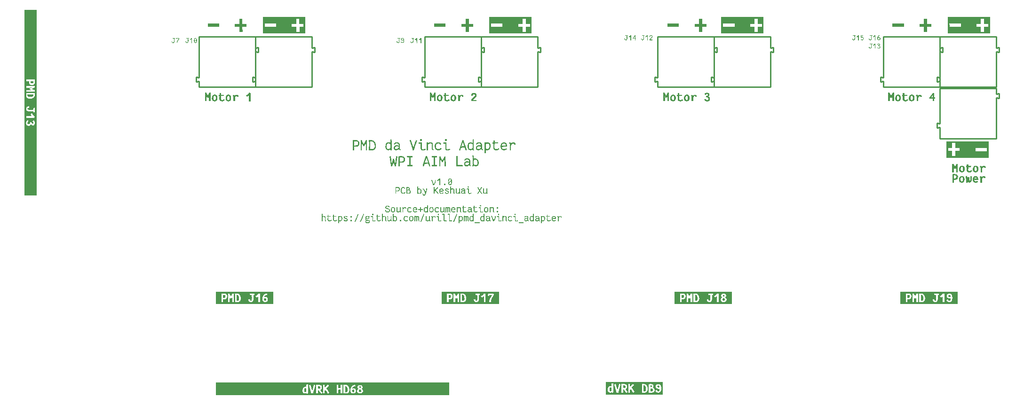
<source format=gto>
G04 Layer_Color=65535*
%FSLAX25Y25*%
%MOIN*%
G70*
G01*
G75*
%ADD31C,0.01000*%
G36*
X116597Y39506D02*
Y39500D01*
Y39493D01*
Y39474D01*
Y39447D01*
Y39415D01*
Y39375D01*
Y39277D01*
Y39159D01*
Y39014D01*
X116591Y38850D01*
Y38673D01*
X117037D01*
X118132Y38680D01*
X118198D01*
Y38142D01*
X116912D01*
X116821Y38135D01*
X116742D01*
X116676Y38129D01*
X116604D01*
Y38122D01*
Y38109D01*
Y38083D01*
Y38050D01*
X116597Y38011D01*
Y37965D01*
Y37906D01*
X116591Y37847D01*
X116584Y37702D01*
Y37545D01*
X116578Y37361D01*
X116571Y37171D01*
Y37164D01*
Y37151D01*
Y37125D01*
Y37086D01*
Y37046D01*
X116565Y37000D01*
Y36902D01*
X116558Y36790D01*
Y36692D01*
Y36646D01*
X116551Y36607D01*
Y36574D01*
Y36548D01*
Y36397D01*
Y36390D01*
Y36364D01*
X116558Y36318D01*
Y36266D01*
X116571Y36200D01*
X116578Y36128D01*
X116617Y35971D01*
X116650Y35885D01*
X116683Y35807D01*
X116729Y35734D01*
X116781Y35662D01*
X116840Y35603D01*
X116912Y35557D01*
X116998Y35518D01*
X117089Y35498D01*
X117175D01*
X117227Y35492D01*
X117549D01*
X117621Y35498D01*
X117706Y35505D01*
X117804Y35511D01*
X117896Y35531D01*
X117982Y35551D01*
X118054Y35577D01*
X118060Y35583D01*
X118087Y35597D01*
X118119Y35623D01*
X118165Y35662D01*
X118211Y35715D01*
X118264Y35780D01*
X118310Y35859D01*
X118349Y35957D01*
X118815Y35754D01*
Y35747D01*
X118808Y35734D01*
X118802Y35708D01*
Y35702D01*
X118795Y35688D01*
X118775Y35656D01*
Y35649D01*
X118769Y35642D01*
X118762Y35623D01*
X118749Y35590D01*
Y35583D01*
X118736Y35564D01*
X118710Y35511D01*
X118703Y35505D01*
X118697Y35492D01*
X118677Y35459D01*
X118657Y35426D01*
X118651Y35419D01*
X118638Y35393D01*
X118618Y35367D01*
X118592Y35334D01*
X118585Y35328D01*
X118572Y35308D01*
X118546Y35282D01*
X118513Y35249D01*
X118506Y35242D01*
X118480Y35223D01*
X118447Y35190D01*
X118408Y35157D01*
X118395Y35151D01*
X118369Y35131D01*
X118329Y35105D01*
X118283Y35078D01*
X118270Y35072D01*
X118231Y35052D01*
X118172Y35032D01*
X118087Y35006D01*
X117975Y34973D01*
X117837Y34954D01*
X117680Y34934D01*
X117496Y34927D01*
X117365D01*
X117306Y34934D01*
X117240D01*
X117116Y34941D01*
X117089D01*
X117057Y34947D01*
X117017D01*
X116971Y34954D01*
X116912Y34960D01*
X116794Y34980D01*
X116788D01*
X116768Y34986D01*
X116735Y34993D01*
X116696Y35006D01*
X116604Y35039D01*
X116512Y35085D01*
X116506D01*
X116492Y35098D01*
X116473Y35111D01*
X116446Y35131D01*
X116374Y35190D01*
X116296Y35262D01*
X116289Y35269D01*
X116276Y35282D01*
X116256Y35308D01*
X116237Y35341D01*
X116204Y35380D01*
X116171Y35426D01*
X116112Y35531D01*
Y35537D01*
X116105Y35544D01*
X116099Y35564D01*
X116092Y35583D01*
X116079Y35616D01*
X116066Y35656D01*
X116053Y35702D01*
X116040Y35747D01*
X116027Y35807D01*
X116014Y35872D01*
X115987Y36016D01*
X115974Y36193D01*
X115968Y36390D01*
Y36548D01*
Y36554D01*
Y36587D01*
Y36640D01*
X115974Y36712D01*
Y36810D01*
Y36863D01*
X115981Y36928D01*
Y37000D01*
Y37079D01*
X115987Y37164D01*
Y37256D01*
Y37263D01*
Y37282D01*
Y37309D01*
Y37341D01*
X115994Y37387D01*
Y37440D01*
Y37558D01*
X116000Y37696D01*
X116007Y37840D01*
Y37978D01*
X116014Y38116D01*
X115909D01*
X115869Y38109D01*
X115823D01*
X115771Y38102D01*
X115659Y38076D01*
X115587Y38608D01*
X115594D01*
X115607Y38614D01*
X115640Y38621D01*
X115679Y38634D01*
X115732Y38640D01*
X115797Y38647D01*
X115869Y38653D01*
X116014D01*
Y38660D01*
Y38680D01*
Y38706D01*
Y38752D01*
Y38811D01*
Y38883D01*
Y38975D01*
Y39080D01*
Y39086D01*
Y39093D01*
Y39132D01*
Y39185D01*
X116020Y39250D01*
Y39388D01*
Y39454D01*
Y39513D01*
X116597Y39506D01*
D02*
G37*
G36*
X89045Y38660D02*
X89052Y38634D01*
X89059Y38588D01*
X89065Y38542D01*
X89085Y38424D01*
Y38371D01*
X89091Y38326D01*
X89098Y38332D01*
X89111Y38339D01*
X89131Y38358D01*
X89157Y38378D01*
X89196Y38404D01*
X89242Y38431D01*
X89288Y38457D01*
X89347Y38489D01*
X89485Y38549D01*
X89642Y38601D01*
X89826Y38640D01*
X89918Y38647D01*
X90023Y38653D01*
X90095D01*
X90141Y38647D01*
X90200Y38640D01*
X90272Y38627D01*
X90344Y38614D01*
X90423Y38594D01*
X90508Y38568D01*
X90600Y38542D01*
X90685Y38503D01*
X90771Y38457D01*
X90856Y38404D01*
X90935Y38339D01*
X91013Y38273D01*
X91079Y38188D01*
X91086Y38181D01*
X91092Y38168D01*
X91112Y38142D01*
X91132Y38102D01*
X91158Y38057D01*
X91184Y38004D01*
X91217Y37938D01*
X91250Y37860D01*
X91282Y37775D01*
X91315Y37683D01*
X91341Y37584D01*
X91368Y37473D01*
X91387Y37355D01*
X91407Y37224D01*
X91414Y37092D01*
X91420Y36948D01*
Y36941D01*
Y36928D01*
Y36895D01*
Y36863D01*
X91414Y36817D01*
X91407Y36764D01*
X91400Y36699D01*
X91394Y36633D01*
X91368Y36482D01*
X91335Y36312D01*
X91282Y36128D01*
X91217Y35938D01*
X91125Y35747D01*
X91020Y35564D01*
X90954Y35478D01*
X90882Y35393D01*
X90803Y35315D01*
X90725Y35242D01*
X90633Y35177D01*
X90535Y35111D01*
X90430Y35059D01*
X90311Y35013D01*
X90187Y34980D01*
X90056Y34947D01*
X89918Y34934D01*
X89767Y34927D01*
X89682D01*
X89636Y34934D01*
X89564D01*
X89531Y34941D01*
X89524D01*
X89505Y34947D01*
X89478Y34954D01*
X89439Y34960D01*
X89432Y34967D01*
X89413Y34973D01*
X89386Y34980D01*
X89360Y34986D01*
X89354D01*
X89341Y35000D01*
X89314Y35006D01*
X89282Y35026D01*
X89275Y35032D01*
X89255Y35039D01*
X89236Y35052D01*
X89216Y35059D01*
X89203Y35072D01*
X89183Y35085D01*
X89150Y35105D01*
X89144Y35111D01*
X89124Y35124D01*
X89104Y35144D01*
X89091Y35151D01*
Y34396D01*
Y34389D01*
Y34383D01*
Y34363D01*
Y34337D01*
Y34304D01*
X89098Y34258D01*
Y34212D01*
Y34160D01*
X89104Y34094D01*
Y34029D01*
X89118Y33878D01*
X89131Y33701D01*
X89150Y33497D01*
X88566Y33465D01*
Y33471D01*
Y33484D01*
X88560Y33504D01*
Y33537D01*
X88553Y33576D01*
Y33622D01*
X88547Y33681D01*
X88540Y33740D01*
X88534Y33878D01*
X88521Y34042D01*
X88514Y34219D01*
Y34416D01*
Y37650D01*
Y37742D01*
Y37748D01*
Y37761D01*
Y37781D01*
Y37814D01*
Y37847D01*
Y37893D01*
X88507Y37997D01*
X88501Y38129D01*
X88488Y38273D01*
X88468Y38431D01*
X88449Y38601D01*
X89045Y38673D01*
Y38660D01*
D02*
G37*
G36*
X174483D02*
X174489Y38634D01*
X174496Y38588D01*
X174503Y38542D01*
X174522Y38424D01*
Y38371D01*
X174529Y38326D01*
X174535Y38332D01*
X174548Y38339D01*
X174568Y38358D01*
X174594Y38378D01*
X174634Y38404D01*
X174680Y38431D01*
X174726Y38457D01*
X174785Y38489D01*
X174922Y38549D01*
X175080Y38601D01*
X175264Y38640D01*
X175355Y38647D01*
X175460Y38653D01*
X175532D01*
X175578Y38647D01*
X175637Y38640D01*
X175710Y38627D01*
X175782Y38614D01*
X175860Y38594D01*
X175946Y38568D01*
X176038Y38542D01*
X176123Y38503D01*
X176208Y38457D01*
X176293Y38404D01*
X176372Y38339D01*
X176451Y38273D01*
X176516Y38188D01*
X176523Y38181D01*
X176530Y38168D01*
X176549Y38142D01*
X176569Y38102D01*
X176595Y38057D01*
X176621Y38004D01*
X176654Y37938D01*
X176687Y37860D01*
X176720Y37775D01*
X176753Y37683D01*
X176779Y37584D01*
X176805Y37473D01*
X176825Y37355D01*
X176845Y37224D01*
X176851Y37092D01*
X176858Y36948D01*
Y36941D01*
Y36928D01*
Y36895D01*
Y36863D01*
X176851Y36817D01*
X176845Y36764D01*
X176838Y36699D01*
X176831Y36633D01*
X176805Y36482D01*
X176772Y36312D01*
X176720Y36128D01*
X176654Y35938D01*
X176562Y35747D01*
X176457Y35564D01*
X176392Y35478D01*
X176320Y35393D01*
X176241Y35315D01*
X176162Y35242D01*
X176070Y35177D01*
X175972Y35111D01*
X175867Y35059D01*
X175749Y35013D01*
X175624Y34980D01*
X175493Y34947D01*
X175355Y34934D01*
X175204Y34927D01*
X175119D01*
X175073Y34934D01*
X175001D01*
X174968Y34941D01*
X174962D01*
X174942Y34947D01*
X174916Y34954D01*
X174876Y34960D01*
X174870Y34967D01*
X174850Y34973D01*
X174824Y34980D01*
X174798Y34986D01*
X174791D01*
X174778Y35000D01*
X174752Y35006D01*
X174719Y35026D01*
X174712Y35032D01*
X174693Y35039D01*
X174673Y35052D01*
X174653Y35059D01*
X174640Y35072D01*
X174621Y35085D01*
X174588Y35105D01*
X174581Y35111D01*
X174562Y35124D01*
X174542Y35144D01*
X174529Y35151D01*
Y34396D01*
Y34389D01*
Y34383D01*
Y34363D01*
Y34337D01*
Y34304D01*
X174535Y34258D01*
Y34212D01*
Y34160D01*
X174542Y34094D01*
Y34029D01*
X174555Y33878D01*
X174568Y33701D01*
X174588Y33497D01*
X174004Y33465D01*
Y33471D01*
Y33484D01*
X173997Y33504D01*
Y33537D01*
X173991Y33576D01*
Y33622D01*
X173984Y33681D01*
X173978Y33740D01*
X173971Y33878D01*
X173958Y34042D01*
X173951Y34219D01*
Y34416D01*
Y37650D01*
Y37742D01*
Y37748D01*
Y37761D01*
Y37781D01*
Y37814D01*
Y37847D01*
Y37893D01*
X173945Y37997D01*
X173938Y38129D01*
X173925Y38273D01*
X173906Y38431D01*
X173886Y38601D01*
X174483Y38673D01*
Y38660D01*
D02*
G37*
G36*
X127822Y40110D02*
Y40097D01*
X127828Y40077D01*
Y40044D01*
X127835Y40005D01*
X127841Y39959D01*
Y39906D01*
X127848Y39841D01*
X127861Y39703D01*
X127867Y39539D01*
X127874Y39362D01*
Y39165D01*
Y38424D01*
X127881Y38431D01*
X127894Y38437D01*
X127920Y38457D01*
X127946Y38476D01*
X128005Y38516D01*
X128058Y38555D01*
X128071Y38562D01*
X128104Y38581D01*
X128130Y38594D01*
X128163Y38608D01*
X128209Y38621D01*
X128254Y38634D01*
X128261D01*
X128281Y38640D01*
X128307Y38647D01*
X128346Y38660D01*
X128392Y38667D01*
X128451Y38673D01*
X128569Y38680D01*
X128609D01*
X128642Y38673D01*
X128674D01*
X128720Y38667D01*
X128825Y38647D01*
X128950Y38614D01*
X129088Y38575D01*
X129238Y38509D01*
X129389Y38424D01*
X129468Y38371D01*
X129540Y38312D01*
X129619Y38253D01*
X129691Y38181D01*
X129763Y38102D01*
X129829Y38011D01*
X129894Y37919D01*
X129954Y37814D01*
X130006Y37702D01*
X130059Y37578D01*
X130104Y37446D01*
X130137Y37302D01*
X130170Y37151D01*
X130190Y36987D01*
X130203Y36810D01*
X130209Y36626D01*
Y36620D01*
Y36607D01*
Y36587D01*
Y36561D01*
X130203Y36489D01*
Y36397D01*
X130190Y36292D01*
X130177Y36180D01*
X130157Y36062D01*
X130131Y35944D01*
X130124Y35931D01*
X130118Y35892D01*
X130098Y35839D01*
X130072Y35767D01*
X130039Y35682D01*
X129993Y35590D01*
X129947Y35498D01*
X129888Y35406D01*
X129881Y35393D01*
X129855Y35367D01*
X129822Y35328D01*
X129770Y35275D01*
X129711Y35216D01*
X129632Y35157D01*
X129547Y35098D01*
X129448Y35045D01*
X129435Y35039D01*
X129402Y35026D01*
X129343Y35006D01*
X129265Y34986D01*
X129173Y34967D01*
X129061Y34947D01*
X128943Y34934D01*
X128806Y34927D01*
X128753D01*
X128714Y34934D01*
X128668Y34941D01*
X128609Y34947D01*
X128478Y34967D01*
X128333Y35006D01*
X128176Y35065D01*
X128097Y35098D01*
X128018Y35144D01*
X127946Y35190D01*
X127874Y35249D01*
Y35242D01*
Y35229D01*
X127867Y35203D01*
Y35170D01*
X127861Y35118D01*
X127854Y35059D01*
X127848Y34993D01*
X127835Y34908D01*
X127225Y34967D01*
Y34973D01*
X127231Y34986D01*
Y35013D01*
X127238Y35045D01*
X127244Y35085D01*
X127251Y35131D01*
X127264Y35249D01*
X127277Y35380D01*
X127284Y35524D01*
X127297Y35682D01*
Y35833D01*
Y35925D01*
Y35931D01*
Y35944D01*
Y35971D01*
Y36010D01*
Y36062D01*
Y36121D01*
Y36200D01*
Y36285D01*
Y36390D01*
Y36502D01*
Y36633D01*
Y36777D01*
Y36935D01*
Y37112D01*
Y37302D01*
Y37505D01*
Y37512D01*
Y37519D01*
Y37558D01*
Y37617D01*
Y37696D01*
Y37788D01*
Y37899D01*
Y38017D01*
Y38148D01*
Y38417D01*
Y38699D01*
Y38831D01*
Y38962D01*
Y39080D01*
Y39185D01*
Y39191D01*
Y39205D01*
Y39224D01*
Y39250D01*
Y39283D01*
Y39329D01*
X127290Y39382D01*
Y39434D01*
X127284Y39565D01*
X127270Y39716D01*
X127257Y39893D01*
X127238Y40084D01*
X127822Y40116D01*
Y40110D01*
D02*
G37*
G36*
X241474Y38680D02*
X241546Y38673D01*
X241624Y38667D01*
X241710Y38653D01*
X241802Y38627D01*
X241887Y38601D01*
X241900Y38594D01*
X241926Y38588D01*
X241972Y38568D01*
X242025Y38549D01*
X242084Y38516D01*
X242149Y38483D01*
X242215Y38444D01*
X242274Y38398D01*
X242281Y38391D01*
X242300Y38378D01*
X242333Y38352D01*
X242366Y38312D01*
X242412Y38267D01*
X242458Y38221D01*
X242503Y38162D01*
X242549Y38096D01*
X242556Y38089D01*
X242569Y38063D01*
X242589Y38030D01*
X242615Y37984D01*
X242648Y37932D01*
X242674Y37873D01*
X242726Y37748D01*
Y37742D01*
X242740Y37722D01*
X242753Y37683D01*
X242766Y37637D01*
X242779Y37584D01*
X242799Y37519D01*
X242831Y37381D01*
Y37374D01*
X242838Y37348D01*
X242845Y37315D01*
X242851Y37269D01*
X242871Y37164D01*
X242877Y37053D01*
Y37046D01*
Y37033D01*
X242884Y37007D01*
Y36968D01*
X242891Y36882D01*
Y36784D01*
Y36777D01*
Y36764D01*
Y36745D01*
Y36718D01*
Y36666D01*
Y36640D01*
Y36626D01*
X242851D01*
X242818Y36620D01*
X242733D01*
X242681Y36613D01*
X242622D01*
X242484Y36600D01*
X242326Y36594D01*
X242149Y36581D01*
X241959Y36574D01*
X241762Y36561D01*
X241552Y36554D01*
X241139Y36535D01*
X240929Y36522D01*
X240732Y36515D01*
X240542D01*
X240371Y36508D01*
Y36502D01*
Y36489D01*
Y36463D01*
X240378Y36436D01*
Y36397D01*
X240385Y36351D01*
X240404Y36246D01*
X240437Y36128D01*
X240483Y36003D01*
X240549Y35879D01*
X240634Y35761D01*
X240640D01*
X240647Y35747D01*
X240686Y35715D01*
X240745Y35669D01*
X240837Y35616D01*
X240949Y35557D01*
X241087Y35511D01*
X241250Y35478D01*
X241336Y35472D01*
X241434Y35465D01*
X241493D01*
X241559Y35472D01*
X241644Y35485D01*
X241736Y35498D01*
X241834Y35524D01*
X241933Y35564D01*
X242031Y35610D01*
X242044Y35616D01*
X242071Y35636D01*
X242116Y35669D01*
X242169Y35708D01*
X242228Y35761D01*
X242294Y35820D01*
X242359Y35885D01*
X242412Y35957D01*
X242864Y35557D01*
X242858Y35551D01*
X242851Y35544D01*
X242818Y35505D01*
X242772Y35459D01*
X242733Y35419D01*
X242726Y35413D01*
X242713Y35400D01*
X242694Y35380D01*
X242668Y35360D01*
X242635Y35334D01*
X242595Y35301D01*
X242543Y35262D01*
X242536Y35256D01*
X242517Y35242D01*
X242490Y35223D01*
X242451Y35196D01*
X242366Y35137D01*
X242261Y35085D01*
X242254D01*
X242234Y35072D01*
X242208Y35059D01*
X242162Y35045D01*
X242110Y35026D01*
X242051Y35006D01*
X241972Y34986D01*
X241893Y34967D01*
X241880D01*
X241854Y34960D01*
X241808Y34954D01*
X241749Y34941D01*
X241684Y34934D01*
X241598Y34921D01*
X241513Y34914D01*
X241388D01*
X241342Y34921D01*
X241290D01*
X241224Y34927D01*
X241146Y34941D01*
X241060Y34960D01*
X240975Y34980D01*
X240877Y35006D01*
X240778Y35039D01*
X240673Y35085D01*
X240575Y35131D01*
X240476Y35190D01*
X240378Y35262D01*
X240293Y35341D01*
X240208Y35433D01*
X240201Y35439D01*
X240188Y35459D01*
X240168Y35485D01*
X240142Y35524D01*
X240109Y35577D01*
X240076Y35642D01*
X240037Y35715D01*
X240004Y35800D01*
X239965Y35898D01*
X239925Y36003D01*
X239893Y36121D01*
X239860Y36246D01*
X239834Y36377D01*
X239814Y36522D01*
X239801Y36672D01*
X239794Y36836D01*
Y36843D01*
Y36876D01*
Y36915D01*
X239801Y36974D01*
X239807Y37040D01*
X239814Y37119D01*
X239827Y37210D01*
X239847Y37309D01*
X239893Y37519D01*
X239932Y37630D01*
X239971Y37742D01*
X240017Y37853D01*
X240070Y37965D01*
X240135Y38070D01*
X240208Y38168D01*
X240214Y38175D01*
X240227Y38188D01*
X240253Y38214D01*
X240286Y38247D01*
X240326Y38286D01*
X240378Y38332D01*
X240437Y38378D01*
X240509Y38431D01*
X240588Y38476D01*
X240673Y38522D01*
X240772Y38568D01*
X240877Y38608D01*
X240988Y38640D01*
X241106Y38667D01*
X241237Y38680D01*
X241375Y38686D01*
X241421D01*
X241474Y38680D01*
D02*
G37*
G36*
X151110D02*
X151116Y38667D01*
Y38647D01*
X151123Y38614D01*
X151129Y38575D01*
Y38529D01*
X151136Y38470D01*
X151142Y38404D01*
Y38398D01*
X151149Y38371D01*
Y38332D01*
X151155Y38280D01*
Y38208D01*
X151162Y38122D01*
Y38024D01*
Y37912D01*
Y37906D01*
Y37899D01*
Y37860D01*
Y37801D01*
X151169Y37722D01*
Y37637D01*
Y37545D01*
Y37446D01*
Y37355D01*
Y37341D01*
Y37309D01*
Y37250D01*
X151175Y37171D01*
Y37066D01*
Y36941D01*
Y36790D01*
Y36620D01*
Y36613D01*
Y36600D01*
Y36574D01*
Y36541D01*
Y36495D01*
Y36449D01*
Y36338D01*
Y36220D01*
Y36089D01*
Y35971D01*
Y35859D01*
Y35852D01*
X151182Y35833D01*
X151195Y35800D01*
X151208Y35761D01*
X151234Y35721D01*
X151267Y35675D01*
X151306Y35629D01*
X151359Y35583D01*
X151365D01*
X151379Y35570D01*
X151405Y35564D01*
X151444Y35551D01*
X151497Y35537D01*
X151562Y35531D01*
X151647Y35518D01*
X151779D01*
X151805Y35524D01*
X151871Y35531D01*
X151956Y35544D01*
X152048Y35564D01*
X152146Y35590D01*
X152238Y35623D01*
X152330Y35669D01*
X152336D01*
X152343Y35675D01*
X152369Y35695D01*
X152415Y35721D01*
X152422D01*
X152428Y35728D01*
X152461Y35747D01*
X152494Y35767D01*
X152520Y35780D01*
X152526Y35787D01*
X152546Y35800D01*
X152573Y35820D01*
X152618Y35852D01*
X152625D01*
X152631Y35859D01*
X152658Y35885D01*
X152697Y35912D01*
X152730Y35944D01*
X152736Y35951D01*
X152756Y35977D01*
X152782Y36010D01*
X152815Y36056D01*
Y36062D01*
X152822Y36069D01*
X152841Y36102D01*
X152868Y36148D01*
X152894Y36207D01*
Y38680D01*
X153478D01*
Y35820D01*
Y35807D01*
X153484Y35780D01*
X153497Y35734D01*
X153524Y35675D01*
X153563Y35603D01*
X153622Y35518D01*
X153701Y35433D01*
X153747Y35380D01*
X153806Y35334D01*
X153510Y34914D01*
X153504Y34921D01*
X153491Y34927D01*
X153465Y34947D01*
X153432Y34967D01*
X153366Y35013D01*
X153301Y35065D01*
X153287Y35078D01*
X153255Y35111D01*
X153202Y35170D01*
X153143Y35249D01*
X153137Y35256D01*
X153130Y35269D01*
X153117Y35295D01*
X153097Y35328D01*
X153078Y35373D01*
X153058Y35419D01*
X153018Y35524D01*
X153005Y35511D01*
X152973Y35478D01*
X152920Y35433D01*
X152855Y35373D01*
X152776Y35301D01*
X152684Y35236D01*
X152579Y35164D01*
X152474Y35105D01*
X152461Y35098D01*
X152422Y35085D01*
X152363Y35059D01*
X152284Y35032D01*
X152185Y35006D01*
X152074Y34980D01*
X151943Y34960D01*
X151805Y34954D01*
X151687D01*
X151641Y34960D01*
X151595D01*
X151477Y34973D01*
X151352Y34993D01*
X151228Y35019D01*
X151116Y35052D01*
X151064Y35078D01*
X151018Y35105D01*
X151011Y35111D01*
X150998Y35118D01*
X150978Y35131D01*
X150952Y35157D01*
X150886Y35210D01*
X150814Y35288D01*
X150736Y35380D01*
X150670Y35485D01*
X150644Y35544D01*
X150624Y35603D01*
X150611Y35662D01*
X150604Y35728D01*
Y35741D01*
Y35767D01*
Y35820D01*
Y35892D01*
Y35984D01*
Y36089D01*
Y36220D01*
Y36364D01*
Y36371D01*
Y36384D01*
Y36403D01*
Y36436D01*
Y36469D01*
Y36508D01*
Y36607D01*
Y36718D01*
Y36843D01*
X150598Y36961D01*
Y37079D01*
Y37086D01*
Y37092D01*
Y37132D01*
Y37197D01*
Y37276D01*
Y37374D01*
Y37479D01*
X150591Y37597D01*
Y37722D01*
Y37729D01*
Y37735D01*
Y37781D01*
Y37840D01*
X150585Y37919D01*
Y38004D01*
X150578Y38096D01*
X150572Y38188D01*
X150565Y38273D01*
Y38286D01*
Y38312D01*
X150558Y38352D01*
X150552Y38398D01*
X150539Y38503D01*
X150532Y38549D01*
X150519Y38588D01*
X151110Y38686D01*
Y38680D01*
D02*
G37*
G36*
X85529Y39506D02*
Y39500D01*
Y39493D01*
Y39474D01*
Y39447D01*
Y39415D01*
Y39375D01*
Y39277D01*
Y39159D01*
Y39014D01*
X85523Y38850D01*
Y38673D01*
X85969D01*
X87064Y38680D01*
X87130D01*
Y38142D01*
X85844D01*
X85752Y38135D01*
X85674D01*
X85608Y38129D01*
X85536D01*
Y38122D01*
Y38109D01*
Y38083D01*
Y38050D01*
X85529Y38011D01*
Y37965D01*
Y37906D01*
X85523Y37847D01*
X85516Y37702D01*
Y37545D01*
X85510Y37361D01*
X85503Y37171D01*
Y37164D01*
Y37151D01*
Y37125D01*
Y37086D01*
Y37046D01*
X85496Y37000D01*
Y36902D01*
X85490Y36790D01*
Y36692D01*
Y36646D01*
X85483Y36607D01*
Y36574D01*
Y36548D01*
Y36397D01*
Y36390D01*
Y36364D01*
X85490Y36318D01*
Y36266D01*
X85503Y36200D01*
X85510Y36128D01*
X85549Y35971D01*
X85582Y35885D01*
X85615Y35807D01*
X85660Y35734D01*
X85713Y35662D01*
X85772Y35603D01*
X85844Y35557D01*
X85929Y35518D01*
X86021Y35498D01*
X86106D01*
X86159Y35492D01*
X86480D01*
X86553Y35498D01*
X86638Y35505D01*
X86736Y35511D01*
X86828Y35531D01*
X86913Y35551D01*
X86986Y35577D01*
X86992Y35583D01*
X87018Y35597D01*
X87051Y35623D01*
X87097Y35662D01*
X87143Y35715D01*
X87195Y35780D01*
X87241Y35859D01*
X87281Y35957D01*
X87747Y35754D01*
Y35747D01*
X87740Y35734D01*
X87733Y35708D01*
Y35702D01*
X87727Y35688D01*
X87707Y35656D01*
Y35649D01*
X87701Y35642D01*
X87694Y35623D01*
X87681Y35590D01*
Y35583D01*
X87668Y35564D01*
X87642Y35511D01*
X87635Y35505D01*
X87628Y35492D01*
X87609Y35459D01*
X87589Y35426D01*
X87582Y35419D01*
X87569Y35393D01*
X87550Y35367D01*
X87524Y35334D01*
X87517Y35328D01*
X87504Y35308D01*
X87478Y35282D01*
X87445Y35249D01*
X87438Y35242D01*
X87412Y35223D01*
X87379Y35190D01*
X87340Y35157D01*
X87327Y35151D01*
X87300Y35131D01*
X87261Y35105D01*
X87215Y35078D01*
X87202Y35072D01*
X87163Y35052D01*
X87104Y35032D01*
X87018Y35006D01*
X86907Y34973D01*
X86769Y34954D01*
X86612Y34934D01*
X86428Y34927D01*
X86297D01*
X86238Y34934D01*
X86172D01*
X86048Y34941D01*
X86021D01*
X85988Y34947D01*
X85949D01*
X85903Y34954D01*
X85844Y34960D01*
X85726Y34980D01*
X85720D01*
X85700Y34986D01*
X85667Y34993D01*
X85628Y35006D01*
X85536Y35039D01*
X85444Y35085D01*
X85437D01*
X85424Y35098D01*
X85405Y35111D01*
X85378Y35131D01*
X85306Y35190D01*
X85228Y35262D01*
X85221Y35269D01*
X85208Y35282D01*
X85188Y35308D01*
X85168Y35341D01*
X85136Y35380D01*
X85103Y35426D01*
X85044Y35531D01*
Y35537D01*
X85037Y35544D01*
X85031Y35564D01*
X85024Y35583D01*
X85011Y35616D01*
X84998Y35656D01*
X84985Y35702D01*
X84972Y35747D01*
X84958Y35807D01*
X84945Y35872D01*
X84919Y36016D01*
X84906Y36193D01*
X84899Y36390D01*
Y36548D01*
Y36554D01*
Y36587D01*
Y36640D01*
X84906Y36712D01*
Y36810D01*
Y36863D01*
X84913Y36928D01*
Y37000D01*
Y37079D01*
X84919Y37164D01*
Y37256D01*
Y37263D01*
Y37282D01*
Y37309D01*
Y37341D01*
X84926Y37387D01*
Y37440D01*
Y37558D01*
X84932Y37696D01*
X84939Y37840D01*
Y37978D01*
X84945Y38116D01*
X84840D01*
X84801Y38109D01*
X84755D01*
X84703Y38102D01*
X84591Y38076D01*
X84519Y38608D01*
X84526D01*
X84539Y38614D01*
X84571Y38621D01*
X84611Y38634D01*
X84663Y38640D01*
X84729Y38647D01*
X84801Y38653D01*
X84945D01*
Y38660D01*
Y38680D01*
Y38706D01*
Y38752D01*
Y38811D01*
Y38883D01*
Y38975D01*
Y39080D01*
Y39086D01*
Y39093D01*
Y39132D01*
Y39185D01*
X84952Y39250D01*
Y39388D01*
Y39454D01*
Y39513D01*
X85529Y39506D01*
D02*
G37*
G36*
X81646D02*
Y39500D01*
Y39493D01*
Y39474D01*
Y39447D01*
Y39415D01*
Y39375D01*
Y39277D01*
Y39159D01*
Y39014D01*
X81639Y38850D01*
Y38673D01*
X82085D01*
X83181Y38680D01*
X83246D01*
Y38142D01*
X81961D01*
X81869Y38135D01*
X81790D01*
X81725Y38129D01*
X81652D01*
Y38122D01*
Y38109D01*
Y38083D01*
Y38050D01*
X81646Y38011D01*
Y37965D01*
Y37906D01*
X81639Y37847D01*
X81633Y37702D01*
Y37545D01*
X81626Y37361D01*
X81620Y37171D01*
Y37164D01*
Y37151D01*
Y37125D01*
Y37086D01*
Y37046D01*
X81613Y37000D01*
Y36902D01*
X81606Y36790D01*
Y36692D01*
Y36646D01*
X81600Y36607D01*
Y36574D01*
Y36548D01*
Y36397D01*
Y36390D01*
Y36364D01*
X81606Y36318D01*
Y36266D01*
X81620Y36200D01*
X81626Y36128D01*
X81665Y35971D01*
X81698Y35885D01*
X81731Y35807D01*
X81777Y35734D01*
X81829Y35662D01*
X81889Y35603D01*
X81961Y35557D01*
X82046Y35518D01*
X82138Y35498D01*
X82223D01*
X82275Y35492D01*
X82597D01*
X82669Y35498D01*
X82754Y35505D01*
X82853Y35511D01*
X82945Y35531D01*
X83030Y35551D01*
X83102Y35577D01*
X83109Y35583D01*
X83135Y35597D01*
X83168Y35623D01*
X83214Y35662D01*
X83259Y35715D01*
X83312Y35780D01*
X83358Y35859D01*
X83397Y35957D01*
X83863Y35754D01*
Y35747D01*
X83856Y35734D01*
X83850Y35708D01*
Y35702D01*
X83843Y35688D01*
X83824Y35656D01*
Y35649D01*
X83817Y35642D01*
X83811Y35623D01*
X83797Y35590D01*
Y35583D01*
X83784Y35564D01*
X83758Y35511D01*
X83751Y35505D01*
X83745Y35492D01*
X83725Y35459D01*
X83706Y35426D01*
X83699Y35419D01*
X83686Y35393D01*
X83666Y35367D01*
X83640Y35334D01*
X83633Y35328D01*
X83620Y35308D01*
X83594Y35282D01*
X83561Y35249D01*
X83555Y35242D01*
X83528Y35223D01*
X83496Y35190D01*
X83456Y35157D01*
X83443Y35151D01*
X83417Y35131D01*
X83378Y35105D01*
X83332Y35078D01*
X83319Y35072D01*
X83279Y35052D01*
X83220Y35032D01*
X83135Y35006D01*
X83023Y34973D01*
X82886Y34954D01*
X82728Y34934D01*
X82544Y34927D01*
X82413D01*
X82354Y34934D01*
X82289D01*
X82164Y34941D01*
X82138D01*
X82105Y34947D01*
X82066D01*
X82020Y34954D01*
X81961Y34960D01*
X81842Y34980D01*
X81836D01*
X81816Y34986D01*
X81783Y34993D01*
X81744Y35006D01*
X81652Y35039D01*
X81560Y35085D01*
X81554D01*
X81541Y35098D01*
X81521Y35111D01*
X81495Y35131D01*
X81423Y35190D01*
X81344Y35262D01*
X81337Y35269D01*
X81324Y35282D01*
X81305Y35308D01*
X81285Y35341D01*
X81252Y35380D01*
X81219Y35426D01*
X81160Y35531D01*
Y35537D01*
X81154Y35544D01*
X81147Y35564D01*
X81141Y35583D01*
X81128Y35616D01*
X81114Y35656D01*
X81101Y35702D01*
X81088Y35747D01*
X81075Y35807D01*
X81062Y35872D01*
X81036Y36016D01*
X81023Y36193D01*
X81016Y36390D01*
Y36548D01*
Y36554D01*
Y36587D01*
Y36640D01*
X81023Y36712D01*
Y36810D01*
Y36863D01*
X81029Y36928D01*
Y37000D01*
Y37079D01*
X81036Y37164D01*
Y37256D01*
Y37263D01*
Y37282D01*
Y37309D01*
Y37341D01*
X81042Y37387D01*
Y37440D01*
Y37558D01*
X81049Y37696D01*
X81055Y37840D01*
Y37978D01*
X81062Y38116D01*
X80957D01*
X80918Y38109D01*
X80872D01*
X80819Y38102D01*
X80708Y38076D01*
X80635Y38608D01*
X80642D01*
X80655Y38614D01*
X80688Y38621D01*
X80727Y38634D01*
X80780Y38640D01*
X80845Y38647D01*
X80918Y38653D01*
X81062D01*
Y38660D01*
Y38680D01*
Y38706D01*
Y38752D01*
Y38811D01*
Y38883D01*
Y38975D01*
Y39080D01*
Y39086D01*
Y39093D01*
Y39132D01*
Y39185D01*
X81068Y39250D01*
Y39388D01*
Y39454D01*
Y39513D01*
X81646Y39506D01*
D02*
G37*
G36*
X98177Y34954D02*
X97259D01*
Y35938D01*
X98177D01*
Y34954D01*
D02*
G37*
G36*
X140377Y38719D02*
X140430D01*
X140548Y38706D01*
X140686Y38680D01*
X140830Y38647D01*
X140968Y38601D01*
X141099Y38542D01*
X141106D01*
X141112Y38535D01*
X141151Y38509D01*
X141210Y38463D01*
X141289Y38404D01*
X141375Y38332D01*
X141460Y38234D01*
X141545Y38122D01*
X141624Y37991D01*
Y37984D01*
X141630Y37971D01*
X141644Y37945D01*
X141657Y37919D01*
X141676Y37873D01*
X141689Y37827D01*
X141709Y37768D01*
X141735Y37702D01*
X141755Y37630D01*
X141775Y37551D01*
X141788Y37460D01*
X141807Y37368D01*
X141834Y37164D01*
X141840Y36935D01*
Y36928D01*
Y36922D01*
Y36902D01*
Y36882D01*
Y36817D01*
X141834Y36738D01*
X141827Y36640D01*
X141821Y36541D01*
X141794Y36325D01*
Y36312D01*
X141788Y36279D01*
X141775Y36220D01*
X141755Y36154D01*
X141735Y36069D01*
X141709Y35977D01*
X141637Y35780D01*
X141630Y35767D01*
X141617Y35741D01*
X141598Y35688D01*
X141565Y35629D01*
X141525Y35564D01*
X141480Y35485D01*
X141420Y35413D01*
X141361Y35341D01*
X141355Y35334D01*
X141329Y35315D01*
X141296Y35282D01*
X141243Y35236D01*
X141178Y35190D01*
X141106Y35144D01*
X141020Y35098D01*
X140922Y35052D01*
X140909Y35045D01*
X140876Y35039D01*
X140817Y35019D01*
X140745Y35000D01*
X140653Y34980D01*
X140554Y34967D01*
X140436Y34954D01*
X140312Y34947D01*
X140272D01*
X140233Y34954D01*
X140187D01*
X140122Y34960D01*
X140049Y34973D01*
X139977Y34986D01*
X139892Y35006D01*
X139800Y35032D01*
X139708Y35065D01*
X139617Y35098D01*
X139525Y35144D01*
X139433Y35196D01*
X139341Y35256D01*
X139262Y35328D01*
X139183Y35406D01*
X139177Y35413D01*
X139170Y35426D01*
X139151Y35452D01*
X139125Y35492D01*
X139098Y35537D01*
X139065Y35590D01*
X139026Y35656D01*
X138993Y35734D01*
X138960Y35813D01*
X138921Y35905D01*
X138888Y36010D01*
X138862Y36121D01*
X138836Y36239D01*
X138823Y36364D01*
X138810Y36502D01*
X138803Y36646D01*
Y36653D01*
Y36659D01*
Y36679D01*
Y36705D01*
Y36764D01*
X138810Y36849D01*
X138816Y36948D01*
X138823Y37053D01*
X138849Y37269D01*
Y37276D01*
Y37282D01*
X138856Y37322D01*
X138869Y37374D01*
X138888Y37453D01*
X138908Y37538D01*
X138934Y37630D01*
X139000Y37833D01*
X139006Y37847D01*
X139020Y37879D01*
X139046Y37932D01*
X139078Y37997D01*
X139118Y38070D01*
X139164Y38148D01*
X139210Y38227D01*
X139269Y38299D01*
X139275Y38306D01*
X139302Y38332D01*
X139334Y38365D01*
X139380Y38411D01*
X139439Y38463D01*
X139512Y38516D01*
X139590Y38562D01*
X139682Y38608D01*
X139695Y38614D01*
X139728Y38627D01*
X139780Y38647D01*
X139846Y38667D01*
X139931Y38686D01*
X140023Y38706D01*
X140135Y38719D01*
X140246Y38726D01*
X140331D01*
X140377Y38719D01*
D02*
G37*
G36*
X221971Y38706D02*
X222023Y38699D01*
X222089Y38693D01*
X222161Y38680D01*
X222240Y38667D01*
X222410Y38621D01*
X222496Y38588D01*
X222587Y38549D01*
X222673Y38503D01*
X222764Y38457D01*
X222843Y38391D01*
X222922Y38326D01*
X222929Y38319D01*
X222942Y38306D01*
X222961Y38286D01*
X222988Y38253D01*
X223014Y38214D01*
X223046Y38168D01*
X223086Y38116D01*
X223125Y38057D01*
X223158Y37984D01*
X223197Y37912D01*
X223230Y37827D01*
X223263Y37735D01*
X223283Y37643D01*
X223302Y37538D01*
X223316Y37427D01*
X223322Y37315D01*
Y36108D01*
Y36102D01*
Y36089D01*
Y36062D01*
Y36036D01*
Y35957D01*
X223329Y35866D01*
X223335Y35774D01*
X223342Y35688D01*
X223348Y35649D01*
X223355Y35616D01*
X223361Y35597D01*
X223368Y35577D01*
X223375Y35570D01*
X223381Y35557D01*
X223407Y35537D01*
X223434Y35511D01*
X223440Y35505D01*
X223466Y35485D01*
X223506Y35459D01*
X223552Y35419D01*
X223558D01*
X223565Y35413D01*
X223591Y35393D01*
X223624Y35367D01*
X223657Y35341D01*
X223355Y34914D01*
X223348Y34921D01*
X223329Y34934D01*
X223296Y34954D01*
X223237Y34986D01*
X223230D01*
X223224Y35000D01*
X223191Y35019D01*
X223151Y35052D01*
X223112Y35078D01*
X223106Y35085D01*
X223086Y35105D01*
X223060Y35137D01*
X223020Y35177D01*
X223014Y35190D01*
X222988Y35223D01*
X222955Y35269D01*
X222929Y35321D01*
Y35328D01*
X222922Y35334D01*
X222915Y35354D01*
X222909Y35380D01*
X222896Y35439D01*
X222876Y35518D01*
X222869Y35511D01*
X222856Y35498D01*
X222830Y35472D01*
X222797Y35439D01*
X222719Y35373D01*
X222633Y35301D01*
X222627Y35295D01*
X222614Y35288D01*
X222594Y35269D01*
X222561Y35249D01*
X222522Y35216D01*
X222469Y35190D01*
X222417Y35157D01*
X222351Y35118D01*
X222345Y35111D01*
X222318Y35105D01*
X222286Y35085D01*
X222240Y35065D01*
X222181Y35039D01*
X222115Y35013D01*
X222043Y34993D01*
X221964Y34973D01*
X221958D01*
X221925Y34967D01*
X221885Y34960D01*
X221826Y34954D01*
X221754Y34941D01*
X221675Y34934D01*
X221590Y34927D01*
X221446D01*
X221413Y34934D01*
X221374Y34941D01*
X221328Y34947D01*
X221223Y34967D01*
X221098Y35006D01*
X220967Y35065D01*
X220901Y35105D01*
X220836Y35151D01*
X220770Y35196D01*
X220705Y35256D01*
X220698Y35262D01*
X220691Y35269D01*
X220672Y35288D01*
X220652Y35315D01*
X220626Y35347D01*
X220600Y35387D01*
X220541Y35478D01*
X220482Y35597D01*
X220429Y35728D01*
X220390Y35879D01*
X220383Y35964D01*
X220377Y36049D01*
Y36062D01*
Y36089D01*
X220383Y36128D01*
X220390Y36187D01*
X220396Y36253D01*
X220416Y36325D01*
X220436Y36403D01*
X220462Y36489D01*
X220468Y36502D01*
X220475Y36528D01*
X220495Y36568D01*
X220528Y36620D01*
X220560Y36679D01*
X220600Y36745D01*
X220652Y36810D01*
X220705Y36876D01*
X220718Y36889D01*
X220744Y36915D01*
X220796Y36961D01*
X220862Y37014D01*
X220941Y37066D01*
X221026Y37125D01*
X221124Y37178D01*
X221223Y37217D01*
X221236Y37224D01*
X221269Y37230D01*
X221328Y37250D01*
X221407Y37269D01*
X221498Y37282D01*
X221603Y37302D01*
X221721Y37309D01*
X221853Y37315D01*
X221951D01*
X221997Y37309D01*
X222056D01*
X222187Y37296D01*
X222332Y37269D01*
X222476Y37237D01*
X222620Y37191D01*
X222686Y37164D01*
X222745Y37132D01*
Y37138D01*
Y37158D01*
Y37184D01*
Y37217D01*
X222738Y37263D01*
X222732Y37309D01*
X222719Y37427D01*
X222692Y37551D01*
X222659Y37683D01*
X222607Y37801D01*
X222535Y37906D01*
X222528Y37919D01*
X222496Y37945D01*
X222443Y37984D01*
X222377Y38030D01*
X222286Y38076D01*
X222167Y38116D01*
X222030Y38142D01*
X221866Y38155D01*
X221800D01*
X221734Y38148D01*
X221643Y38142D01*
X221551Y38122D01*
X221446Y38102D01*
X221347Y38070D01*
X221262Y38030D01*
X221256Y38024D01*
X221229Y38004D01*
X221183Y37971D01*
X221131Y37919D01*
X221065Y37853D01*
X220993Y37768D01*
X220915Y37656D01*
X220836Y37525D01*
X220363Y37827D01*
Y37833D01*
X220377Y37847D01*
X220390Y37873D01*
X220409Y37906D01*
X220436Y37945D01*
X220462Y37991D01*
X220534Y38089D01*
X220626Y38208D01*
X220731Y38319D01*
X220849Y38424D01*
X220980Y38509D01*
X220987D01*
X221000Y38516D01*
X221020Y38529D01*
X221046Y38542D01*
X221078Y38555D01*
X221124Y38575D01*
X221170Y38594D01*
X221229Y38614D01*
X221354Y38647D01*
X221505Y38680D01*
X221675Y38706D01*
X221859Y38713D01*
X221925D01*
X221971Y38706D01*
D02*
G37*
G36*
X194786D02*
X194839Y38699D01*
X194904Y38693D01*
X194976Y38680D01*
X195055Y38667D01*
X195226Y38621D01*
X195311Y38588D01*
X195403Y38549D01*
X195488Y38503D01*
X195580Y38457D01*
X195659Y38391D01*
X195737Y38326D01*
X195744Y38319D01*
X195757Y38306D01*
X195777Y38286D01*
X195803Y38253D01*
X195829Y38214D01*
X195862Y38168D01*
X195901Y38116D01*
X195941Y38057D01*
X195973Y37984D01*
X196013Y37912D01*
X196046Y37827D01*
X196078Y37735D01*
X196098Y37643D01*
X196118Y37538D01*
X196131Y37427D01*
X196137Y37315D01*
Y36108D01*
Y36102D01*
Y36089D01*
Y36062D01*
Y36036D01*
Y35957D01*
X196144Y35866D01*
X196151Y35774D01*
X196157Y35688D01*
X196164Y35649D01*
X196170Y35616D01*
X196177Y35597D01*
X196183Y35577D01*
X196190Y35570D01*
X196196Y35557D01*
X196223Y35537D01*
X196249Y35511D01*
X196256Y35505D01*
X196282Y35485D01*
X196321Y35459D01*
X196367Y35419D01*
X196374D01*
X196380Y35413D01*
X196406Y35393D01*
X196439Y35367D01*
X196472Y35341D01*
X196170Y34914D01*
X196164Y34921D01*
X196144Y34934D01*
X196111Y34954D01*
X196052Y34986D01*
X196046D01*
X196039Y35000D01*
X196006Y35019D01*
X195967Y35052D01*
X195928Y35078D01*
X195921Y35085D01*
X195901Y35105D01*
X195875Y35137D01*
X195836Y35177D01*
X195829Y35190D01*
X195803Y35223D01*
X195770Y35269D01*
X195744Y35321D01*
Y35328D01*
X195737Y35334D01*
X195731Y35354D01*
X195724Y35380D01*
X195711Y35439D01*
X195691Y35518D01*
X195685Y35511D01*
X195672Y35498D01*
X195645Y35472D01*
X195613Y35439D01*
X195534Y35373D01*
X195449Y35301D01*
X195442Y35295D01*
X195429Y35288D01*
X195409Y35269D01*
X195376Y35249D01*
X195337Y35216D01*
X195285Y35190D01*
X195232Y35157D01*
X195167Y35118D01*
X195160Y35111D01*
X195134Y35105D01*
X195101Y35085D01*
X195055Y35065D01*
X194996Y35039D01*
X194930Y35013D01*
X194858Y34993D01*
X194780Y34973D01*
X194773D01*
X194740Y34967D01*
X194701Y34960D01*
X194642Y34954D01*
X194570Y34941D01*
X194491Y34934D01*
X194406Y34927D01*
X194261D01*
X194228Y34934D01*
X194189Y34941D01*
X194143Y34947D01*
X194038Y34967D01*
X193914Y35006D01*
X193782Y35065D01*
X193717Y35105D01*
X193651Y35151D01*
X193586Y35196D01*
X193520Y35256D01*
X193513Y35262D01*
X193507Y35269D01*
X193487Y35288D01*
X193467Y35315D01*
X193441Y35347D01*
X193415Y35387D01*
X193356Y35478D01*
X193297Y35597D01*
X193245Y35728D01*
X193205Y35879D01*
X193199Y35964D01*
X193192Y36049D01*
Y36062D01*
Y36089D01*
X193199Y36128D01*
X193205Y36187D01*
X193212Y36253D01*
X193231Y36325D01*
X193251Y36403D01*
X193277Y36489D01*
X193284Y36502D01*
X193290Y36528D01*
X193310Y36568D01*
X193343Y36620D01*
X193376Y36679D01*
X193415Y36745D01*
X193467Y36810D01*
X193520Y36876D01*
X193533Y36889D01*
X193559Y36915D01*
X193612Y36961D01*
X193677Y37014D01*
X193756Y37066D01*
X193841Y37125D01*
X193940Y37178D01*
X194038Y37217D01*
X194051Y37224D01*
X194084Y37230D01*
X194143Y37250D01*
X194222Y37269D01*
X194314Y37282D01*
X194419Y37302D01*
X194537Y37309D01*
X194668Y37315D01*
X194766D01*
X194812Y37309D01*
X194871D01*
X195002Y37296D01*
X195147Y37269D01*
X195291Y37237D01*
X195436Y37191D01*
X195501Y37164D01*
X195560Y37132D01*
Y37138D01*
Y37158D01*
Y37184D01*
Y37217D01*
X195554Y37263D01*
X195547Y37309D01*
X195534Y37427D01*
X195508Y37551D01*
X195475Y37683D01*
X195422Y37801D01*
X195350Y37906D01*
X195344Y37919D01*
X195311Y37945D01*
X195258Y37984D01*
X195193Y38030D01*
X195101Y38076D01*
X194983Y38116D01*
X194845Y38142D01*
X194681Y38155D01*
X194615D01*
X194550Y38148D01*
X194458Y38142D01*
X194366Y38122D01*
X194261Y38102D01*
X194163Y38070D01*
X194078Y38030D01*
X194071Y38024D01*
X194045Y38004D01*
X193999Y37971D01*
X193946Y37919D01*
X193881Y37853D01*
X193809Y37768D01*
X193730Y37656D01*
X193651Y37525D01*
X193179Y37827D01*
Y37833D01*
X193192Y37847D01*
X193205Y37873D01*
X193225Y37906D01*
X193251Y37945D01*
X193277Y37991D01*
X193349Y38089D01*
X193441Y38208D01*
X193546Y38319D01*
X193664Y38424D01*
X193796Y38509D01*
X193802D01*
X193815Y38516D01*
X193835Y38529D01*
X193861Y38542D01*
X193894Y38555D01*
X193940Y38575D01*
X193986Y38594D01*
X194045Y38614D01*
X194169Y38647D01*
X194320Y38680D01*
X194491Y38706D01*
X194675Y38713D01*
X194740D01*
X194786Y38706D01*
D02*
G37*
G36*
X236986Y39506D02*
Y39500D01*
Y39493D01*
Y39474D01*
Y39447D01*
Y39415D01*
Y39375D01*
Y39277D01*
Y39159D01*
Y39014D01*
X236980Y38850D01*
Y38673D01*
X237426D01*
X238522Y38680D01*
X238587D01*
Y38142D01*
X237301D01*
X237210Y38135D01*
X237131D01*
X237065Y38129D01*
X236993D01*
Y38122D01*
Y38109D01*
Y38083D01*
Y38050D01*
X236986Y38011D01*
Y37965D01*
Y37906D01*
X236980Y37847D01*
X236973Y37702D01*
Y37545D01*
X236967Y37361D01*
X236960Y37171D01*
Y37164D01*
Y37151D01*
Y37125D01*
Y37086D01*
Y37046D01*
X236954Y37000D01*
Y36902D01*
X236947Y36790D01*
Y36692D01*
Y36646D01*
X236941Y36607D01*
Y36574D01*
Y36548D01*
Y36397D01*
Y36390D01*
Y36364D01*
X236947Y36318D01*
Y36266D01*
X236960Y36200D01*
X236967Y36128D01*
X237006Y35971D01*
X237039Y35885D01*
X237072Y35807D01*
X237118Y35734D01*
X237170Y35662D01*
X237229Y35603D01*
X237301Y35557D01*
X237387Y35518D01*
X237478Y35498D01*
X237564D01*
X237616Y35492D01*
X237938D01*
X238010Y35498D01*
X238095Y35505D01*
X238194Y35511D01*
X238285Y35531D01*
X238371Y35551D01*
X238443Y35577D01*
X238449Y35583D01*
X238476Y35597D01*
X238508Y35623D01*
X238554Y35662D01*
X238600Y35715D01*
X238653Y35780D01*
X238699Y35859D01*
X238738Y35957D01*
X239204Y35754D01*
Y35747D01*
X239197Y35734D01*
X239191Y35708D01*
Y35702D01*
X239184Y35688D01*
X239164Y35656D01*
Y35649D01*
X239158Y35642D01*
X239151Y35623D01*
X239138Y35590D01*
Y35583D01*
X239125Y35564D01*
X239099Y35511D01*
X239092Y35505D01*
X239086Y35492D01*
X239066Y35459D01*
X239046Y35426D01*
X239040Y35419D01*
X239027Y35393D01*
X239007Y35367D01*
X238981Y35334D01*
X238974Y35328D01*
X238961Y35308D01*
X238935Y35282D01*
X238902Y35249D01*
X238896Y35242D01*
X238869Y35223D01*
X238837Y35190D01*
X238797Y35157D01*
X238784Y35151D01*
X238758Y35131D01*
X238718Y35105D01*
X238672Y35078D01*
X238659Y35072D01*
X238620Y35052D01*
X238561Y35032D01*
X238476Y35006D01*
X238364Y34973D01*
X238226Y34954D01*
X238069Y34934D01*
X237885Y34927D01*
X237754D01*
X237695Y34934D01*
X237629D01*
X237505Y34941D01*
X237478D01*
X237446Y34947D01*
X237406D01*
X237360Y34954D01*
X237301Y34960D01*
X237183Y34980D01*
X237177D01*
X237157Y34986D01*
X237124Y34993D01*
X237085Y35006D01*
X236993Y35039D01*
X236901Y35085D01*
X236895D01*
X236882Y35098D01*
X236862Y35111D01*
X236836Y35131D01*
X236764Y35190D01*
X236685Y35262D01*
X236678Y35269D01*
X236665Y35282D01*
X236645Y35308D01*
X236626Y35341D01*
X236593Y35380D01*
X236560Y35426D01*
X236501Y35531D01*
Y35537D01*
X236494Y35544D01*
X236488Y35564D01*
X236481Y35583D01*
X236468Y35616D01*
X236455Y35656D01*
X236442Y35702D01*
X236429Y35747D01*
X236416Y35807D01*
X236403Y35872D01*
X236377Y36016D01*
X236363Y36193D01*
X236357Y36390D01*
Y36548D01*
Y36554D01*
Y36587D01*
Y36640D01*
X236363Y36712D01*
Y36810D01*
Y36863D01*
X236370Y36928D01*
Y37000D01*
Y37079D01*
X236377Y37164D01*
Y37256D01*
Y37263D01*
Y37282D01*
Y37309D01*
Y37341D01*
X236383Y37387D01*
Y37440D01*
Y37558D01*
X236390Y37696D01*
X236396Y37840D01*
Y37978D01*
X236403Y38116D01*
X236298D01*
X236258Y38109D01*
X236212D01*
X236160Y38102D01*
X236049Y38076D01*
X235976Y38608D01*
X235983D01*
X235996Y38614D01*
X236029Y38621D01*
X236068Y38634D01*
X236121Y38640D01*
X236186Y38647D01*
X236258Y38653D01*
X236403D01*
Y38660D01*
Y38680D01*
Y38706D01*
Y38752D01*
Y38811D01*
Y38883D01*
Y38975D01*
Y39080D01*
Y39086D01*
Y39093D01*
Y39132D01*
Y39185D01*
X236409Y39250D01*
Y39388D01*
Y39454D01*
Y39513D01*
X236986Y39506D01*
D02*
G37*
G36*
X232736Y38660D02*
X232742Y38634D01*
X232749Y38588D01*
X232755Y38542D01*
X232775Y38424D01*
Y38371D01*
X232782Y38326D01*
X232788Y38332D01*
X232801Y38339D01*
X232821Y38358D01*
X232847Y38378D01*
X232887Y38404D01*
X232932Y38431D01*
X232978Y38457D01*
X233037Y38489D01*
X233175Y38549D01*
X233333Y38601D01*
X233516Y38640D01*
X233608Y38647D01*
X233713Y38653D01*
X233785D01*
X233831Y38647D01*
X233890Y38640D01*
X233962Y38627D01*
X234034Y38614D01*
X234113Y38594D01*
X234198Y38568D01*
X234290Y38542D01*
X234376Y38503D01*
X234461Y38457D01*
X234546Y38404D01*
X234625Y38339D01*
X234704Y38273D01*
X234769Y38188D01*
X234776Y38181D01*
X234782Y38168D01*
X234802Y38142D01*
X234822Y38102D01*
X234848Y38057D01*
X234874Y38004D01*
X234907Y37938D01*
X234940Y37860D01*
X234973Y37775D01*
X235005Y37683D01*
X235032Y37584D01*
X235058Y37473D01*
X235078Y37355D01*
X235097Y37224D01*
X235104Y37092D01*
X235110Y36948D01*
Y36941D01*
Y36928D01*
Y36895D01*
Y36863D01*
X235104Y36817D01*
X235097Y36764D01*
X235091Y36699D01*
X235084Y36633D01*
X235058Y36482D01*
X235025Y36312D01*
X234973Y36128D01*
X234907Y35938D01*
X234815Y35747D01*
X234710Y35564D01*
X234645Y35478D01*
X234572Y35393D01*
X234494Y35315D01*
X234415Y35242D01*
X234323Y35177D01*
X234225Y35111D01*
X234120Y35059D01*
X234002Y35013D01*
X233877Y34980D01*
X233746Y34947D01*
X233608Y34934D01*
X233457Y34927D01*
X233372D01*
X233326Y34934D01*
X233254D01*
X233221Y34941D01*
X233214D01*
X233195Y34947D01*
X233169Y34954D01*
X233129Y34960D01*
X233123Y34967D01*
X233103Y34973D01*
X233077Y34980D01*
X233050Y34986D01*
X233044D01*
X233031Y35000D01*
X233005Y35006D01*
X232972Y35026D01*
X232965Y35032D01*
X232946Y35039D01*
X232926Y35052D01*
X232906Y35059D01*
X232893Y35072D01*
X232873Y35085D01*
X232841Y35105D01*
X232834Y35111D01*
X232814Y35124D01*
X232795Y35144D01*
X232782Y35151D01*
Y34396D01*
Y34389D01*
Y34383D01*
Y34363D01*
Y34337D01*
Y34304D01*
X232788Y34258D01*
Y34212D01*
Y34160D01*
X232795Y34094D01*
Y34029D01*
X232808Y33878D01*
X232821Y33701D01*
X232841Y33497D01*
X232257Y33465D01*
Y33471D01*
Y33484D01*
X232250Y33504D01*
Y33537D01*
X232244Y33576D01*
Y33622D01*
X232237Y33681D01*
X232230Y33740D01*
X232224Y33878D01*
X232211Y34042D01*
X232204Y34219D01*
Y34416D01*
Y37650D01*
Y37742D01*
Y37748D01*
Y37761D01*
Y37781D01*
Y37814D01*
Y37847D01*
Y37893D01*
X232198Y37997D01*
X232191Y38129D01*
X232178Y38273D01*
X232158Y38431D01*
X232139Y38601D01*
X232736Y38673D01*
Y38660D01*
D02*
G37*
G36*
X133142Y34947D02*
X132223D01*
Y35931D01*
X133142D01*
Y34947D01*
D02*
G37*
G36*
X197358Y38778D02*
X197377Y38752D01*
X197410Y38719D01*
X197449Y38673D01*
X197495Y38614D01*
X197535Y38555D01*
X197581Y38496D01*
X197613Y38437D01*
X197620Y38431D01*
X197626Y38411D01*
X197646Y38378D01*
X197672Y38332D01*
X197699Y38280D01*
X197725Y38214D01*
X197751Y38142D01*
X197784Y38057D01*
X197791Y38043D01*
X197804Y38011D01*
X197810Y37991D01*
X197823Y37958D01*
X197836Y37919D01*
X197856Y37873D01*
X197876Y37814D01*
X197902Y37748D01*
X197928Y37670D01*
X197961Y37584D01*
X198001Y37479D01*
X198046Y37361D01*
Y37355D01*
X198059Y37335D01*
X198073Y37296D01*
X198086Y37250D01*
X198112Y37191D01*
X198132Y37125D01*
X198158Y37053D01*
X198191Y36974D01*
X198256Y36790D01*
X198322Y36600D01*
X198388Y36410D01*
X198453Y36226D01*
Y36220D01*
X198460Y36207D01*
X198466Y36180D01*
X198479Y36154D01*
X198506Y36069D01*
X198532Y35971D01*
X198565Y35866D01*
X198591Y35761D01*
X198610Y35669D01*
X198617Y35623D01*
X198624Y35590D01*
X198630Y35597D01*
X198637Y35610D01*
X198656Y35629D01*
X198683Y35662D01*
X198715Y35708D01*
X198748Y35754D01*
X198794Y35813D01*
X198834Y35879D01*
X198886Y35957D01*
X198932Y36036D01*
X198984Y36128D01*
X199044Y36226D01*
X199096Y36331D01*
X199155Y36443D01*
X199207Y36568D01*
X199260Y36692D01*
X199267Y36699D01*
X199273Y36725D01*
X199286Y36758D01*
X199306Y36810D01*
X199326Y36869D01*
X199352Y36941D01*
X199378Y37020D01*
X199404Y37112D01*
X199457Y37302D01*
X199503Y37512D01*
X199542Y37729D01*
X199555Y37938D01*
Y37945D01*
Y37958D01*
Y37984D01*
X199562Y38024D01*
Y38070D01*
Y38135D01*
Y38208D01*
Y38293D01*
Y38299D01*
Y38306D01*
Y38339D01*
Y38385D01*
Y38444D01*
Y38509D01*
Y38562D01*
X199555Y38614D01*
Y38647D01*
X200113Y38660D01*
Y38653D01*
Y38634D01*
X200119Y38594D01*
Y38568D01*
Y38535D01*
Y38496D01*
Y38444D01*
X200126Y38385D01*
Y38319D01*
Y38247D01*
Y38155D01*
Y38063D01*
Y37952D01*
Y37945D01*
Y37925D01*
Y37886D01*
X200119Y37840D01*
X200113Y37781D01*
X200106Y37709D01*
X200100Y37624D01*
X200086Y37532D01*
X200067Y37433D01*
X200047Y37322D01*
X200014Y37204D01*
X199988Y37079D01*
X199949Y36948D01*
X199903Y36810D01*
X199850Y36666D01*
X199791Y36522D01*
X199785Y36515D01*
X199778Y36489D01*
X199759Y36443D01*
X199732Y36390D01*
X199699Y36325D01*
X199667Y36246D01*
X199621Y36154D01*
X199575Y36062D01*
X199463Y35852D01*
X199332Y35636D01*
X199194Y35413D01*
X199037Y35203D01*
X199030Y35196D01*
X199011Y35177D01*
X198984Y35144D01*
X198945Y35111D01*
X198893Y35072D01*
X198834Y35032D01*
X198768Y35006D01*
X198696Y34980D01*
X198689D01*
X198656Y34973D01*
X198610Y34967D01*
X198551Y34960D01*
X198473Y34954D01*
X198374Y34947D01*
X198263Y34941D01*
X198138D01*
Y34947D01*
Y34954D01*
Y34980D01*
X198132Y35006D01*
X198125Y35045D01*
X198118Y35098D01*
X198112Y35164D01*
X198092Y35236D01*
X198073Y35321D01*
X198053Y35419D01*
X198020Y35531D01*
X197987Y35656D01*
X197948Y35800D01*
X197902Y35951D01*
X197850Y36121D01*
X197784Y36312D01*
X197777Y36325D01*
X197771Y36358D01*
X197751Y36410D01*
X197725Y36482D01*
X197699Y36574D01*
X197659Y36679D01*
X197620Y36790D01*
X197581Y36915D01*
X197528Y37046D01*
X197482Y37184D01*
X197377Y37473D01*
X197279Y37755D01*
X197226Y37886D01*
X197174Y38017D01*
X197167Y38030D01*
X197161Y38043D01*
X197148Y38063D01*
X197134Y38096D01*
X197108Y38129D01*
X197082Y38168D01*
X197049Y38221D01*
X197043Y38227D01*
X197036Y38247D01*
X197017Y38273D01*
X196990Y38299D01*
X196938Y38371D01*
X196905Y38404D01*
X196879Y38431D01*
X197351Y38785D01*
X197358Y38778D01*
D02*
G37*
G36*
X123925Y38680D02*
X123932Y38667D01*
Y38647D01*
X123938Y38614D01*
X123945Y38575D01*
Y38529D01*
X123951Y38470D01*
X123958Y38404D01*
Y38398D01*
X123964Y38371D01*
Y38332D01*
X123971Y38280D01*
Y38208D01*
X123977Y38122D01*
Y38024D01*
Y37912D01*
Y37906D01*
Y37899D01*
Y37860D01*
Y37801D01*
X123984Y37722D01*
Y37637D01*
Y37545D01*
Y37446D01*
Y37355D01*
Y37341D01*
Y37309D01*
Y37250D01*
X123990Y37171D01*
Y37066D01*
Y36941D01*
Y36790D01*
Y36620D01*
Y36613D01*
Y36600D01*
Y36574D01*
Y36541D01*
Y36495D01*
Y36449D01*
Y36338D01*
Y36220D01*
Y36089D01*
Y35971D01*
Y35859D01*
Y35852D01*
X123997Y35833D01*
X124010Y35800D01*
X124023Y35761D01*
X124050Y35721D01*
X124082Y35675D01*
X124122Y35629D01*
X124174Y35583D01*
X124181D01*
X124194Y35570D01*
X124220Y35564D01*
X124259Y35551D01*
X124312Y35537D01*
X124378Y35531D01*
X124463Y35518D01*
X124594D01*
X124620Y35524D01*
X124686Y35531D01*
X124771Y35544D01*
X124863Y35564D01*
X124961Y35590D01*
X125053Y35623D01*
X125145Y35669D01*
X125152D01*
X125158Y35675D01*
X125184Y35695D01*
X125230Y35721D01*
X125237D01*
X125243Y35728D01*
X125276Y35747D01*
X125309Y35767D01*
X125335Y35780D01*
X125342Y35787D01*
X125362Y35800D01*
X125388Y35820D01*
X125434Y35852D01*
X125440D01*
X125447Y35859D01*
X125473Y35885D01*
X125512Y35912D01*
X125545Y35944D01*
X125552Y35951D01*
X125572Y35977D01*
X125598Y36010D01*
X125630Y36056D01*
Y36062D01*
X125637Y36069D01*
X125657Y36102D01*
X125683Y36148D01*
X125709Y36207D01*
Y38680D01*
X126293D01*
Y35820D01*
Y35807D01*
X126300Y35780D01*
X126313Y35734D01*
X126339Y35675D01*
X126378Y35603D01*
X126437Y35518D01*
X126516Y35433D01*
X126562Y35380D01*
X126621Y35334D01*
X126326Y34914D01*
X126319Y34921D01*
X126306Y34927D01*
X126280Y34947D01*
X126247Y34967D01*
X126182Y35013D01*
X126116Y35065D01*
X126103Y35078D01*
X126070Y35111D01*
X126018Y35170D01*
X125959Y35249D01*
X125952Y35256D01*
X125945Y35269D01*
X125932Y35295D01*
X125913Y35328D01*
X125893Y35373D01*
X125873Y35419D01*
X125834Y35524D01*
X125821Y35511D01*
X125788Y35478D01*
X125735Y35433D01*
X125670Y35373D01*
X125591Y35301D01*
X125499Y35236D01*
X125394Y35164D01*
X125289Y35105D01*
X125276Y35098D01*
X125237Y35085D01*
X125178Y35059D01*
X125099Y35032D01*
X125001Y35006D01*
X124889Y34980D01*
X124758Y34960D01*
X124620Y34954D01*
X124502D01*
X124456Y34960D01*
X124410D01*
X124292Y34973D01*
X124168Y34993D01*
X124043Y35019D01*
X123932Y35052D01*
X123879Y35078D01*
X123833Y35105D01*
X123827Y35111D01*
X123813Y35118D01*
X123794Y35131D01*
X123767Y35157D01*
X123702Y35210D01*
X123630Y35288D01*
X123551Y35380D01*
X123485Y35485D01*
X123459Y35544D01*
X123440Y35603D01*
X123426Y35662D01*
X123420Y35728D01*
Y35741D01*
Y35767D01*
Y35820D01*
Y35892D01*
Y35984D01*
Y36089D01*
Y36220D01*
Y36364D01*
Y36371D01*
Y36384D01*
Y36403D01*
Y36436D01*
Y36469D01*
Y36508D01*
Y36607D01*
Y36718D01*
Y36843D01*
X123413Y36961D01*
Y37079D01*
Y37086D01*
Y37092D01*
Y37132D01*
Y37197D01*
Y37276D01*
Y37374D01*
Y37479D01*
X123407Y37597D01*
Y37722D01*
Y37729D01*
Y37735D01*
Y37781D01*
Y37840D01*
X123400Y37919D01*
Y38004D01*
X123394Y38096D01*
X123387Y38188D01*
X123380Y38273D01*
Y38286D01*
Y38312D01*
X123374Y38352D01*
X123367Y38398D01*
X123354Y38503D01*
X123348Y38549D01*
X123335Y38588D01*
X123925Y38686D01*
Y38680D01*
D02*
G37*
G36*
X143067Y38772D02*
X143074Y38765D01*
X143087Y38745D01*
X143093Y38713D01*
X143106Y38673D01*
X143120Y38627D01*
X143133Y38568D01*
X143146Y38496D01*
Y38489D01*
X143152Y38463D01*
X143159Y38424D01*
X143165Y38378D01*
X143172Y38326D01*
X143178Y38267D01*
X143185Y38155D01*
X143192Y38168D01*
X143211Y38194D01*
X143238Y38234D01*
X143277Y38293D01*
X143329Y38352D01*
X143382Y38417D01*
X143454Y38483D01*
X143526Y38542D01*
X143539Y38549D01*
X143566Y38568D01*
X143605Y38594D01*
X143657Y38627D01*
X143723Y38653D01*
X143795Y38680D01*
X143867Y38699D01*
X143939Y38706D01*
X143979D01*
X144025Y38699D01*
X144084Y38686D01*
X144149Y38667D01*
X144215Y38634D01*
X144281Y38594D01*
X144346Y38535D01*
X144353Y38529D01*
X144372Y38503D01*
X144399Y38470D01*
X144425Y38424D01*
X144451Y38365D01*
X144477Y38306D01*
X144497Y38234D01*
X144504Y38155D01*
X144510Y38162D01*
X144517Y38181D01*
X144536Y38208D01*
X144556Y38240D01*
X144622Y38332D01*
X144707Y38431D01*
X144812Y38529D01*
X144930Y38621D01*
X145002Y38653D01*
X145074Y38680D01*
X145147Y38699D01*
X145225Y38706D01*
X145258D01*
X145291Y38699D01*
X145337Y38693D01*
X145383Y38680D01*
X145435Y38660D01*
X145488Y38634D01*
X145540Y38594D01*
X145547Y38588D01*
X145560Y38575D01*
X145586Y38549D01*
X145619Y38516D01*
X145652Y38476D01*
X145684Y38424D01*
X145711Y38365D01*
X145737Y38299D01*
Y38293D01*
X145750Y38267D01*
X145757Y38234D01*
X145770Y38194D01*
X145789Y38142D01*
X145802Y38083D01*
X145822Y37965D01*
Y37958D01*
X145829Y37938D01*
Y37906D01*
X145835Y37866D01*
X145842Y37820D01*
Y37768D01*
X145849Y37650D01*
Y35734D01*
Y35728D01*
Y35715D01*
X145855Y35688D01*
X145862Y35662D01*
X145875Y35623D01*
X145888Y35583D01*
X145914Y35544D01*
X145947Y35505D01*
X145953Y35498D01*
X145966Y35492D01*
X145986Y35472D01*
X146019Y35452D01*
X146091Y35400D01*
X146183Y35354D01*
X145960Y34875D01*
X145953D01*
X145940Y34881D01*
X145921D01*
X145894Y34895D01*
X145829Y34914D01*
X145750Y34947D01*
X145744D01*
X145730Y34954D01*
X145711Y34967D01*
X145691Y34980D01*
X145625Y35019D01*
X145553Y35078D01*
X145547Y35085D01*
X145540Y35098D01*
X145520Y35118D01*
X145494Y35144D01*
X145475Y35177D01*
X145448Y35216D01*
X145396Y35315D01*
Y35321D01*
X145389Y35341D01*
X145376Y35367D01*
X145370Y35413D01*
X145356Y35459D01*
X145343Y35511D01*
X145337Y35642D01*
Y35649D01*
Y37729D01*
Y37775D01*
Y37781D01*
Y37788D01*
X145330Y37833D01*
X145324Y37893D01*
X145310Y37958D01*
X145278Y38024D01*
X145238Y38083D01*
X145179Y38129D01*
X145140Y38135D01*
X145101Y38142D01*
X145088D01*
X145048Y38129D01*
X144996Y38109D01*
X144956Y38089D01*
X144917Y38057D01*
X144878Y38024D01*
X144825Y37978D01*
X144779Y37925D01*
X144727Y37860D01*
X144674Y37788D01*
X144615Y37696D01*
X144563Y37597D01*
X144504Y37479D01*
Y34947D01*
X143992D01*
Y37899D01*
Y37912D01*
Y37938D01*
X143985Y37971D01*
X143979Y38011D01*
Y38017D01*
X143972Y38037D01*
X143959Y38063D01*
X143933Y38096D01*
X143926Y38102D01*
X143907Y38122D01*
X143867Y38135D01*
X143815Y38142D01*
X143789D01*
X143756Y38135D01*
X143717Y38122D01*
X143670Y38102D01*
X143612Y38070D01*
X143552Y38030D01*
X143487Y37978D01*
X143480Y37971D01*
X143461Y37945D01*
X143428Y37912D01*
X143382Y37853D01*
X143329Y37788D01*
X143277Y37696D01*
X143218Y37597D01*
X143159Y37473D01*
Y34947D01*
X142641D01*
X142628Y37932D01*
Y37938D01*
Y37952D01*
Y37971D01*
Y37997D01*
X142621Y38070D01*
X142614Y38168D01*
X142601Y38273D01*
X142582Y38391D01*
X142555Y38516D01*
X142523Y38634D01*
X143067Y38778D01*
Y38772D01*
D02*
G37*
G36*
X172856Y39998D02*
X172849Y39985D01*
X172843Y39972D01*
X172836Y39952D01*
X172823Y39920D01*
X172810Y39887D01*
X172790Y39841D01*
X172771Y39788D01*
X172745Y39723D01*
X172712Y39651D01*
X172679Y39565D01*
X172640Y39467D01*
X172594Y39362D01*
X172548Y39244D01*
X172489Y39113D01*
X172430Y38968D01*
X172364Y38811D01*
X172292Y38634D01*
X172213Y38450D01*
X172128Y38247D01*
X172036Y38030D01*
X171938Y37794D01*
X171833Y37538D01*
X171721Y37269D01*
X171597Y36987D01*
X171465Y36679D01*
X171334Y36358D01*
X171183Y36016D01*
X171032Y35649D01*
X170868Y35269D01*
X170698Y34862D01*
X170514Y34435D01*
X169970Y34659D01*
X169976Y34672D01*
X169989Y34698D01*
X169996Y34718D01*
X170009Y34744D01*
Y34750D01*
X170016Y34757D01*
X170035Y34796D01*
X170061Y34849D01*
X170088Y34908D01*
Y34914D01*
X170094Y34921D01*
X170114Y34960D01*
X170140Y35006D01*
X170160Y35059D01*
X170166Y35072D01*
X170179Y35105D01*
X170206Y35164D01*
X170238Y35242D01*
X170278Y35341D01*
X170330Y35452D01*
X170383Y35583D01*
X170449Y35728D01*
X170514Y35892D01*
X170586Y36062D01*
X170665Y36246D01*
X170744Y36436D01*
X170829Y36640D01*
X170921Y36843D01*
X171098Y37276D01*
X171288Y37715D01*
X171472Y38162D01*
X171655Y38594D01*
X171741Y38798D01*
X171826Y39001D01*
X171905Y39198D01*
X171977Y39382D01*
X172049Y39552D01*
X172115Y39716D01*
X172174Y39867D01*
X172226Y39998D01*
X172272Y40116D01*
X172311Y40215D01*
X172856Y39998D01*
D02*
G37*
G36*
X113311Y35715D02*
Y35708D01*
Y35682D01*
X113317Y35642D01*
X113330Y35603D01*
X113344Y35557D01*
X113363Y35518D01*
X113390Y35478D01*
X113429Y35452D01*
X113435D01*
X113449Y35446D01*
X113481Y35439D01*
X113521Y35426D01*
X113573Y35419D01*
X113645Y35406D01*
X113724Y35400D01*
X113875D01*
X113927Y35406D01*
X114006D01*
X114092Y35413D01*
X114190Y35426D01*
X114295Y35446D01*
X114406Y35465D01*
X114413D01*
X114419Y35472D01*
X114452Y35478D01*
X114511Y35492D01*
X114577Y35518D01*
X114649Y35544D01*
X114728Y35577D01*
X114806Y35623D01*
X114872Y35669D01*
X115121Y35249D01*
X115108Y35242D01*
X115082Y35216D01*
X115030Y35183D01*
X114964Y35144D01*
X114885Y35098D01*
X114787Y35059D01*
X114669Y35013D01*
X114544Y34973D01*
X114538D01*
X114531Y34967D01*
X114511D01*
X114485Y34960D01*
X114413Y34947D01*
X114328Y34927D01*
X114216Y34908D01*
X114098Y34895D01*
X113967Y34888D01*
X113829Y34881D01*
X113750D01*
X113704Y34888D01*
X113658D01*
X113554Y34901D01*
X113429Y34914D01*
X113304Y34941D01*
X113186Y34973D01*
X113081Y35019D01*
X113075D01*
X113068Y35026D01*
X113029Y35059D01*
X112976Y35105D01*
X112911Y35177D01*
X112845Y35269D01*
X112819Y35321D01*
X112793Y35387D01*
X112773Y35452D01*
X112753Y35531D01*
X112747Y35610D01*
X112740Y35702D01*
Y38083D01*
X112609D01*
X112556Y38076D01*
X112497D01*
X112432Y38070D01*
X112287Y38057D01*
X112130Y38043D01*
X111960Y38017D01*
X111795Y37984D01*
X111684Y38503D01*
X111690D01*
X111717Y38509D01*
X111750Y38516D01*
X111795Y38529D01*
X111855Y38535D01*
X111920Y38549D01*
X111999Y38562D01*
X112084Y38581D01*
X112268Y38608D01*
X112465Y38627D01*
X112674Y38647D01*
X112878Y38653D01*
X113304D01*
X113311Y35715D01*
D02*
G37*
G36*
X178019Y38772D02*
X178025Y38765D01*
X178038Y38745D01*
X178045Y38713D01*
X178058Y38673D01*
X178071Y38627D01*
X178084Y38568D01*
X178097Y38496D01*
Y38489D01*
X178104Y38463D01*
X178111Y38424D01*
X178117Y38378D01*
X178124Y38326D01*
X178130Y38267D01*
X178137Y38155D01*
X178143Y38168D01*
X178163Y38194D01*
X178189Y38234D01*
X178229Y38293D01*
X178281Y38352D01*
X178334Y38417D01*
X178406Y38483D01*
X178478Y38542D01*
X178491Y38549D01*
X178517Y38568D01*
X178557Y38594D01*
X178609Y38627D01*
X178675Y38653D01*
X178747Y38680D01*
X178819Y38699D01*
X178891Y38706D01*
X178930D01*
X178976Y38699D01*
X179035Y38686D01*
X179101Y38667D01*
X179167Y38634D01*
X179232Y38594D01*
X179298Y38535D01*
X179304Y38529D01*
X179324Y38503D01*
X179350Y38470D01*
X179377Y38424D01*
X179403Y38365D01*
X179429Y38306D01*
X179449Y38234D01*
X179455Y38155D01*
X179462Y38162D01*
X179469Y38181D01*
X179488Y38208D01*
X179508Y38240D01*
X179573Y38332D01*
X179659Y38431D01*
X179764Y38529D01*
X179882Y38621D01*
X179954Y38653D01*
X180026Y38680D01*
X180098Y38699D01*
X180177Y38706D01*
X180210D01*
X180243Y38699D01*
X180288Y38693D01*
X180334Y38680D01*
X180387Y38660D01*
X180439Y38634D01*
X180492Y38594D01*
X180498Y38588D01*
X180511Y38575D01*
X180538Y38549D01*
X180570Y38516D01*
X180603Y38476D01*
X180636Y38424D01*
X180662Y38365D01*
X180689Y38299D01*
Y38293D01*
X180702Y38267D01*
X180708Y38234D01*
X180721Y38194D01*
X180741Y38142D01*
X180754Y38083D01*
X180774Y37965D01*
Y37958D01*
X180780Y37938D01*
Y37906D01*
X180787Y37866D01*
X180794Y37820D01*
Y37768D01*
X180800Y37650D01*
Y35734D01*
Y35728D01*
Y35715D01*
X180807Y35688D01*
X180813Y35662D01*
X180826Y35623D01*
X180840Y35583D01*
X180866Y35544D01*
X180898Y35505D01*
X180905Y35498D01*
X180918Y35492D01*
X180938Y35472D01*
X180971Y35452D01*
X181043Y35400D01*
X181135Y35354D01*
X180912Y34875D01*
X180905D01*
X180892Y34881D01*
X180872D01*
X180846Y34895D01*
X180780Y34914D01*
X180702Y34947D01*
X180695D01*
X180682Y34954D01*
X180662Y34967D01*
X180643Y34980D01*
X180577Y35019D01*
X180505Y35078D01*
X180498Y35085D01*
X180492Y35098D01*
X180472Y35118D01*
X180446Y35144D01*
X180426Y35177D01*
X180400Y35216D01*
X180348Y35315D01*
Y35321D01*
X180341Y35341D01*
X180328Y35367D01*
X180321Y35413D01*
X180308Y35459D01*
X180295Y35511D01*
X180288Y35642D01*
Y35649D01*
Y37729D01*
Y37775D01*
Y37781D01*
Y37788D01*
X180282Y37833D01*
X180275Y37893D01*
X180262Y37958D01*
X180229Y38024D01*
X180190Y38083D01*
X180131Y38129D01*
X180092Y38135D01*
X180052Y38142D01*
X180039D01*
X180000Y38129D01*
X179947Y38109D01*
X179908Y38089D01*
X179869Y38057D01*
X179829Y38024D01*
X179777Y37978D01*
X179731Y37925D01*
X179678Y37860D01*
X179626Y37788D01*
X179567Y37696D01*
X179514Y37597D01*
X179455Y37479D01*
Y34947D01*
X178944D01*
Y37899D01*
Y37912D01*
Y37938D01*
X178937Y37971D01*
X178930Y38011D01*
Y38017D01*
X178924Y38037D01*
X178911Y38063D01*
X178885Y38096D01*
X178878Y38102D01*
X178858Y38122D01*
X178819Y38135D01*
X178767Y38142D01*
X178740D01*
X178708Y38135D01*
X178668Y38122D01*
X178622Y38102D01*
X178563Y38070D01*
X178504Y38030D01*
X178438Y37978D01*
X178432Y37971D01*
X178412Y37945D01*
X178379Y37912D01*
X178334Y37853D01*
X178281Y37788D01*
X178229Y37696D01*
X178170Y37597D01*
X178111Y37473D01*
Y34947D01*
X177592D01*
X177579Y37932D01*
Y37938D01*
Y37952D01*
Y37971D01*
Y37997D01*
X177573Y38070D01*
X177566Y38168D01*
X177553Y38273D01*
X177533Y38391D01*
X177507Y38516D01*
X177474Y38634D01*
X178019Y38778D01*
Y38772D01*
D02*
G37*
G36*
X102953Y39998D02*
X102946Y39985D01*
X102939Y39972D01*
X102933Y39952D01*
X102920Y39920D01*
X102907Y39887D01*
X102887Y39841D01*
X102867Y39788D01*
X102841Y39723D01*
X102808Y39651D01*
X102776Y39565D01*
X102736Y39467D01*
X102690Y39362D01*
X102644Y39244D01*
X102585Y39113D01*
X102526Y38968D01*
X102461Y38811D01*
X102389Y38634D01*
X102310Y38450D01*
X102225Y38247D01*
X102133Y38030D01*
X102034Y37794D01*
X101929Y37538D01*
X101818Y37269D01*
X101693Y36987D01*
X101562Y36679D01*
X101431Y36358D01*
X101280Y36016D01*
X101129Y35649D01*
X100965Y35269D01*
X100794Y34862D01*
X100611Y34435D01*
X100066Y34659D01*
X100073Y34672D01*
X100086Y34698D01*
X100092Y34718D01*
X100106Y34744D01*
Y34750D01*
X100112Y34757D01*
X100132Y34796D01*
X100158Y34849D01*
X100184Y34908D01*
Y34914D01*
X100191Y34921D01*
X100210Y34960D01*
X100237Y35006D01*
X100256Y35059D01*
X100263Y35072D01*
X100276Y35105D01*
X100302Y35164D01*
X100335Y35242D01*
X100374Y35341D01*
X100427Y35452D01*
X100479Y35583D01*
X100545Y35728D01*
X100611Y35892D01*
X100683Y36062D01*
X100762Y36246D01*
X100840Y36436D01*
X100926Y36640D01*
X101017Y36843D01*
X101195Y37276D01*
X101385Y37715D01*
X101568Y38162D01*
X101752Y38594D01*
X101837Y38798D01*
X101923Y39001D01*
X102001Y39198D01*
X102074Y39382D01*
X102146Y39552D01*
X102211Y39716D01*
X102270Y39867D01*
X102323Y39998D01*
X102369Y40116D01*
X102408Y40215D01*
X102953Y39998D01*
D02*
G37*
G36*
X219845Y33727D02*
X216362D01*
Y34298D01*
X219845D01*
Y33727D01*
D02*
G37*
G36*
X149555Y39998D02*
X149548Y39985D01*
X149542Y39972D01*
X149535Y39952D01*
X149522Y39920D01*
X149509Y39887D01*
X149489Y39841D01*
X149470Y39788D01*
X149443Y39723D01*
X149410Y39651D01*
X149378Y39565D01*
X149338Y39467D01*
X149293Y39362D01*
X149247Y39244D01*
X149188Y39113D01*
X149128Y38968D01*
X149063Y38811D01*
X148991Y38634D01*
X148912Y38450D01*
X148827Y38247D01*
X148735Y38030D01*
X148636Y37794D01*
X148531Y37538D01*
X148420Y37269D01*
X148295Y36987D01*
X148164Y36679D01*
X148033Y36358D01*
X147882Y36016D01*
X147731Y35649D01*
X147567Y35269D01*
X147397Y34862D01*
X147213Y34435D01*
X146669Y34659D01*
X146675Y34672D01*
X146688Y34698D01*
X146695Y34718D01*
X146708Y34744D01*
Y34750D01*
X146714Y34757D01*
X146734Y34796D01*
X146760Y34849D01*
X146786Y34908D01*
Y34914D01*
X146793Y34921D01*
X146813Y34960D01*
X146839Y35006D01*
X146859Y35059D01*
X146865Y35072D01*
X146878Y35105D01*
X146905Y35164D01*
X146937Y35242D01*
X146977Y35341D01*
X147029Y35452D01*
X147082Y35583D01*
X147147Y35728D01*
X147213Y35892D01*
X147285Y36062D01*
X147364Y36246D01*
X147442Y36436D01*
X147528Y36640D01*
X147620Y36843D01*
X147797Y37276D01*
X147987Y37715D01*
X148171Y38162D01*
X148354Y38594D01*
X148440Y38798D01*
X148525Y39001D01*
X148604Y39198D01*
X148676Y39382D01*
X148748Y39552D01*
X148814Y39716D01*
X148873Y39867D01*
X148925Y39998D01*
X148971Y40116D01*
X149010Y40215D01*
X149555Y39998D01*
D02*
G37*
G36*
X106836D02*
X106830Y39985D01*
X106823Y39972D01*
X106816Y39952D01*
X106803Y39920D01*
X106790Y39887D01*
X106771Y39841D01*
X106751Y39788D01*
X106725Y39723D01*
X106692Y39651D01*
X106659Y39565D01*
X106620Y39467D01*
X106574Y39362D01*
X106528Y39244D01*
X106469Y39113D01*
X106410Y38968D01*
X106344Y38811D01*
X106272Y38634D01*
X106193Y38450D01*
X106108Y38247D01*
X106016Y38030D01*
X105918Y37794D01*
X105813Y37538D01*
X105701Y37269D01*
X105577Y36987D01*
X105445Y36679D01*
X105314Y36358D01*
X105163Y36016D01*
X105012Y35649D01*
X104849Y35269D01*
X104678Y34862D01*
X104494Y34435D01*
X103950Y34659D01*
X103956Y34672D01*
X103969Y34698D01*
X103976Y34718D01*
X103989Y34744D01*
Y34750D01*
X103996Y34757D01*
X104015Y34796D01*
X104042Y34849D01*
X104068Y34908D01*
Y34914D01*
X104074Y34921D01*
X104094Y34960D01*
X104120Y35006D01*
X104140Y35059D01*
X104147Y35072D01*
X104160Y35105D01*
X104186Y35164D01*
X104219Y35242D01*
X104258Y35341D01*
X104311Y35452D01*
X104363Y35583D01*
X104429Y35728D01*
X104494Y35892D01*
X104566Y36062D01*
X104645Y36246D01*
X104724Y36436D01*
X104809Y36640D01*
X104901Y36843D01*
X105078Y37276D01*
X105268Y37715D01*
X105452Y38162D01*
X105636Y38594D01*
X105721Y38798D01*
X105806Y39001D01*
X105885Y39198D01*
X105957Y39382D01*
X106029Y39552D01*
X106095Y39716D01*
X106154Y39867D01*
X106206Y39998D01*
X106252Y40116D01*
X106292Y40215D01*
X106836Y39998D01*
D02*
G37*
G36*
X120107Y38391D02*
X120120Y38398D01*
X120146Y38411D01*
X120186Y38437D01*
X120245Y38470D01*
X120310Y38503D01*
X120376Y38535D01*
X120527Y38601D01*
X120533Y38608D01*
X120560Y38614D01*
X120606Y38627D01*
X120658Y38640D01*
X120730Y38653D01*
X120809Y38667D01*
X120894Y38680D01*
X121052D01*
X121124Y38673D01*
X121222D01*
X121327Y38660D01*
X121439Y38647D01*
X121550Y38634D01*
X121655Y38608D01*
X121668Y38601D01*
X121701Y38594D01*
X121754Y38575D01*
X121813Y38542D01*
X121885Y38503D01*
X121964Y38450D01*
X122042Y38378D01*
X122121Y38299D01*
X122127Y38293D01*
X122147Y38260D01*
X122180Y38221D01*
X122219Y38162D01*
X122252Y38096D01*
X122292Y38024D01*
X122324Y37945D01*
X122351Y37866D01*
Y37860D01*
X122357Y37827D01*
X122370Y37781D01*
X122377Y37715D01*
X122390Y37630D01*
X122397Y37532D01*
X122403Y37420D01*
Y37296D01*
Y37053D01*
Y37046D01*
Y37040D01*
Y37020D01*
Y36994D01*
Y36928D01*
Y36843D01*
Y36738D01*
Y36613D01*
X122397Y36476D01*
Y36331D01*
Y36325D01*
Y36312D01*
Y36292D01*
Y36266D01*
Y36200D01*
Y36115D01*
Y36016D01*
Y35925D01*
Y35839D01*
Y35761D01*
Y35754D01*
Y35734D01*
X122403Y35708D01*
Y35675D01*
X122429Y35597D01*
X122442Y35557D01*
X122469Y35518D01*
X122475Y35511D01*
X122482Y35505D01*
X122501Y35485D01*
X122528Y35459D01*
X122560Y35426D01*
X122600Y35393D01*
X122652Y35354D01*
X122711Y35308D01*
X122390Y34888D01*
X122383D01*
X122370Y34901D01*
X122344Y34914D01*
X122318Y34927D01*
X122252Y34967D01*
X122180Y35013D01*
X122173D01*
X122167Y35026D01*
X122127Y35059D01*
X122069Y35111D01*
X122003Y35177D01*
X121996Y35183D01*
X121990Y35196D01*
X121977Y35216D01*
X121957Y35242D01*
X121911Y35315D01*
X121872Y35406D01*
Y35413D01*
X121865Y35433D01*
X121859Y35459D01*
X121852Y35492D01*
X121839Y35537D01*
X121832Y35590D01*
X121826Y35708D01*
Y37053D01*
Y37059D01*
Y37066D01*
Y37105D01*
Y37171D01*
X121819Y37243D01*
Y37328D01*
X121813Y37414D01*
X121806Y37499D01*
X121793Y37578D01*
Y37584D01*
X121786Y37611D01*
X121780Y37643D01*
X121767Y37689D01*
X121727Y37794D01*
X121701Y37847D01*
X121668Y37899D01*
X121662Y37906D01*
X121649Y37919D01*
X121629Y37945D01*
X121596Y37971D01*
X121563Y37997D01*
X121517Y38030D01*
X121465Y38057D01*
X121406Y38076D01*
X121399D01*
X121373Y38083D01*
X121340Y38089D01*
X121288Y38102D01*
X121222Y38109D01*
X121150Y38116D01*
X121058Y38122D01*
X120914D01*
X120861Y38116D01*
X120796Y38102D01*
X120717Y38083D01*
X120632Y38057D01*
X120540Y38017D01*
X120448Y37965D01*
X120435Y37958D01*
X120409Y37938D01*
X120363Y37906D01*
X120310Y37866D01*
X120258Y37814D01*
X120199Y37755D01*
X120146Y37689D01*
X120107Y37624D01*
Y35669D01*
Y35662D01*
Y35649D01*
Y35629D01*
Y35603D01*
Y35531D01*
X120100Y35433D01*
Y35321D01*
X120094Y35203D01*
X120068Y34947D01*
X119490Y34973D01*
Y34980D01*
Y34993D01*
X119497Y35006D01*
Y35032D01*
X119503Y35105D01*
X119510Y35196D01*
X119517Y35308D01*
X119523Y35426D01*
X119530Y35557D01*
Y35688D01*
Y40084D01*
X120107D01*
Y38391D01*
D02*
G37*
G36*
X77388D02*
X77401Y38398D01*
X77428Y38411D01*
X77467Y38437D01*
X77526Y38470D01*
X77592Y38503D01*
X77657Y38535D01*
X77808Y38601D01*
X77815Y38608D01*
X77841Y38614D01*
X77887Y38627D01*
X77939Y38640D01*
X78012Y38653D01*
X78090Y38667D01*
X78175Y38680D01*
X78333D01*
X78405Y38673D01*
X78504D01*
X78609Y38660D01*
X78720Y38647D01*
X78831Y38634D01*
X78936Y38608D01*
X78950Y38601D01*
X78982Y38594D01*
X79035Y38575D01*
X79094Y38542D01*
X79166Y38503D01*
X79245Y38450D01*
X79324Y38378D01*
X79402Y38299D01*
X79409Y38293D01*
X79428Y38260D01*
X79461Y38221D01*
X79501Y38162D01*
X79533Y38096D01*
X79573Y38024D01*
X79606Y37945D01*
X79632Y37866D01*
Y37860D01*
X79638Y37827D01*
X79651Y37781D01*
X79658Y37715D01*
X79671Y37630D01*
X79678Y37532D01*
X79684Y37420D01*
Y37296D01*
Y37053D01*
Y37046D01*
Y37040D01*
Y37020D01*
Y36994D01*
Y36928D01*
Y36843D01*
Y36738D01*
Y36613D01*
X79678Y36476D01*
Y36331D01*
Y36325D01*
Y36312D01*
Y36292D01*
Y36266D01*
Y36200D01*
Y36115D01*
Y36016D01*
Y35925D01*
Y35839D01*
Y35761D01*
Y35754D01*
Y35734D01*
X79684Y35708D01*
Y35675D01*
X79711Y35597D01*
X79724Y35557D01*
X79750Y35518D01*
X79756Y35511D01*
X79763Y35505D01*
X79783Y35485D01*
X79809Y35459D01*
X79842Y35426D01*
X79881Y35393D01*
X79934Y35354D01*
X79993Y35308D01*
X79671Y34888D01*
X79665D01*
X79651Y34901D01*
X79625Y34914D01*
X79599Y34927D01*
X79533Y34967D01*
X79461Y35013D01*
X79455D01*
X79448Y35026D01*
X79409Y35059D01*
X79350Y35111D01*
X79284Y35177D01*
X79278Y35183D01*
X79271Y35196D01*
X79258Y35216D01*
X79238Y35242D01*
X79192Y35315D01*
X79153Y35406D01*
Y35413D01*
X79146Y35433D01*
X79140Y35459D01*
X79133Y35492D01*
X79120Y35537D01*
X79114Y35590D01*
X79107Y35708D01*
Y37053D01*
Y37059D01*
Y37066D01*
Y37105D01*
Y37171D01*
X79101Y37243D01*
Y37328D01*
X79094Y37414D01*
X79087Y37499D01*
X79074Y37578D01*
Y37584D01*
X79068Y37611D01*
X79061Y37643D01*
X79048Y37689D01*
X79009Y37794D01*
X78982Y37847D01*
X78950Y37899D01*
X78943Y37906D01*
X78930Y37919D01*
X78910Y37945D01*
X78877Y37971D01*
X78845Y37997D01*
X78799Y38030D01*
X78746Y38057D01*
X78687Y38076D01*
X78681D01*
X78654Y38083D01*
X78622Y38089D01*
X78569Y38102D01*
X78504Y38109D01*
X78431Y38116D01*
X78339Y38122D01*
X78195D01*
X78143Y38116D01*
X78077Y38102D01*
X77998Y38083D01*
X77913Y38057D01*
X77821Y38017D01*
X77729Y37965D01*
X77716Y37958D01*
X77690Y37938D01*
X77644Y37906D01*
X77592Y37866D01*
X77539Y37814D01*
X77480Y37755D01*
X77428Y37689D01*
X77388Y37624D01*
Y35669D01*
Y35662D01*
Y35649D01*
Y35629D01*
Y35603D01*
Y35531D01*
X77382Y35433D01*
Y35321D01*
X77375Y35203D01*
X77349Y34947D01*
X76772Y34973D01*
Y34980D01*
Y34993D01*
X76778Y35006D01*
Y35032D01*
X76785Y35105D01*
X76791Y35196D01*
X76798Y35308D01*
X76804Y35426D01*
X76811Y35557D01*
Y35688D01*
Y40084D01*
X77388D01*
Y38391D01*
D02*
G37*
G36*
X167667Y40149D02*
Y40130D01*
Y40084D01*
Y40057D01*
Y40018D01*
Y39979D01*
Y39920D01*
Y39861D01*
Y39782D01*
Y39697D01*
Y39605D01*
Y39493D01*
Y39369D01*
Y39231D01*
X167674Y39073D01*
Y38903D01*
Y38713D01*
Y38509D01*
Y38286D01*
Y38043D01*
Y37775D01*
Y37492D01*
Y37184D01*
X167680Y36856D01*
Y36502D01*
Y36121D01*
Y35721D01*
Y35715D01*
Y35688D01*
X167687Y35649D01*
X167700Y35610D01*
X167713Y35564D01*
X167733Y35524D01*
X167759Y35485D01*
X167798Y35459D01*
X167805D01*
X167818Y35452D01*
X167851Y35446D01*
X167890Y35433D01*
X167943Y35426D01*
X168015Y35413D01*
X168093Y35406D01*
X168244D01*
X168297Y35413D01*
X168376D01*
X168461Y35419D01*
X168559Y35433D01*
X168664Y35452D01*
X168776Y35472D01*
X168782D01*
X168789Y35478D01*
X168822Y35485D01*
X168881Y35505D01*
X168946Y35524D01*
X169018Y35551D01*
X169097Y35590D01*
X169176Y35629D01*
X169241Y35675D01*
X169491Y35256D01*
X169478Y35249D01*
X169451Y35223D01*
X169399Y35190D01*
X169333Y35151D01*
X169255Y35105D01*
X169156Y35065D01*
X169038Y35019D01*
X168913Y34980D01*
X168907D01*
X168900Y34973D01*
X168881D01*
X168854Y34967D01*
X168782Y34954D01*
X168697Y34941D01*
X168585Y34921D01*
X168467Y34908D01*
X168336Y34901D01*
X168198Y34895D01*
X168120D01*
X168074Y34901D01*
X168028D01*
X167923Y34914D01*
X167798Y34927D01*
X167674Y34947D01*
X167555Y34980D01*
X167450Y35026D01*
X167444D01*
X167437Y35032D01*
X167398Y35065D01*
X167346Y35111D01*
X167280Y35183D01*
X167214Y35275D01*
X167188Y35328D01*
X167162Y35393D01*
X167142Y35459D01*
X167122Y35537D01*
X167116Y35616D01*
X167109Y35708D01*
X167096Y39592D01*
X166676D01*
X166578Y39585D01*
X166473Y39579D01*
X166355Y39565D01*
X166237Y39552D01*
X166132Y39533D01*
X166027Y40057D01*
X166034D01*
X166047Y40064D01*
X166073D01*
X166106Y40071D01*
X166152Y40084D01*
X166204Y40090D01*
X166270Y40097D01*
X166342Y40110D01*
X166427Y40116D01*
X166519Y40123D01*
X166617Y40136D01*
X166722Y40143D01*
X166841Y40149D01*
X166965D01*
X167103Y40156D01*
X167667D01*
Y40149D01*
D02*
G37*
G36*
X163784D02*
Y40130D01*
Y40084D01*
Y40057D01*
Y40018D01*
Y39979D01*
Y39920D01*
Y39861D01*
Y39782D01*
Y39697D01*
Y39605D01*
Y39493D01*
Y39369D01*
Y39231D01*
X163790Y39073D01*
Y38903D01*
Y38713D01*
Y38509D01*
Y38286D01*
Y38043D01*
Y37775D01*
Y37492D01*
Y37184D01*
X163797Y36856D01*
Y36502D01*
Y36121D01*
Y35721D01*
Y35715D01*
Y35688D01*
X163803Y35649D01*
X163816Y35610D01*
X163829Y35564D01*
X163849Y35524D01*
X163875Y35485D01*
X163915Y35459D01*
X163921D01*
X163934Y35452D01*
X163967Y35446D01*
X164006Y35433D01*
X164059Y35426D01*
X164131Y35413D01*
X164210Y35406D01*
X164361D01*
X164413Y35413D01*
X164492D01*
X164577Y35419D01*
X164676Y35433D01*
X164781Y35452D01*
X164892Y35472D01*
X164899D01*
X164905Y35478D01*
X164938Y35485D01*
X164997Y35505D01*
X165063Y35524D01*
X165135Y35551D01*
X165214Y35590D01*
X165292Y35629D01*
X165358Y35675D01*
X165607Y35256D01*
X165594Y35249D01*
X165568Y35223D01*
X165515Y35190D01*
X165450Y35151D01*
X165371Y35105D01*
X165273Y35065D01*
X165155Y35019D01*
X165030Y34980D01*
X165023D01*
X165017Y34973D01*
X164997D01*
X164971Y34967D01*
X164899Y34954D01*
X164813Y34941D01*
X164702Y34921D01*
X164584Y34908D01*
X164453Y34901D01*
X164315Y34895D01*
X164236D01*
X164190Y34901D01*
X164144D01*
X164039Y34914D01*
X163915Y34927D01*
X163790Y34947D01*
X163672Y34980D01*
X163567Y35026D01*
X163560D01*
X163554Y35032D01*
X163514Y35065D01*
X163462Y35111D01*
X163397Y35183D01*
X163331Y35275D01*
X163305Y35328D01*
X163278Y35393D01*
X163259Y35459D01*
X163239Y35537D01*
X163232Y35616D01*
X163226Y35708D01*
X163213Y39592D01*
X162793D01*
X162695Y39585D01*
X162590Y39579D01*
X162471Y39565D01*
X162353Y39552D01*
X162249Y39533D01*
X162144Y40057D01*
X162150D01*
X162163Y40064D01*
X162189D01*
X162222Y40071D01*
X162268Y40084D01*
X162321Y40090D01*
X162386Y40097D01*
X162458Y40110D01*
X162544Y40116D01*
X162636Y40123D01*
X162734Y40136D01*
X162839Y40143D01*
X162957Y40149D01*
X163082D01*
X163219Y40156D01*
X163784D01*
Y40149D01*
D02*
G37*
G36*
X202632Y35715D02*
Y35708D01*
Y35682D01*
X202638Y35642D01*
X202652Y35603D01*
X202665Y35557D01*
X202684Y35518D01*
X202711Y35478D01*
X202750Y35452D01*
X202756D01*
X202770Y35446D01*
X202802Y35439D01*
X202842Y35426D01*
X202894Y35419D01*
X202966Y35406D01*
X203045Y35400D01*
X203196D01*
X203249Y35406D01*
X203327D01*
X203412Y35413D01*
X203511Y35426D01*
X203616Y35446D01*
X203727Y35465D01*
X203734D01*
X203741Y35472D01*
X203773Y35478D01*
X203832Y35492D01*
X203898Y35518D01*
X203970Y35544D01*
X204049Y35577D01*
X204128Y35623D01*
X204193Y35669D01*
X204442Y35249D01*
X204429Y35242D01*
X204403Y35216D01*
X204350Y35183D01*
X204285Y35144D01*
X204206Y35098D01*
X204108Y35059D01*
X203990Y35013D01*
X203865Y34973D01*
X203858D01*
X203852Y34967D01*
X203832D01*
X203806Y34960D01*
X203734Y34947D01*
X203649Y34927D01*
X203537Y34908D01*
X203419Y34895D01*
X203288Y34888D01*
X203150Y34881D01*
X203071D01*
X203025Y34888D01*
X202979D01*
X202874Y34901D01*
X202750Y34914D01*
X202625Y34941D01*
X202507Y34973D01*
X202402Y35019D01*
X202396D01*
X202389Y35026D01*
X202350Y35059D01*
X202297Y35105D01*
X202232Y35177D01*
X202166Y35269D01*
X202140Y35321D01*
X202114Y35387D01*
X202094Y35452D01*
X202074Y35531D01*
X202068Y35610D01*
X202061Y35702D01*
Y38083D01*
X201930D01*
X201877Y38076D01*
X201818D01*
X201753Y38070D01*
X201608Y38057D01*
X201451Y38043D01*
X201280Y38017D01*
X201116Y37984D01*
X201005Y38503D01*
X201011D01*
X201038Y38509D01*
X201070Y38516D01*
X201116Y38529D01*
X201175Y38535D01*
X201241Y38549D01*
X201320Y38562D01*
X201405Y38581D01*
X201589Y38608D01*
X201786Y38627D01*
X201995Y38647D01*
X202199Y38653D01*
X202625D01*
X202632Y35715D01*
D02*
G37*
G36*
X159913D02*
Y35708D01*
Y35682D01*
X159920Y35642D01*
X159933Y35603D01*
X159946Y35557D01*
X159966Y35518D01*
X159992Y35478D01*
X160031Y35452D01*
X160038D01*
X160051Y35446D01*
X160084Y35439D01*
X160123Y35426D01*
X160176Y35419D01*
X160248Y35406D01*
X160326Y35400D01*
X160477D01*
X160530Y35406D01*
X160608D01*
X160694Y35413D01*
X160792Y35426D01*
X160897Y35446D01*
X161009Y35465D01*
X161015D01*
X161022Y35472D01*
X161055Y35478D01*
X161114Y35492D01*
X161179Y35518D01*
X161251Y35544D01*
X161330Y35577D01*
X161409Y35623D01*
X161474Y35669D01*
X161724Y35249D01*
X161711Y35242D01*
X161684Y35216D01*
X161632Y35183D01*
X161566Y35144D01*
X161487Y35098D01*
X161389Y35059D01*
X161271Y35013D01*
X161146Y34973D01*
X161140D01*
X161133Y34967D01*
X161114D01*
X161087Y34960D01*
X161015Y34947D01*
X160930Y34927D01*
X160818Y34908D01*
X160700Y34895D01*
X160569Y34888D01*
X160431Y34881D01*
X160353D01*
X160307Y34888D01*
X160261D01*
X160156Y34901D01*
X160031Y34914D01*
X159906Y34941D01*
X159788Y34973D01*
X159684Y35019D01*
X159677D01*
X159670Y35026D01*
X159631Y35059D01*
X159579Y35105D01*
X159513Y35177D01*
X159447Y35269D01*
X159421Y35321D01*
X159395Y35387D01*
X159375Y35452D01*
X159355Y35531D01*
X159349Y35610D01*
X159342Y35702D01*
Y38083D01*
X159211D01*
X159159Y38076D01*
X159100D01*
X159034Y38070D01*
X158890Y38057D01*
X158732Y38043D01*
X158562Y38017D01*
X158398Y37984D01*
X158286Y38503D01*
X158293D01*
X158319Y38509D01*
X158352Y38516D01*
X158398Y38529D01*
X158457Y38535D01*
X158522Y38549D01*
X158601Y38562D01*
X158686Y38581D01*
X158870Y38608D01*
X159067Y38627D01*
X159277Y38647D01*
X159480Y38653D01*
X159906D01*
X159913Y35715D01*
D02*
G37*
G36*
X214282D02*
Y35708D01*
Y35682D01*
X214289Y35642D01*
X214302Y35603D01*
X214315Y35557D01*
X214335Y35518D01*
X214361Y35478D01*
X214401Y35452D01*
X214407D01*
X214420Y35446D01*
X214453Y35439D01*
X214492Y35426D01*
X214545Y35419D01*
X214617Y35406D01*
X214696Y35400D01*
X214846D01*
X214899Y35406D01*
X214978D01*
X215063Y35413D01*
X215161Y35426D01*
X215266Y35446D01*
X215378Y35465D01*
X215385D01*
X215391Y35472D01*
X215424Y35478D01*
X215483Y35492D01*
X215548Y35518D01*
X215621Y35544D01*
X215699Y35577D01*
X215778Y35623D01*
X215844Y35669D01*
X216093Y35249D01*
X216080Y35242D01*
X216054Y35216D01*
X216001Y35183D01*
X215935Y35144D01*
X215857Y35098D01*
X215758Y35059D01*
X215640Y35013D01*
X215516Y34973D01*
X215509D01*
X215503Y34967D01*
X215483D01*
X215457Y34960D01*
X215385Y34947D01*
X215299Y34927D01*
X215188Y34908D01*
X215070Y34895D01*
X214938Y34888D01*
X214801Y34881D01*
X214722D01*
X214676Y34888D01*
X214630D01*
X214525Y34901D01*
X214401Y34914D01*
X214276Y34941D01*
X214158Y34973D01*
X214053Y35019D01*
X214046D01*
X214040Y35026D01*
X214000Y35059D01*
X213948Y35105D01*
X213882Y35177D01*
X213817Y35269D01*
X213790Y35321D01*
X213764Y35387D01*
X213744Y35452D01*
X213725Y35531D01*
X213718Y35610D01*
X213712Y35702D01*
Y38083D01*
X213580D01*
X213528Y38076D01*
X213469D01*
X213403Y38070D01*
X213259Y38057D01*
X213102Y38043D01*
X212931Y38017D01*
X212767Y37984D01*
X212655Y38503D01*
X212662D01*
X212688Y38509D01*
X212721Y38516D01*
X212767Y38529D01*
X212826Y38535D01*
X212892Y38549D01*
X212970Y38562D01*
X213056Y38581D01*
X213239Y38608D01*
X213436Y38627D01*
X213646Y38647D01*
X213849Y38653D01*
X214276D01*
X214282Y35715D01*
D02*
G37*
G36*
X205439Y38745D02*
X205453Y38726D01*
X205466Y38686D01*
X205479Y38640D01*
X205492Y38581D01*
X205512Y38509D01*
X205531Y38431D01*
X205544Y38339D01*
X205551D01*
X205558Y38345D01*
X205577Y38358D01*
X205604Y38371D01*
X205676Y38404D01*
X205761Y38444D01*
X205859Y38489D01*
X205964Y38535D01*
X206069Y38575D01*
X206174Y38608D01*
X206187Y38614D01*
X206220Y38621D01*
X206279Y38634D01*
X206351Y38647D01*
X206437Y38660D01*
X206535Y38673D01*
X206640Y38686D01*
X206817D01*
X206863Y38680D01*
X206915Y38673D01*
X206975Y38667D01*
X207106Y38634D01*
X207112D01*
X207138Y38627D01*
X207178Y38614D01*
X207224Y38594D01*
X207276Y38575D01*
X207335Y38549D01*
X207460Y38476D01*
X207467Y38470D01*
X207486Y38457D01*
X207519Y38437D01*
X207558Y38404D01*
X207604Y38371D01*
X207650Y38326D01*
X207696Y38273D01*
X207735Y38214D01*
X207742Y38208D01*
X207755Y38188D01*
X207768Y38155D01*
X207794Y38109D01*
X207814Y38057D01*
X207827Y37997D01*
X207840Y37932D01*
X207847Y37860D01*
Y35715D01*
Y35708D01*
Y35702D01*
Y35669D01*
X207854Y35623D01*
X207867Y35570D01*
X207873Y35564D01*
X207886Y35537D01*
X207913Y35498D01*
X207952Y35459D01*
X207965Y35452D01*
X207991Y35433D01*
X208024Y35406D01*
X208057Y35380D01*
X208064Y35373D01*
X208090Y35367D01*
X208129Y35341D01*
X208195Y35308D01*
X208201Y35301D01*
Y35295D01*
X208208D01*
X208214Y35288D01*
X208221D01*
X208234Y35282D01*
X207926Y34881D01*
X207919D01*
X207899Y34895D01*
X207873Y34908D01*
X207840Y34921D01*
X207755Y34960D01*
X207677Y35006D01*
X207670D01*
X207663Y35019D01*
X207644Y35032D01*
X207617Y35045D01*
X207552Y35098D01*
X207480Y35164D01*
X207473Y35170D01*
X207460Y35183D01*
X207440Y35203D01*
X207421Y35229D01*
X207368Y35301D01*
X207316Y35393D01*
Y35400D01*
X207309Y35419D01*
X207302Y35446D01*
X207289Y35478D01*
X207283Y35524D01*
X207270Y35570D01*
X207263Y35688D01*
Y37748D01*
Y37755D01*
Y37781D01*
X207257Y37814D01*
X207237Y37853D01*
X207217Y37899D01*
X207185Y37945D01*
X207138Y37997D01*
X207073Y38037D01*
X207066Y38043D01*
X207040Y38057D01*
X207001Y38070D01*
X206948Y38089D01*
X206889Y38109D01*
X206824Y38129D01*
X206745Y38135D01*
X206666Y38142D01*
X206640D01*
X206601Y38135D01*
X206555Y38129D01*
X206489Y38116D01*
X206417Y38102D01*
X206338Y38076D01*
X206246Y38043D01*
X206233Y38037D01*
X206201Y38024D01*
X206141Y38004D01*
X206063Y37965D01*
X205964Y37925D01*
X205846Y37866D01*
X205702Y37807D01*
X205544Y37729D01*
Y34947D01*
X204967D01*
Y37525D01*
Y37532D01*
Y37538D01*
Y37578D01*
Y37637D01*
Y37709D01*
Y37788D01*
X204961Y37873D01*
Y37958D01*
X204954Y38030D01*
Y38037D01*
Y38063D01*
X204947Y38096D01*
Y38135D01*
X204934Y38227D01*
X204928Y38273D01*
X204921Y38312D01*
Y38319D01*
Y38332D01*
X204915Y38352D01*
X204908Y38385D01*
X204895Y38431D01*
X204889Y38483D01*
X204869Y38549D01*
X204849Y38621D01*
X205439Y38752D01*
Y38745D01*
D02*
G37*
G36*
X170265Y44971D02*
X170337Y44964D01*
X170416Y44958D01*
X170501Y44945D01*
X170593Y44918D01*
X170678Y44892D01*
X170691Y44886D01*
X170717Y44879D01*
X170763Y44859D01*
X170816Y44840D01*
X170875Y44807D01*
X170940Y44774D01*
X171006Y44735D01*
X171065Y44689D01*
X171072Y44682D01*
X171091Y44669D01*
X171124Y44643D01*
X171157Y44603D01*
X171203Y44557D01*
X171249Y44512D01*
X171295Y44453D01*
X171341Y44387D01*
X171347Y44380D01*
X171360Y44354D01*
X171380Y44321D01*
X171406Y44276D01*
X171439Y44223D01*
X171465Y44164D01*
X171518Y44039D01*
Y44033D01*
X171531Y44013D01*
X171544Y43974D01*
X171557Y43928D01*
X171570Y43875D01*
X171590Y43810D01*
X171623Y43672D01*
Y43665D01*
X171629Y43639D01*
X171636Y43606D01*
X171642Y43560D01*
X171662Y43455D01*
X171669Y43344D01*
Y43337D01*
Y43324D01*
X171675Y43298D01*
Y43259D01*
X171682Y43173D01*
Y43075D01*
Y43068D01*
Y43055D01*
Y43036D01*
Y43009D01*
Y42957D01*
Y42931D01*
Y42917D01*
X171642D01*
X171610Y42911D01*
X171524D01*
X171472Y42904D01*
X171413D01*
X171275Y42891D01*
X171118Y42885D01*
X170940Y42872D01*
X170750Y42865D01*
X170553Y42852D01*
X170343Y42845D01*
X169930Y42826D01*
X169720Y42813D01*
X169524Y42806D01*
X169333D01*
X169163Y42799D01*
Y42793D01*
Y42780D01*
Y42753D01*
X169169Y42727D01*
Y42688D01*
X169176Y42642D01*
X169195Y42537D01*
X169228Y42419D01*
X169274Y42294D01*
X169340Y42170D01*
X169425Y42052D01*
X169432D01*
X169438Y42039D01*
X169478Y42006D01*
X169537Y41960D01*
X169628Y41907D01*
X169740Y41848D01*
X169878Y41802D01*
X170042Y41769D01*
X170127Y41763D01*
X170225Y41756D01*
X170284D01*
X170350Y41763D01*
X170435Y41776D01*
X170527Y41789D01*
X170626Y41815D01*
X170724Y41855D01*
X170822Y41901D01*
X170835Y41907D01*
X170862Y41927D01*
X170908Y41960D01*
X170960Y41999D01*
X171019Y42052D01*
X171085Y42111D01*
X171150Y42176D01*
X171203Y42248D01*
X171655Y41848D01*
X171649Y41842D01*
X171642Y41835D01*
X171610Y41796D01*
X171564Y41750D01*
X171524Y41710D01*
X171518Y41704D01*
X171505Y41691D01*
X171485Y41671D01*
X171459Y41651D01*
X171426Y41625D01*
X171387Y41592D01*
X171334Y41553D01*
X171327Y41546D01*
X171308Y41533D01*
X171282Y41514D01*
X171242Y41488D01*
X171157Y41428D01*
X171052Y41376D01*
X171045D01*
X171026Y41363D01*
X171000Y41350D01*
X170954Y41337D01*
X170901Y41317D01*
X170842Y41297D01*
X170763Y41278D01*
X170685Y41258D01*
X170671D01*
X170645Y41251D01*
X170599Y41245D01*
X170540Y41232D01*
X170475Y41225D01*
X170389Y41212D01*
X170304Y41205D01*
X170179D01*
X170134Y41212D01*
X170081D01*
X170016Y41219D01*
X169937Y41232D01*
X169852Y41251D01*
X169766Y41271D01*
X169668Y41297D01*
X169569Y41330D01*
X169465Y41376D01*
X169366Y41422D01*
X169268Y41481D01*
X169169Y41553D01*
X169084Y41632D01*
X168999Y41724D01*
X168992Y41730D01*
X168979Y41750D01*
X168959Y41776D01*
X168933Y41815D01*
X168900Y41868D01*
X168868Y41934D01*
X168828Y42006D01*
X168795Y42091D01*
X168756Y42189D01*
X168717Y42294D01*
X168684Y42412D01*
X168651Y42537D01*
X168625Y42668D01*
X168605Y42813D01*
X168592Y42963D01*
X168585Y43127D01*
Y43134D01*
Y43167D01*
Y43206D01*
X168592Y43265D01*
X168598Y43331D01*
X168605Y43409D01*
X168618Y43501D01*
X168638Y43600D01*
X168684Y43810D01*
X168723Y43921D01*
X168763Y44033D01*
X168808Y44144D01*
X168861Y44256D01*
X168927Y44361D01*
X168999Y44459D01*
X169005Y44466D01*
X169018Y44479D01*
X169045Y44505D01*
X169077Y44538D01*
X169117Y44577D01*
X169169Y44623D01*
X169228Y44669D01*
X169300Y44721D01*
X169379Y44767D01*
X169465Y44813D01*
X169563Y44859D01*
X169668Y44899D01*
X169779Y44932D01*
X169897Y44958D01*
X170029Y44971D01*
X170166Y44977D01*
X170212D01*
X170265Y44971D01*
D02*
G37*
G36*
X161455D02*
X161461Y44958D01*
Y44938D01*
X161468Y44905D01*
X161474Y44866D01*
Y44820D01*
X161481Y44761D01*
X161487Y44695D01*
Y44689D01*
X161494Y44662D01*
Y44623D01*
X161501Y44571D01*
Y44499D01*
X161507Y44413D01*
Y44315D01*
Y44203D01*
Y44197D01*
Y44190D01*
Y44151D01*
Y44092D01*
X161514Y44013D01*
Y43928D01*
Y43836D01*
Y43738D01*
Y43646D01*
Y43633D01*
Y43600D01*
Y43541D01*
X161520Y43462D01*
Y43357D01*
Y43232D01*
Y43082D01*
Y42911D01*
Y42904D01*
Y42891D01*
Y42865D01*
Y42832D01*
Y42786D01*
Y42740D01*
Y42629D01*
Y42511D01*
Y42380D01*
Y42261D01*
Y42150D01*
Y42143D01*
X161527Y42124D01*
X161540Y42091D01*
X161553Y42052D01*
X161579Y42012D01*
X161612Y41966D01*
X161652Y41920D01*
X161704Y41875D01*
X161711D01*
X161724Y41861D01*
X161750Y41855D01*
X161789Y41842D01*
X161842Y41829D01*
X161907Y41822D01*
X161993Y41809D01*
X162124D01*
X162150Y41815D01*
X162216Y41822D01*
X162301Y41835D01*
X162393Y41855D01*
X162491Y41881D01*
X162583Y41914D01*
X162675Y41960D01*
X162681D01*
X162688Y41966D01*
X162714Y41986D01*
X162760Y42012D01*
X162767D01*
X162773Y42019D01*
X162806Y42039D01*
X162839Y42058D01*
X162865Y42071D01*
X162872Y42078D01*
X162891Y42091D01*
X162918Y42111D01*
X162963Y42143D01*
X162970D01*
X162977Y42150D01*
X163003Y42176D01*
X163042Y42202D01*
X163075Y42235D01*
X163082Y42242D01*
X163101Y42268D01*
X163128Y42301D01*
X163160Y42347D01*
Y42353D01*
X163167Y42360D01*
X163187Y42393D01*
X163213Y42439D01*
X163239Y42498D01*
Y44971D01*
X163823D01*
Y42111D01*
Y42097D01*
X163829Y42071D01*
X163842Y42025D01*
X163869Y41966D01*
X163908Y41894D01*
X163967Y41809D01*
X164046Y41724D01*
X164092Y41671D01*
X164151Y41625D01*
X163856Y41205D01*
X163849Y41212D01*
X163836Y41219D01*
X163810Y41238D01*
X163777Y41258D01*
X163711Y41304D01*
X163646Y41356D01*
X163633Y41369D01*
X163600Y41402D01*
X163547Y41461D01*
X163488Y41540D01*
X163482Y41546D01*
X163475Y41560D01*
X163462Y41586D01*
X163442Y41619D01*
X163423Y41665D01*
X163403Y41710D01*
X163364Y41815D01*
X163350Y41802D01*
X163318Y41769D01*
X163265Y41724D01*
X163200Y41665D01*
X163121Y41592D01*
X163029Y41527D01*
X162924Y41455D01*
X162819Y41396D01*
X162806Y41389D01*
X162767Y41376D01*
X162708Y41350D01*
X162629Y41324D01*
X162531Y41297D01*
X162419Y41271D01*
X162288Y41251D01*
X162150Y41245D01*
X162032D01*
X161986Y41251D01*
X161940D01*
X161822Y41264D01*
X161697Y41284D01*
X161573Y41310D01*
X161461Y41343D01*
X161409Y41369D01*
X161363Y41396D01*
X161356Y41402D01*
X161343Y41409D01*
X161323Y41422D01*
X161297Y41448D01*
X161232Y41501D01*
X161160Y41579D01*
X161081Y41671D01*
X161015Y41776D01*
X160989Y41835D01*
X160969Y41894D01*
X160956Y41953D01*
X160950Y42019D01*
Y42032D01*
Y42058D01*
Y42111D01*
Y42183D01*
Y42275D01*
Y42380D01*
Y42511D01*
Y42655D01*
Y42662D01*
Y42675D01*
Y42695D01*
Y42727D01*
Y42760D01*
Y42799D01*
Y42898D01*
Y43009D01*
Y43134D01*
X160943Y43252D01*
Y43370D01*
Y43377D01*
Y43383D01*
Y43423D01*
Y43488D01*
Y43567D01*
Y43665D01*
Y43770D01*
X160936Y43888D01*
Y44013D01*
Y44020D01*
Y44026D01*
Y44072D01*
Y44131D01*
X160930Y44210D01*
Y44295D01*
X160923Y44387D01*
X160917Y44479D01*
X160910Y44564D01*
Y44577D01*
Y44603D01*
X160904Y44643D01*
X160897Y44689D01*
X160884Y44794D01*
X160877Y44840D01*
X160864Y44879D01*
X161455Y44977D01*
Y44971D01*
D02*
G37*
G36*
X185195Y45797D02*
Y45791D01*
Y45784D01*
Y45765D01*
Y45738D01*
Y45706D01*
Y45666D01*
Y45568D01*
Y45450D01*
Y45305D01*
X185189Y45141D01*
Y44964D01*
X185635D01*
X186730Y44971D01*
X186796D01*
Y44433D01*
X185510D01*
X185418Y44426D01*
X185340D01*
X185274Y44420D01*
X185202D01*
Y44413D01*
Y44400D01*
Y44374D01*
Y44341D01*
X185195Y44302D01*
Y44256D01*
Y44197D01*
X185189Y44138D01*
X185182Y43993D01*
Y43836D01*
X185176Y43652D01*
X185169Y43462D01*
Y43455D01*
Y43442D01*
Y43416D01*
Y43377D01*
Y43337D01*
X185162Y43291D01*
Y43193D01*
X185156Y43082D01*
Y42983D01*
Y42937D01*
X185149Y42898D01*
Y42865D01*
Y42839D01*
Y42688D01*
Y42681D01*
Y42655D01*
X185156Y42609D01*
Y42557D01*
X185169Y42491D01*
X185176Y42419D01*
X185215Y42261D01*
X185248Y42176D01*
X185281Y42097D01*
X185327Y42025D01*
X185379Y41953D01*
X185438Y41894D01*
X185510Y41848D01*
X185596Y41809D01*
X185687Y41789D01*
X185773D01*
X185825Y41783D01*
X186146D01*
X186219Y41789D01*
X186304Y41796D01*
X186402Y41802D01*
X186494Y41822D01*
X186580Y41842D01*
X186652Y41868D01*
X186658Y41875D01*
X186684Y41888D01*
X186717Y41914D01*
X186763Y41953D01*
X186809Y42006D01*
X186862Y42071D01*
X186907Y42150D01*
X186947Y42248D01*
X187413Y42045D01*
Y42039D01*
X187406Y42025D01*
X187399Y41999D01*
Y41993D01*
X187393Y41980D01*
X187373Y41947D01*
Y41940D01*
X187367Y41934D01*
X187360Y41914D01*
X187347Y41881D01*
Y41875D01*
X187334Y41855D01*
X187308Y41802D01*
X187301Y41796D01*
X187294Y41783D01*
X187275Y41750D01*
X187255Y41717D01*
X187249Y41710D01*
X187235Y41684D01*
X187216Y41658D01*
X187190Y41625D01*
X187183Y41619D01*
X187170Y41599D01*
X187144Y41573D01*
X187111Y41540D01*
X187104Y41533D01*
X187078Y41514D01*
X187045Y41481D01*
X187006Y41448D01*
X186993Y41442D01*
X186967Y41422D01*
X186927Y41396D01*
X186881Y41369D01*
X186868Y41363D01*
X186829Y41343D01*
X186770Y41324D01*
X186684Y41297D01*
X186573Y41264D01*
X186435Y41245D01*
X186278Y41225D01*
X186094Y41219D01*
X185963D01*
X185904Y41225D01*
X185838D01*
X185714Y41232D01*
X185687D01*
X185654Y41238D01*
X185615D01*
X185569Y41245D01*
X185510Y41251D01*
X185392Y41271D01*
X185386D01*
X185366Y41278D01*
X185333Y41284D01*
X185294Y41297D01*
X185202Y41330D01*
X185110Y41376D01*
X185103D01*
X185090Y41389D01*
X185071Y41402D01*
X185045Y41422D01*
X184972Y41481D01*
X184894Y41553D01*
X184887Y41560D01*
X184874Y41573D01*
X184854Y41599D01*
X184835Y41632D01*
X184802Y41671D01*
X184769Y41717D01*
X184710Y41822D01*
Y41829D01*
X184703Y41835D01*
X184697Y41855D01*
X184690Y41875D01*
X184677Y41907D01*
X184664Y41947D01*
X184651Y41993D01*
X184638Y42039D01*
X184625Y42097D01*
X184611Y42163D01*
X184585Y42307D01*
X184572Y42485D01*
X184566Y42681D01*
Y42839D01*
Y42845D01*
Y42878D01*
Y42931D01*
X184572Y43003D01*
Y43101D01*
Y43154D01*
X184579Y43219D01*
Y43291D01*
Y43370D01*
X184585Y43455D01*
Y43547D01*
Y43554D01*
Y43573D01*
Y43600D01*
Y43633D01*
X184592Y43679D01*
Y43731D01*
Y43849D01*
X184598Y43987D01*
X184605Y44131D01*
Y44269D01*
X184611Y44407D01*
X184506D01*
X184467Y44400D01*
X184421D01*
X184369Y44394D01*
X184257Y44367D01*
X184185Y44899D01*
X184192D01*
X184205Y44905D01*
X184238Y44912D01*
X184277Y44925D01*
X184329Y44932D01*
X184395Y44938D01*
X184467Y44945D01*
X184611D01*
Y44951D01*
Y44971D01*
Y44997D01*
Y45043D01*
Y45102D01*
Y45174D01*
Y45266D01*
Y45371D01*
Y45377D01*
Y45384D01*
Y45423D01*
Y45476D01*
X184618Y45542D01*
Y45679D01*
Y45745D01*
Y45804D01*
X185195Y45797D01*
D02*
G37*
G36*
X177428D02*
Y45791D01*
Y45784D01*
Y45765D01*
Y45738D01*
Y45706D01*
Y45666D01*
Y45568D01*
Y45450D01*
Y45305D01*
X177422Y45141D01*
Y44964D01*
X177868D01*
X178963Y44971D01*
X179029D01*
Y44433D01*
X177743D01*
X177651Y44426D01*
X177573D01*
X177507Y44420D01*
X177435D01*
Y44413D01*
Y44400D01*
Y44374D01*
Y44341D01*
X177428Y44302D01*
Y44256D01*
Y44197D01*
X177422Y44138D01*
X177415Y43993D01*
Y43836D01*
X177409Y43652D01*
X177402Y43462D01*
Y43455D01*
Y43442D01*
Y43416D01*
Y43377D01*
Y43337D01*
X177395Y43291D01*
Y43193D01*
X177389Y43082D01*
Y42983D01*
Y42937D01*
X177382Y42898D01*
Y42865D01*
Y42839D01*
Y42688D01*
Y42681D01*
Y42655D01*
X177389Y42609D01*
Y42557D01*
X177402Y42491D01*
X177409Y42419D01*
X177448Y42261D01*
X177481Y42176D01*
X177514Y42097D01*
X177559Y42025D01*
X177612Y41953D01*
X177671Y41894D01*
X177743Y41848D01*
X177828Y41809D01*
X177920Y41789D01*
X178006D01*
X178058Y41783D01*
X178379D01*
X178452Y41789D01*
X178537Y41796D01*
X178635Y41802D01*
X178727Y41822D01*
X178812Y41842D01*
X178885Y41868D01*
X178891Y41875D01*
X178917Y41888D01*
X178950Y41914D01*
X178996Y41953D01*
X179042Y42006D01*
X179095Y42071D01*
X179140Y42150D01*
X179180Y42248D01*
X179646Y42045D01*
Y42039D01*
X179639Y42025D01*
X179632Y41999D01*
Y41993D01*
X179626Y41980D01*
X179606Y41947D01*
Y41940D01*
X179600Y41934D01*
X179593Y41914D01*
X179580Y41881D01*
Y41875D01*
X179567Y41855D01*
X179541Y41802D01*
X179534Y41796D01*
X179527Y41783D01*
X179508Y41750D01*
X179488Y41717D01*
X179482Y41710D01*
X179469Y41684D01*
X179449Y41658D01*
X179422Y41625D01*
X179416Y41619D01*
X179403Y41599D01*
X179377Y41573D01*
X179344Y41540D01*
X179337Y41533D01*
X179311Y41514D01*
X179278Y41481D01*
X179239Y41448D01*
X179226Y41442D01*
X179200Y41422D01*
X179160Y41396D01*
X179114Y41369D01*
X179101Y41363D01*
X179062Y41343D01*
X179003Y41324D01*
X178917Y41297D01*
X178806Y41264D01*
X178668Y41245D01*
X178511Y41225D01*
X178327Y41219D01*
X178196D01*
X178137Y41225D01*
X178071D01*
X177946Y41232D01*
X177920D01*
X177887Y41238D01*
X177848D01*
X177802Y41245D01*
X177743Y41251D01*
X177625Y41271D01*
X177619D01*
X177599Y41278D01*
X177566Y41284D01*
X177527Y41297D01*
X177435Y41330D01*
X177343Y41376D01*
X177336D01*
X177323Y41389D01*
X177304Y41402D01*
X177277Y41422D01*
X177205Y41481D01*
X177127Y41553D01*
X177120Y41560D01*
X177107Y41573D01*
X177087Y41599D01*
X177067Y41632D01*
X177035Y41671D01*
X177002Y41717D01*
X176943Y41822D01*
Y41829D01*
X176936Y41835D01*
X176930Y41855D01*
X176923Y41875D01*
X176910Y41907D01*
X176897Y41947D01*
X176884Y41993D01*
X176871Y42039D01*
X176858Y42097D01*
X176845Y42163D01*
X176818Y42307D01*
X176805Y42485D01*
X176798Y42681D01*
Y42839D01*
Y42845D01*
Y42878D01*
Y42931D01*
X176805Y43003D01*
Y43101D01*
Y43154D01*
X176812Y43219D01*
Y43291D01*
Y43370D01*
X176818Y43455D01*
Y43547D01*
Y43554D01*
Y43573D01*
Y43600D01*
Y43633D01*
X176825Y43679D01*
Y43731D01*
Y43849D01*
X176831Y43987D01*
X176838Y44131D01*
Y44269D01*
X176845Y44407D01*
X176740D01*
X176700Y44400D01*
X176654D01*
X176602Y44394D01*
X176490Y44367D01*
X176418Y44899D01*
X176425D01*
X176438Y44905D01*
X176470Y44912D01*
X176510Y44925D01*
X176562Y44932D01*
X176628Y44938D01*
X176700Y44945D01*
X176845D01*
Y44951D01*
Y44971D01*
Y44997D01*
Y45043D01*
Y45102D01*
Y45174D01*
Y45266D01*
Y45371D01*
Y45377D01*
Y45384D01*
Y45423D01*
Y45476D01*
X176851Y45542D01*
Y45679D01*
Y45745D01*
Y45804D01*
X177428Y45797D01*
D02*
G37*
G36*
X196367Y45036D02*
X196380Y45017D01*
X196393Y44977D01*
X196406Y44932D01*
X196420Y44872D01*
X196439Y44800D01*
X196459Y44721D01*
X196472Y44630D01*
X196478D01*
X196485Y44636D01*
X196505Y44649D01*
X196531Y44662D01*
X196603Y44695D01*
X196688Y44735D01*
X196787Y44781D01*
X196892Y44826D01*
X196997Y44866D01*
X197102Y44899D01*
X197115Y44905D01*
X197148Y44912D01*
X197207Y44925D01*
X197279Y44938D01*
X197364Y44951D01*
X197462Y44964D01*
X197567Y44977D01*
X197745D01*
X197791Y44971D01*
X197843Y44964D01*
X197902Y44958D01*
X198033Y44925D01*
X198040D01*
X198066Y44918D01*
X198105Y44905D01*
X198151Y44886D01*
X198204Y44866D01*
X198263Y44840D01*
X198388Y44767D01*
X198394Y44761D01*
X198414Y44748D01*
X198447Y44728D01*
X198486Y44695D01*
X198532Y44662D01*
X198578Y44617D01*
X198624Y44564D01*
X198663Y44505D01*
X198670Y44499D01*
X198683Y44479D01*
X198696Y44446D01*
X198722Y44400D01*
X198742Y44348D01*
X198755Y44289D01*
X198768Y44223D01*
X198775Y44151D01*
Y42006D01*
Y41999D01*
Y41993D01*
Y41960D01*
X198781Y41914D01*
X198794Y41861D01*
X198801Y41855D01*
X198814Y41829D01*
X198840Y41789D01*
X198880Y41750D01*
X198893Y41743D01*
X198919Y41724D01*
X198952Y41697D01*
X198984Y41671D01*
X198991Y41665D01*
X199017Y41658D01*
X199057Y41632D01*
X199122Y41599D01*
X199129Y41592D01*
Y41586D01*
X199135D01*
X199142Y41579D01*
X199148D01*
X199162Y41573D01*
X198853Y41173D01*
X198847D01*
X198827Y41186D01*
X198801Y41199D01*
X198768Y41212D01*
X198683Y41251D01*
X198604Y41297D01*
X198597D01*
X198591Y41310D01*
X198571Y41324D01*
X198545Y41337D01*
X198479Y41389D01*
X198407Y41455D01*
X198401Y41461D01*
X198388Y41474D01*
X198368Y41494D01*
X198348Y41520D01*
X198296Y41592D01*
X198243Y41684D01*
Y41691D01*
X198237Y41710D01*
X198230Y41737D01*
X198217Y41769D01*
X198210Y41815D01*
X198197Y41861D01*
X198191Y41980D01*
Y44039D01*
Y44046D01*
Y44072D01*
X198184Y44105D01*
X198164Y44144D01*
X198145Y44190D01*
X198112Y44236D01*
X198066Y44289D01*
X198001Y44328D01*
X197994Y44335D01*
X197968Y44348D01*
X197928Y44361D01*
X197876Y44380D01*
X197817Y44400D01*
X197751Y44420D01*
X197672Y44426D01*
X197594Y44433D01*
X197567D01*
X197528Y44426D01*
X197482Y44420D01*
X197417Y44407D01*
X197345Y44394D01*
X197266Y44367D01*
X197174Y44335D01*
X197161Y44328D01*
X197128Y44315D01*
X197069Y44295D01*
X196990Y44256D01*
X196892Y44216D01*
X196774Y44157D01*
X196629Y44098D01*
X196472Y44020D01*
Y41238D01*
X195895D01*
Y43816D01*
Y43823D01*
Y43829D01*
Y43869D01*
Y43928D01*
Y44000D01*
Y44079D01*
X195888Y44164D01*
Y44249D01*
X195882Y44321D01*
Y44328D01*
Y44354D01*
X195875Y44387D01*
Y44426D01*
X195862Y44518D01*
X195855Y44564D01*
X195849Y44603D01*
Y44610D01*
Y44623D01*
X195842Y44643D01*
X195836Y44676D01*
X195823Y44721D01*
X195816Y44774D01*
X195796Y44840D01*
X195777Y44912D01*
X196367Y45043D01*
Y45036D01*
D02*
G37*
G36*
X189676Y42006D02*
Y41999D01*
Y41973D01*
X189682Y41934D01*
X189696Y41894D01*
X189709Y41848D01*
X189728Y41809D01*
X189754Y41769D01*
X189794Y41743D01*
X189801D01*
X189814Y41737D01*
X189846Y41730D01*
X189886Y41717D01*
X189938Y41710D01*
X190010Y41697D01*
X190089Y41691D01*
X190240D01*
X190293Y41697D01*
X190371D01*
X190456Y41704D01*
X190555Y41717D01*
X190660Y41737D01*
X190771Y41756D01*
X190778D01*
X190784Y41763D01*
X190817Y41769D01*
X190876Y41783D01*
X190942Y41809D01*
X191014Y41835D01*
X191093Y41868D01*
X191172Y41914D01*
X191237Y41960D01*
X191486Y41540D01*
X191473Y41533D01*
X191447Y41507D01*
X191394Y41474D01*
X191329Y41435D01*
X191250Y41389D01*
X191152Y41350D01*
X191034Y41304D01*
X190909Y41264D01*
X190902D01*
X190896Y41258D01*
X190876D01*
X190850Y41251D01*
X190778Y41238D01*
X190693Y41219D01*
X190581Y41199D01*
X190463Y41186D01*
X190332Y41179D01*
X190194Y41173D01*
X190115D01*
X190069Y41179D01*
X190024D01*
X189918Y41192D01*
X189794Y41205D01*
X189669Y41232D01*
X189551Y41264D01*
X189446Y41310D01*
X189440D01*
X189433Y41317D01*
X189394Y41350D01*
X189341Y41396D01*
X189276Y41468D01*
X189210Y41560D01*
X189184Y41612D01*
X189158Y41678D01*
X189138Y41743D01*
X189118Y41822D01*
X189112Y41901D01*
X189105Y41993D01*
Y44374D01*
X188974D01*
X188921Y44367D01*
X188862D01*
X188797Y44361D01*
X188652Y44348D01*
X188495Y44335D01*
X188324Y44308D01*
X188160Y44276D01*
X188049Y44794D01*
X188056D01*
X188082Y44800D01*
X188115Y44807D01*
X188160Y44820D01*
X188219Y44826D01*
X188285Y44840D01*
X188364Y44853D01*
X188449Y44872D01*
X188633Y44899D01*
X188830Y44918D01*
X189040Y44938D01*
X189243Y44945D01*
X189669D01*
X189676Y42006D01*
D02*
G37*
G36*
X143080Y44971D02*
X143152Y44964D01*
X143231Y44958D01*
X143316Y44945D01*
X143408Y44918D01*
X143493Y44892D01*
X143507Y44886D01*
X143533Y44879D01*
X143579Y44859D01*
X143631Y44840D01*
X143690Y44807D01*
X143756Y44774D01*
X143821Y44735D01*
X143880Y44689D01*
X143887Y44682D01*
X143907Y44669D01*
X143939Y44643D01*
X143972Y44603D01*
X144018Y44557D01*
X144064Y44512D01*
X144110Y44453D01*
X144156Y44387D01*
X144162Y44380D01*
X144176Y44354D01*
X144195Y44321D01*
X144222Y44276D01*
X144254Y44223D01*
X144281Y44164D01*
X144333Y44039D01*
Y44033D01*
X144346Y44013D01*
X144359Y43974D01*
X144372Y43928D01*
X144386Y43875D01*
X144405Y43810D01*
X144438Y43672D01*
Y43665D01*
X144445Y43639D01*
X144451Y43606D01*
X144458Y43560D01*
X144477Y43455D01*
X144484Y43344D01*
Y43337D01*
Y43324D01*
X144491Y43298D01*
Y43259D01*
X144497Y43173D01*
Y43075D01*
Y43068D01*
Y43055D01*
Y43036D01*
Y43009D01*
Y42957D01*
Y42931D01*
Y42917D01*
X144458D01*
X144425Y42911D01*
X144340D01*
X144287Y42904D01*
X144228D01*
X144090Y42891D01*
X143933Y42885D01*
X143756Y42872D01*
X143566Y42865D01*
X143369Y42852D01*
X143159Y42845D01*
X142746Y42826D01*
X142536Y42813D01*
X142339Y42806D01*
X142149D01*
X141978Y42799D01*
Y42793D01*
Y42780D01*
Y42753D01*
X141985Y42727D01*
Y42688D01*
X141991Y42642D01*
X142011Y42537D01*
X142044Y42419D01*
X142090Y42294D01*
X142155Y42170D01*
X142241Y42052D01*
X142247D01*
X142254Y42039D01*
X142293Y42006D01*
X142352Y41960D01*
X142444Y41907D01*
X142555Y41848D01*
X142693Y41802D01*
X142857Y41769D01*
X142942Y41763D01*
X143041Y41756D01*
X143100D01*
X143165Y41763D01*
X143251Y41776D01*
X143342Y41789D01*
X143441Y41815D01*
X143539Y41855D01*
X143638Y41901D01*
X143651Y41907D01*
X143677Y41927D01*
X143723Y41960D01*
X143775Y41999D01*
X143834Y42052D01*
X143900Y42111D01*
X143966Y42176D01*
X144018Y42248D01*
X144471Y41848D01*
X144464Y41842D01*
X144458Y41835D01*
X144425Y41796D01*
X144379Y41750D01*
X144340Y41710D01*
X144333Y41704D01*
X144320Y41691D01*
X144300Y41671D01*
X144274Y41651D01*
X144241Y41625D01*
X144202Y41592D01*
X144149Y41553D01*
X144143Y41546D01*
X144123Y41533D01*
X144097Y41514D01*
X144058Y41488D01*
X143972Y41428D01*
X143867Y41376D01*
X143861D01*
X143841Y41363D01*
X143815Y41350D01*
X143769Y41337D01*
X143717Y41317D01*
X143657Y41297D01*
X143579Y41278D01*
X143500Y41258D01*
X143487D01*
X143461Y41251D01*
X143415Y41245D01*
X143356Y41232D01*
X143290Y41225D01*
X143205Y41212D01*
X143120Y41205D01*
X142995D01*
X142949Y41212D01*
X142896D01*
X142831Y41219D01*
X142752Y41232D01*
X142667Y41251D01*
X142582Y41271D01*
X142483Y41297D01*
X142385Y41330D01*
X142280Y41376D01*
X142181Y41422D01*
X142083Y41481D01*
X141985Y41553D01*
X141899Y41632D01*
X141814Y41724D01*
X141807Y41730D01*
X141794Y41750D01*
X141775Y41776D01*
X141748Y41815D01*
X141716Y41868D01*
X141683Y41934D01*
X141644Y42006D01*
X141611Y42091D01*
X141571Y42189D01*
X141532Y42294D01*
X141499Y42412D01*
X141466Y42537D01*
X141440Y42668D01*
X141420Y42813D01*
X141407Y42963D01*
X141401Y43127D01*
Y43134D01*
Y43167D01*
Y43206D01*
X141407Y43265D01*
X141414Y43331D01*
X141420Y43409D01*
X141434Y43501D01*
X141453Y43600D01*
X141499Y43810D01*
X141539Y43921D01*
X141578Y44033D01*
X141624Y44144D01*
X141676Y44256D01*
X141742Y44361D01*
X141814Y44459D01*
X141821Y44466D01*
X141834Y44479D01*
X141860Y44505D01*
X141893Y44538D01*
X141932Y44577D01*
X141985Y44623D01*
X142044Y44669D01*
X142116Y44721D01*
X142194Y44767D01*
X142280Y44813D01*
X142378Y44859D01*
X142483Y44899D01*
X142595Y44932D01*
X142713Y44958D01*
X142844Y44971D01*
X142982Y44977D01*
X143028D01*
X143080Y44971D01*
D02*
G37*
G36*
X130386D02*
X130393Y44958D01*
Y44938D01*
X130400Y44905D01*
X130406Y44866D01*
Y44820D01*
X130413Y44761D01*
X130419Y44695D01*
Y44689D01*
X130426Y44662D01*
Y44623D01*
X130432Y44571D01*
Y44499D01*
X130439Y44413D01*
Y44315D01*
Y44203D01*
Y44197D01*
Y44190D01*
Y44151D01*
Y44092D01*
X130446Y44013D01*
Y43928D01*
Y43836D01*
Y43738D01*
Y43646D01*
Y43633D01*
Y43600D01*
Y43541D01*
X130452Y43462D01*
Y43357D01*
Y43232D01*
Y43082D01*
Y42911D01*
Y42904D01*
Y42891D01*
Y42865D01*
Y42832D01*
Y42786D01*
Y42740D01*
Y42629D01*
Y42511D01*
Y42380D01*
Y42261D01*
Y42150D01*
Y42143D01*
X130459Y42124D01*
X130472Y42091D01*
X130485Y42052D01*
X130511Y42012D01*
X130544Y41966D01*
X130583Y41920D01*
X130636Y41875D01*
X130642D01*
X130656Y41861D01*
X130682Y41855D01*
X130721Y41842D01*
X130774Y41829D01*
X130839Y41822D01*
X130924Y41809D01*
X131056D01*
X131082Y41815D01*
X131148Y41822D01*
X131233Y41835D01*
X131325Y41855D01*
X131423Y41881D01*
X131515Y41914D01*
X131607Y41960D01*
X131613D01*
X131620Y41966D01*
X131646Y41986D01*
X131692Y42012D01*
X131699D01*
X131705Y42019D01*
X131738Y42039D01*
X131771Y42058D01*
X131797Y42071D01*
X131804Y42078D01*
X131823Y42091D01*
X131849Y42111D01*
X131895Y42143D01*
X131902D01*
X131908Y42150D01*
X131935Y42176D01*
X131974Y42202D01*
X132007Y42235D01*
X132013Y42242D01*
X132033Y42268D01*
X132059Y42301D01*
X132092Y42347D01*
Y42353D01*
X132099Y42360D01*
X132118Y42393D01*
X132145Y42439D01*
X132171Y42498D01*
Y44971D01*
X132755D01*
Y42111D01*
Y42097D01*
X132761Y42071D01*
X132774Y42025D01*
X132801Y41966D01*
X132840Y41894D01*
X132899Y41809D01*
X132978Y41724D01*
X133024Y41671D01*
X133083Y41625D01*
X132788Y41205D01*
X132781Y41212D01*
X132768Y41219D01*
X132742Y41238D01*
X132709Y41258D01*
X132643Y41304D01*
X132578Y41356D01*
X132564Y41369D01*
X132532Y41402D01*
X132479Y41461D01*
X132420Y41540D01*
X132414Y41546D01*
X132407Y41560D01*
X132394Y41586D01*
X132374Y41619D01*
X132354Y41665D01*
X132335Y41710D01*
X132296Y41815D01*
X132282Y41802D01*
X132250Y41769D01*
X132197Y41724D01*
X132132Y41665D01*
X132053Y41592D01*
X131961Y41527D01*
X131856Y41455D01*
X131751Y41396D01*
X131738Y41389D01*
X131699Y41376D01*
X131640Y41350D01*
X131561Y41324D01*
X131462Y41297D01*
X131351Y41271D01*
X131220Y41251D01*
X131082Y41245D01*
X130964D01*
X130918Y41251D01*
X130872D01*
X130754Y41264D01*
X130629Y41284D01*
X130505Y41310D01*
X130393Y41343D01*
X130341Y41369D01*
X130295Y41396D01*
X130288Y41402D01*
X130275Y41409D01*
X130255Y41422D01*
X130229Y41448D01*
X130164Y41501D01*
X130091Y41579D01*
X130013Y41671D01*
X129947Y41776D01*
X129921Y41835D01*
X129901Y41894D01*
X129888Y41953D01*
X129881Y42019D01*
Y42032D01*
Y42058D01*
Y42111D01*
Y42183D01*
Y42275D01*
Y42380D01*
Y42511D01*
Y42655D01*
Y42662D01*
Y42675D01*
Y42695D01*
Y42727D01*
Y42760D01*
Y42799D01*
Y42898D01*
Y43009D01*
Y43134D01*
X129875Y43252D01*
Y43370D01*
Y43377D01*
Y43383D01*
Y43423D01*
Y43488D01*
Y43567D01*
Y43665D01*
Y43770D01*
X129868Y43888D01*
Y44013D01*
Y44020D01*
Y44026D01*
Y44072D01*
Y44131D01*
X129862Y44210D01*
Y44295D01*
X129855Y44387D01*
X129849Y44479D01*
X129842Y44564D01*
Y44577D01*
Y44603D01*
X129835Y44643D01*
X129829Y44689D01*
X129816Y44794D01*
X129809Y44840D01*
X129796Y44879D01*
X130386Y44977D01*
Y44971D01*
D02*
G37*
G36*
X181830Y44997D02*
X181883Y44991D01*
X181948Y44984D01*
X182020Y44971D01*
X182099Y44958D01*
X182270Y44912D01*
X182355Y44879D01*
X182447Y44840D01*
X182532Y44794D01*
X182624Y44748D01*
X182703Y44682D01*
X182781Y44617D01*
X182788Y44610D01*
X182801Y44597D01*
X182821Y44577D01*
X182847Y44544D01*
X182873Y44505D01*
X182906Y44459D01*
X182945Y44407D01*
X182985Y44348D01*
X183017Y44276D01*
X183057Y44203D01*
X183090Y44118D01*
X183122Y44026D01*
X183142Y43934D01*
X183162Y43829D01*
X183175Y43718D01*
X183181Y43606D01*
Y42399D01*
Y42393D01*
Y42380D01*
Y42353D01*
Y42327D01*
Y42248D01*
X183188Y42157D01*
X183194Y42065D01*
X183201Y41980D01*
X183208Y41940D01*
X183214Y41907D01*
X183221Y41888D01*
X183227Y41868D01*
X183234Y41861D01*
X183240Y41848D01*
X183267Y41829D01*
X183293Y41802D01*
X183300Y41796D01*
X183326Y41776D01*
X183365Y41750D01*
X183411Y41710D01*
X183418D01*
X183424Y41704D01*
X183450Y41684D01*
X183483Y41658D01*
X183516Y41632D01*
X183214Y41205D01*
X183208Y41212D01*
X183188Y41225D01*
X183155Y41245D01*
X183096Y41278D01*
X183090D01*
X183083Y41291D01*
X183050Y41310D01*
X183011Y41343D01*
X182972Y41369D01*
X182965Y41376D01*
X182945Y41396D01*
X182919Y41428D01*
X182880Y41468D01*
X182873Y41481D01*
X182847Y41514D01*
X182814Y41560D01*
X182788Y41612D01*
Y41619D01*
X182781Y41625D01*
X182775Y41645D01*
X182768Y41671D01*
X182755Y41730D01*
X182735Y41809D01*
X182729Y41802D01*
X182716Y41789D01*
X182689Y41763D01*
X182657Y41730D01*
X182578Y41665D01*
X182493Y41592D01*
X182486Y41586D01*
X182473Y41579D01*
X182453Y41560D01*
X182421Y41540D01*
X182381Y41507D01*
X182329Y41481D01*
X182276Y41448D01*
X182211Y41409D01*
X182204Y41402D01*
X182178Y41396D01*
X182145Y41376D01*
X182099Y41356D01*
X182040Y41330D01*
X181974Y41304D01*
X181902Y41284D01*
X181824Y41264D01*
X181817D01*
X181784Y41258D01*
X181745Y41251D01*
X181686Y41245D01*
X181614Y41232D01*
X181535Y41225D01*
X181450Y41219D01*
X181305D01*
X181272Y41225D01*
X181233Y41232D01*
X181187Y41238D01*
X181082Y41258D01*
X180958Y41297D01*
X180826Y41356D01*
X180761Y41396D01*
X180695Y41442D01*
X180630Y41488D01*
X180564Y41546D01*
X180557Y41553D01*
X180551Y41560D01*
X180531Y41579D01*
X180511Y41605D01*
X180485Y41638D01*
X180459Y41678D01*
X180400Y41769D01*
X180341Y41888D01*
X180288Y42019D01*
X180249Y42170D01*
X180243Y42255D01*
X180236Y42340D01*
Y42353D01*
Y42380D01*
X180243Y42419D01*
X180249Y42478D01*
X180256Y42544D01*
X180275Y42616D01*
X180295Y42695D01*
X180321Y42780D01*
X180328Y42793D01*
X180334Y42819D01*
X180354Y42858D01*
X180387Y42911D01*
X180420Y42970D01*
X180459Y43036D01*
X180511Y43101D01*
X180564Y43167D01*
X180577Y43180D01*
X180603Y43206D01*
X180656Y43252D01*
X180721Y43305D01*
X180800Y43357D01*
X180885Y43416D01*
X180984Y43469D01*
X181082Y43508D01*
X181095Y43514D01*
X181128Y43521D01*
X181187Y43541D01*
X181266Y43560D01*
X181358Y43573D01*
X181463Y43593D01*
X181581Y43600D01*
X181712Y43606D01*
X181810D01*
X181856Y43600D01*
X181915D01*
X182046Y43587D01*
X182191Y43560D01*
X182335Y43528D01*
X182480Y43482D01*
X182545Y43455D01*
X182604Y43423D01*
Y43429D01*
Y43449D01*
Y43475D01*
Y43508D01*
X182598Y43554D01*
X182591Y43600D01*
X182578Y43718D01*
X182552Y43843D01*
X182519Y43974D01*
X182466Y44092D01*
X182394Y44197D01*
X182388Y44210D01*
X182355Y44236D01*
X182302Y44276D01*
X182237Y44321D01*
X182145Y44367D01*
X182027Y44407D01*
X181889Y44433D01*
X181725Y44446D01*
X181659D01*
X181594Y44439D01*
X181502Y44433D01*
X181410Y44413D01*
X181305Y44394D01*
X181207Y44361D01*
X181122Y44321D01*
X181115Y44315D01*
X181089Y44295D01*
X181043Y44262D01*
X180990Y44210D01*
X180925Y44144D01*
X180853Y44059D01*
X180774Y43947D01*
X180695Y43816D01*
X180223Y44118D01*
Y44125D01*
X180236Y44138D01*
X180249Y44164D01*
X180269Y44197D01*
X180295Y44236D01*
X180321Y44282D01*
X180393Y44380D01*
X180485Y44499D01*
X180590Y44610D01*
X180708Y44715D01*
X180840Y44800D01*
X180846D01*
X180859Y44807D01*
X180879Y44820D01*
X180905Y44833D01*
X180938Y44846D01*
X180984Y44866D01*
X181030Y44886D01*
X181089Y44905D01*
X181213Y44938D01*
X181364Y44971D01*
X181535Y44997D01*
X181719Y45004D01*
X181784D01*
X181830Y44997D01*
D02*
G37*
G36*
X147147Y43436D02*
X148558D01*
Y42865D01*
X147147D01*
Y41422D01*
X146583D01*
Y42865D01*
X145225D01*
Y43436D01*
X146583D01*
Y44754D01*
X147147D01*
Y43436D01*
D02*
G37*
G36*
X139387Y44958D02*
X139426D01*
X139479Y44951D01*
X139597Y44932D01*
X139728Y44905D01*
X139866Y44859D01*
X140004Y44794D01*
X140135Y44708D01*
X140148Y44702D01*
X140181Y44669D01*
X140226Y44623D01*
X140286Y44564D01*
X140351Y44479D01*
X140417Y44380D01*
X140489Y44262D01*
X140554Y44125D01*
X139990Y43908D01*
Y43921D01*
X139977Y43947D01*
X139964Y43980D01*
X139951Y44020D01*
Y44026D01*
X139938Y44052D01*
X139918Y44092D01*
X139885Y44144D01*
Y44151D01*
X139879Y44157D01*
X139853Y44190D01*
X139813Y44230D01*
X139761Y44269D01*
X139748Y44276D01*
X139708Y44302D01*
X139643Y44328D01*
X139557Y44361D01*
X139551D01*
X139538Y44367D01*
X139505Y44374D01*
X139472Y44387D01*
X139426Y44394D01*
X139374Y44400D01*
X139256Y44407D01*
X139197D01*
X139157Y44400D01*
X139105D01*
X139046Y44394D01*
X138915Y44367D01*
X138770Y44335D01*
X138619Y44282D01*
X138482Y44210D01*
X138416Y44164D01*
X138357Y44111D01*
X138344Y44098D01*
X138331Y44079D01*
X138311Y44052D01*
X138291Y44026D01*
X138265Y43987D01*
X138245Y43934D01*
X138219Y43882D01*
X138193Y43823D01*
X138167Y43751D01*
X138140Y43672D01*
X138121Y43587D01*
X138101Y43495D01*
X138088Y43396D01*
X138081Y43285D01*
X138075Y43167D01*
Y43154D01*
Y43121D01*
Y43068D01*
X138081Y42996D01*
X138088Y42917D01*
X138094Y42832D01*
X138121Y42662D01*
Y42655D01*
X138127Y42622D01*
X138140Y42583D01*
X138154Y42531D01*
X138167Y42471D01*
X138186Y42412D01*
X138206Y42353D01*
X138232Y42294D01*
Y42288D01*
X138245Y42275D01*
X138259Y42248D01*
X138278Y42216D01*
X138331Y42137D01*
X138403Y42052D01*
X138409Y42045D01*
X138423Y42039D01*
X138442Y42019D01*
X138469Y41999D01*
X138534Y41947D01*
X138606Y41901D01*
X138613D01*
X138626Y41894D01*
X138646Y41881D01*
X138672Y41875D01*
X138744Y41848D01*
X138836Y41822D01*
X138842D01*
X138856Y41815D01*
X138882D01*
X138915Y41809D01*
X138980Y41796D01*
X139046Y41789D01*
X139098D01*
X139157Y41783D01*
X139348D01*
X139420Y41789D01*
X139512Y41802D01*
X139617Y41815D01*
X139721Y41842D01*
X139826Y41881D01*
X139918Y41927D01*
X139931Y41934D01*
X139958Y41953D01*
X140004Y41986D01*
X140062Y42032D01*
X140122Y42091D01*
X140187Y42163D01*
X140259Y42248D01*
X140318Y42340D01*
X140784Y42006D01*
X140771Y41993D01*
X140751Y41966D01*
X140738Y41940D01*
X140718Y41914D01*
Y41907D01*
X140712Y41901D01*
X140686Y41868D01*
X140646Y41822D01*
X140607Y41776D01*
X140601Y41769D01*
X140574Y41737D01*
X140528Y41691D01*
X140469Y41625D01*
X140463Y41619D01*
X140456Y41612D01*
X140436Y41592D01*
X140410Y41573D01*
X140345Y41520D01*
X140266Y41468D01*
X140259D01*
X140246Y41455D01*
X140226Y41448D01*
X140194Y41428D01*
X140161Y41409D01*
X140115Y41389D01*
X140017Y41343D01*
X140010D01*
X139990Y41330D01*
X139964Y41324D01*
X139925Y41304D01*
X139879Y41291D01*
X139820Y41271D01*
X139761Y41258D01*
X139689Y41245D01*
X139682D01*
X139656Y41238D01*
X139623D01*
X139570Y41232D01*
X139512Y41225D01*
X139446D01*
X139302Y41219D01*
X139170D01*
X139078Y41225D01*
X138980Y41232D01*
X138869Y41238D01*
X138751Y41251D01*
X138639Y41271D01*
X138626D01*
X138593Y41284D01*
X138534Y41297D01*
X138469Y41317D01*
X138383Y41350D01*
X138298Y41389D01*
X138206Y41442D01*
X138114Y41501D01*
X138108Y41507D01*
X138101Y41514D01*
X138062Y41546D01*
X137996Y41605D01*
X137924Y41684D01*
X137845Y41783D01*
X137767Y41901D01*
X137694Y42032D01*
X137629Y42176D01*
Y42183D01*
X137622Y42196D01*
X137616Y42216D01*
X137609Y42248D01*
X137596Y42288D01*
X137583Y42334D01*
X137570Y42393D01*
X137563Y42452D01*
X137550Y42524D01*
X137537Y42596D01*
X137511Y42767D01*
X137498Y42957D01*
X137491Y43167D01*
Y43173D01*
Y43187D01*
Y43213D01*
Y43252D01*
X137498Y43291D01*
Y43344D01*
X137504Y43462D01*
X137517Y43593D01*
X137543Y43738D01*
X137570Y43875D01*
X137609Y44013D01*
Y44020D01*
X137616Y44026D01*
X137622Y44046D01*
X137629Y44072D01*
X137662Y44138D01*
X137701Y44216D01*
X137747Y44308D01*
X137806Y44400D01*
X137878Y44485D01*
X137963Y44571D01*
X137976Y44577D01*
X138009Y44603D01*
X138055Y44643D01*
X138127Y44689D01*
X138206Y44735D01*
X138304Y44787D01*
X138409Y44833D01*
X138528Y44872D01*
X138534D01*
X138541Y44879D01*
X138560D01*
X138586Y44886D01*
X138652Y44899D01*
X138744Y44918D01*
X138856Y44938D01*
X138987Y44951D01*
X139138Y44958D01*
X139302Y44964D01*
X139348D01*
X139387Y44958D01*
D02*
G37*
G36*
X134132Y45063D02*
X134152Y45050D01*
X134178Y45017D01*
X134231Y44977D01*
X134237D01*
X134244Y44971D01*
X134277Y44945D01*
X134316Y44918D01*
X134349Y44892D01*
X134355Y44886D01*
X134375Y44872D01*
X134401Y44846D01*
X134447Y44807D01*
X134460Y44800D01*
X134486Y44774D01*
X134519Y44735D01*
X134546Y44702D01*
X134552Y44695D01*
X134572Y44669D01*
X134598Y44630D01*
X134624Y44584D01*
X134631Y44571D01*
X134651Y44538D01*
X134677Y44492D01*
X134703Y44439D01*
Y44446D01*
X134716Y44453D01*
X134749Y44492D01*
X134795Y44544D01*
X134867Y44610D01*
X134946Y44682D01*
X135044Y44748D01*
X135143Y44813D01*
X135254Y44866D01*
X135261D01*
X135267Y44872D01*
X135287Y44879D01*
X135307Y44886D01*
X135372Y44905D01*
X135457Y44932D01*
X135569Y44951D01*
X135694Y44971D01*
X135838Y44984D01*
X135995Y44991D01*
X136035D01*
X136067Y44984D01*
X136140Y44977D01*
X136232Y44958D01*
X136330Y44925D01*
X136435Y44872D01*
X136527Y44807D01*
X136599Y44715D01*
X136605Y44702D01*
X136625Y44662D01*
X136651Y44603D01*
X136684Y44512D01*
X136717Y44400D01*
X136743Y44262D01*
X136763Y44098D01*
X136769Y43908D01*
Y43882D01*
X136199D01*
Y43888D01*
Y43915D01*
Y43947D01*
X136192Y44000D01*
Y44006D01*
Y44013D01*
Y44046D01*
Y44085D01*
X136186Y44118D01*
Y44125D01*
Y44144D01*
Y44170D01*
X136179Y44210D01*
Y44223D01*
X136172Y44243D01*
X136166Y44276D01*
X136146Y44295D01*
X136140Y44302D01*
X136133Y44315D01*
X136094Y44348D01*
X136087Y44354D01*
X136074Y44367D01*
X136041Y44380D01*
X136008Y44394D01*
X136002D01*
X135976Y44400D01*
X135936Y44407D01*
X135831D01*
X135792Y44400D01*
X135700Y44394D01*
X135595Y44367D01*
X135589D01*
X135569Y44361D01*
X135543Y44354D01*
X135503Y44341D01*
X135464Y44321D01*
X135412Y44295D01*
X135293Y44236D01*
X135287Y44230D01*
X135267Y44216D01*
X135234Y44197D01*
X135195Y44164D01*
X135143Y44125D01*
X135090Y44079D01*
X135031Y44020D01*
X134972Y43947D01*
X134965Y43941D01*
X134946Y43915D01*
X134920Y43869D01*
X134880Y43810D01*
X134834Y43744D01*
X134788Y43659D01*
X134742Y43560D01*
X134690Y43455D01*
Y41238D01*
X134119D01*
Y44033D01*
Y44039D01*
Y44052D01*
X134113Y44098D01*
Y44105D01*
Y44118D01*
X134106Y44138D01*
X134093Y44157D01*
Y44164D01*
X134086Y44177D01*
X134067Y44216D01*
Y44223D01*
X134060Y44236D01*
X134054Y44249D01*
X134034Y44269D01*
X134027Y44276D01*
X134021Y44289D01*
X133994Y44321D01*
Y44328D01*
X133981Y44335D01*
X133968Y44354D01*
X133942Y44374D01*
X133935Y44380D01*
X133922Y44394D01*
X133903Y44413D01*
X133883Y44426D01*
X133876Y44433D01*
X133870Y44439D01*
X133844Y44459D01*
X133811Y44485D01*
X133804Y44492D01*
X133785Y44512D01*
X133765Y44531D01*
X133745Y44551D01*
X134126Y45069D01*
X134132Y45063D01*
D02*
G37*
G36*
X154606Y45010D02*
X154658D01*
X154777Y44997D01*
X154914Y44971D01*
X155059Y44938D01*
X155196Y44892D01*
X155328Y44833D01*
X155334D01*
X155341Y44826D01*
X155380Y44800D01*
X155439Y44754D01*
X155518Y44695D01*
X155603Y44623D01*
X155688Y44525D01*
X155774Y44413D01*
X155852Y44282D01*
Y44276D01*
X155859Y44262D01*
X155872Y44236D01*
X155885Y44210D01*
X155905Y44164D01*
X155918Y44118D01*
X155938Y44059D01*
X155964Y43993D01*
X155984Y43921D01*
X156003Y43843D01*
X156017Y43751D01*
X156036Y43659D01*
X156062Y43455D01*
X156069Y43226D01*
Y43219D01*
Y43213D01*
Y43193D01*
Y43173D01*
Y43108D01*
X156062Y43029D01*
X156056Y42931D01*
X156049Y42832D01*
X156023Y42616D01*
Y42603D01*
X156017Y42570D01*
X156003Y42511D01*
X155984Y42445D01*
X155964Y42360D01*
X155938Y42268D01*
X155866Y42071D01*
X155859Y42058D01*
X155846Y42032D01*
X155826Y41980D01*
X155793Y41920D01*
X155754Y41855D01*
X155708Y41776D01*
X155649Y41704D01*
X155590Y41632D01*
X155584Y41625D01*
X155557Y41605D01*
X155525Y41573D01*
X155472Y41527D01*
X155406Y41481D01*
X155334Y41435D01*
X155249Y41389D01*
X155150Y41343D01*
X155137Y41337D01*
X155105Y41330D01*
X155046Y41310D01*
X154973Y41291D01*
X154882Y41271D01*
X154783Y41258D01*
X154665Y41245D01*
X154541Y41238D01*
X154501D01*
X154462Y41245D01*
X154416D01*
X154350Y41251D01*
X154278Y41264D01*
X154206Y41278D01*
X154121Y41297D01*
X154029Y41324D01*
X153937Y41356D01*
X153845Y41389D01*
X153753Y41435D01*
X153661Y41488D01*
X153570Y41546D01*
X153491Y41619D01*
X153412Y41697D01*
X153406Y41704D01*
X153399Y41717D01*
X153379Y41743D01*
X153353Y41783D01*
X153327Y41829D01*
X153294Y41881D01*
X153255Y41947D01*
X153222Y42025D01*
X153189Y42104D01*
X153150Y42196D01*
X153117Y42301D01*
X153091Y42412D01*
X153065Y42531D01*
X153051Y42655D01*
X153038Y42793D01*
X153032Y42937D01*
Y42944D01*
Y42950D01*
Y42970D01*
Y42996D01*
Y43055D01*
X153038Y43141D01*
X153045Y43239D01*
X153051Y43344D01*
X153078Y43560D01*
Y43567D01*
Y43573D01*
X153084Y43613D01*
X153097Y43665D01*
X153117Y43744D01*
X153137Y43829D01*
X153163Y43921D01*
X153228Y44125D01*
X153235Y44138D01*
X153248Y44170D01*
X153274Y44223D01*
X153307Y44289D01*
X153347Y44361D01*
X153393Y44439D01*
X153438Y44518D01*
X153497Y44590D01*
X153504Y44597D01*
X153530Y44623D01*
X153563Y44656D01*
X153609Y44702D01*
X153668Y44754D01*
X153740Y44807D01*
X153819Y44853D01*
X153911Y44899D01*
X153924Y44905D01*
X153957Y44918D01*
X154009Y44938D01*
X154075Y44958D01*
X154160Y44977D01*
X154252Y44997D01*
X154363Y45010D01*
X154475Y45017D01*
X154560D01*
X154606Y45010D01*
D02*
G37*
G36*
X127421D02*
X127474D01*
X127592Y44997D01*
X127730Y44971D01*
X127874Y44938D01*
X128012Y44892D01*
X128143Y44833D01*
X128150D01*
X128156Y44826D01*
X128196Y44800D01*
X128254Y44754D01*
X128333Y44695D01*
X128419Y44623D01*
X128504Y44525D01*
X128589Y44413D01*
X128668Y44282D01*
Y44276D01*
X128674Y44262D01*
X128688Y44236D01*
X128701Y44210D01*
X128720Y44164D01*
X128733Y44118D01*
X128753Y44059D01*
X128779Y43993D01*
X128799Y43921D01*
X128819Y43843D01*
X128832Y43751D01*
X128851Y43659D01*
X128878Y43455D01*
X128884Y43226D01*
Y43219D01*
Y43213D01*
Y43193D01*
Y43173D01*
Y43108D01*
X128878Y43029D01*
X128871Y42931D01*
X128865Y42832D01*
X128838Y42616D01*
Y42603D01*
X128832Y42570D01*
X128819Y42511D01*
X128799Y42445D01*
X128779Y42360D01*
X128753Y42268D01*
X128681Y42071D01*
X128674Y42058D01*
X128661Y42032D01*
X128642Y41980D01*
X128609Y41920D01*
X128569Y41855D01*
X128524Y41776D01*
X128464Y41704D01*
X128405Y41632D01*
X128399Y41625D01*
X128373Y41605D01*
X128340Y41573D01*
X128287Y41527D01*
X128222Y41481D01*
X128150Y41435D01*
X128064Y41389D01*
X127966Y41343D01*
X127953Y41337D01*
X127920Y41330D01*
X127861Y41310D01*
X127789Y41291D01*
X127697Y41271D01*
X127599Y41258D01*
X127480Y41245D01*
X127356Y41238D01*
X127316D01*
X127277Y41245D01*
X127231D01*
X127166Y41251D01*
X127093Y41264D01*
X127021Y41278D01*
X126936Y41297D01*
X126844Y41324D01*
X126752Y41356D01*
X126660Y41389D01*
X126569Y41435D01*
X126477Y41488D01*
X126385Y41546D01*
X126306Y41619D01*
X126227Y41697D01*
X126221Y41704D01*
X126214Y41717D01*
X126195Y41743D01*
X126169Y41783D01*
X126142Y41829D01*
X126109Y41881D01*
X126070Y41947D01*
X126037Y42025D01*
X126004Y42104D01*
X125965Y42196D01*
X125932Y42301D01*
X125906Y42412D01*
X125880Y42531D01*
X125867Y42655D01*
X125854Y42793D01*
X125847Y42937D01*
Y42944D01*
Y42950D01*
Y42970D01*
Y42996D01*
Y43055D01*
X125854Y43141D01*
X125860Y43239D01*
X125867Y43344D01*
X125893Y43560D01*
Y43567D01*
Y43573D01*
X125900Y43613D01*
X125913Y43665D01*
X125932Y43744D01*
X125952Y43829D01*
X125978Y43921D01*
X126044Y44125D01*
X126050Y44138D01*
X126064Y44170D01*
X126090Y44223D01*
X126122Y44289D01*
X126162Y44361D01*
X126208Y44439D01*
X126254Y44518D01*
X126313Y44590D01*
X126319Y44597D01*
X126346Y44623D01*
X126378Y44656D01*
X126424Y44702D01*
X126483Y44754D01*
X126556Y44807D01*
X126634Y44853D01*
X126726Y44899D01*
X126739Y44905D01*
X126772Y44918D01*
X126824Y44938D01*
X126890Y44958D01*
X126975Y44977D01*
X127067Y44997D01*
X127179Y45010D01*
X127290Y45017D01*
X127375D01*
X127421Y45010D01*
D02*
G37*
G36*
X201727Y41245D02*
X200808D01*
Y42229D01*
X201727D01*
Y41245D01*
D02*
G37*
G36*
X193441Y45010D02*
X193494D01*
X193612Y44997D01*
X193750Y44971D01*
X193894Y44938D01*
X194032Y44892D01*
X194163Y44833D01*
X194169D01*
X194176Y44826D01*
X194215Y44800D01*
X194274Y44754D01*
X194353Y44695D01*
X194438Y44623D01*
X194524Y44525D01*
X194609Y44413D01*
X194688Y44282D01*
Y44276D01*
X194694Y44262D01*
X194707Y44236D01*
X194720Y44210D01*
X194740Y44164D01*
X194753Y44118D01*
X194773Y44059D01*
X194799Y43993D01*
X194819Y43921D01*
X194839Y43843D01*
X194852Y43751D01*
X194871Y43659D01*
X194898Y43455D01*
X194904Y43226D01*
Y43219D01*
Y43213D01*
Y43193D01*
Y43173D01*
Y43108D01*
X194898Y43029D01*
X194891Y42931D01*
X194884Y42832D01*
X194858Y42616D01*
Y42603D01*
X194852Y42570D01*
X194839Y42511D01*
X194819Y42445D01*
X194799Y42360D01*
X194773Y42268D01*
X194701Y42071D01*
X194694Y42058D01*
X194681Y42032D01*
X194661Y41980D01*
X194629Y41920D01*
X194589Y41855D01*
X194543Y41776D01*
X194484Y41704D01*
X194425Y41632D01*
X194419Y41625D01*
X194393Y41605D01*
X194360Y41573D01*
X194307Y41527D01*
X194242Y41481D01*
X194169Y41435D01*
X194084Y41389D01*
X193986Y41343D01*
X193973Y41337D01*
X193940Y41330D01*
X193881Y41310D01*
X193809Y41291D01*
X193717Y41271D01*
X193618Y41258D01*
X193500Y41245D01*
X193376Y41238D01*
X193336D01*
X193297Y41245D01*
X193251D01*
X193185Y41251D01*
X193113Y41264D01*
X193041Y41278D01*
X192956Y41297D01*
X192864Y41324D01*
X192772Y41356D01*
X192680Y41389D01*
X192588Y41435D01*
X192497Y41488D01*
X192405Y41546D01*
X192326Y41619D01*
X192247Y41697D01*
X192241Y41704D01*
X192234Y41717D01*
X192215Y41743D01*
X192188Y41783D01*
X192162Y41829D01*
X192129Y41881D01*
X192090Y41947D01*
X192057Y42025D01*
X192024Y42104D01*
X191985Y42196D01*
X191952Y42301D01*
X191926Y42412D01*
X191900Y42531D01*
X191886Y42655D01*
X191873Y42793D01*
X191867Y42937D01*
Y42944D01*
Y42950D01*
Y42970D01*
Y42996D01*
Y43055D01*
X191873Y43141D01*
X191880Y43239D01*
X191886Y43344D01*
X191913Y43560D01*
Y43567D01*
Y43573D01*
X191919Y43613D01*
X191932Y43665D01*
X191952Y43744D01*
X191972Y43829D01*
X191998Y43921D01*
X192064Y44125D01*
X192070Y44138D01*
X192083Y44170D01*
X192110Y44223D01*
X192142Y44289D01*
X192182Y44361D01*
X192228Y44439D01*
X192274Y44518D01*
X192333Y44590D01*
X192339Y44597D01*
X192365Y44623D01*
X192398Y44656D01*
X192444Y44702D01*
X192503Y44754D01*
X192575Y44807D01*
X192654Y44853D01*
X192746Y44899D01*
X192759Y44905D01*
X192792Y44918D01*
X192844Y44938D01*
X192910Y44958D01*
X192995Y44977D01*
X193087Y44997D01*
X193199Y45010D01*
X193310Y45017D01*
X193395D01*
X193441Y45010D01*
D02*
G37*
G36*
X173066Y45036D02*
X173079Y45017D01*
X173092Y44977D01*
X173105Y44932D01*
X173118Y44872D01*
X173138Y44800D01*
X173158Y44721D01*
X173171Y44630D01*
X173177D01*
X173184Y44636D01*
X173204Y44649D01*
X173230Y44662D01*
X173302Y44695D01*
X173387Y44735D01*
X173486Y44781D01*
X173591Y44826D01*
X173696Y44866D01*
X173801Y44899D01*
X173814Y44905D01*
X173846Y44912D01*
X173906Y44925D01*
X173978Y44938D01*
X174063Y44951D01*
X174161Y44964D01*
X174266Y44977D01*
X174443D01*
X174489Y44971D01*
X174542Y44964D01*
X174601Y44958D01*
X174732Y44925D01*
X174739D01*
X174765Y44918D01*
X174804Y44905D01*
X174850Y44886D01*
X174903Y44866D01*
X174962Y44840D01*
X175086Y44767D01*
X175093Y44761D01*
X175113Y44748D01*
X175145Y44728D01*
X175185Y44695D01*
X175231Y44662D01*
X175277Y44617D01*
X175322Y44564D01*
X175362Y44505D01*
X175368Y44499D01*
X175382Y44479D01*
X175395Y44446D01*
X175421Y44400D01*
X175441Y44348D01*
X175454Y44289D01*
X175467Y44223D01*
X175473Y44151D01*
Y42006D01*
Y41999D01*
Y41993D01*
Y41960D01*
X175480Y41914D01*
X175493Y41861D01*
X175500Y41855D01*
X175513Y41829D01*
X175539Y41789D01*
X175578Y41750D01*
X175592Y41743D01*
X175618Y41724D01*
X175651Y41697D01*
X175683Y41671D01*
X175690Y41665D01*
X175716Y41658D01*
X175756Y41632D01*
X175821Y41599D01*
X175828Y41592D01*
Y41586D01*
X175834D01*
X175841Y41579D01*
X175847D01*
X175860Y41573D01*
X175552Y41173D01*
X175546D01*
X175526Y41186D01*
X175500Y41199D01*
X175467Y41212D01*
X175382Y41251D01*
X175303Y41297D01*
X175296D01*
X175290Y41310D01*
X175270Y41324D01*
X175244Y41337D01*
X175178Y41389D01*
X175106Y41455D01*
X175100Y41461D01*
X175086Y41474D01*
X175067Y41494D01*
X175047Y41520D01*
X174995Y41592D01*
X174942Y41684D01*
Y41691D01*
X174935Y41710D01*
X174929Y41737D01*
X174916Y41769D01*
X174909Y41815D01*
X174896Y41861D01*
X174890Y41980D01*
Y44039D01*
Y44046D01*
Y44072D01*
X174883Y44105D01*
X174863Y44144D01*
X174844Y44190D01*
X174811Y44236D01*
X174765Y44289D01*
X174699Y44328D01*
X174693Y44335D01*
X174667Y44348D01*
X174627Y44361D01*
X174575Y44380D01*
X174516Y44400D01*
X174450Y44420D01*
X174371Y44426D01*
X174293Y44433D01*
X174266D01*
X174227Y44426D01*
X174181Y44420D01*
X174116Y44407D01*
X174043Y44394D01*
X173965Y44367D01*
X173873Y44335D01*
X173860Y44328D01*
X173827Y44315D01*
X173768Y44295D01*
X173689Y44256D01*
X173591Y44216D01*
X173473Y44157D01*
X173328Y44098D01*
X173171Y44020D01*
Y41238D01*
X172594D01*
Y43816D01*
Y43823D01*
Y43829D01*
Y43869D01*
Y43928D01*
Y44000D01*
Y44079D01*
X172587Y44164D01*
Y44249D01*
X172580Y44321D01*
Y44328D01*
Y44354D01*
X172574Y44387D01*
Y44426D01*
X172561Y44518D01*
X172554Y44564D01*
X172548Y44603D01*
Y44610D01*
Y44623D01*
X172541Y44643D01*
X172535Y44676D01*
X172521Y44721D01*
X172515Y44774D01*
X172495Y44840D01*
X172476Y44912D01*
X173066Y45043D01*
Y45036D01*
D02*
G37*
G36*
X98177Y37702D02*
X97259D01*
Y38686D01*
X98177D01*
Y37702D01*
D02*
G37*
G36*
X210596Y38667D02*
X210635D01*
X210687Y38660D01*
X210806Y38640D01*
X210937Y38614D01*
X211074Y38568D01*
X211212Y38503D01*
X211344Y38417D01*
X211357Y38411D01*
X211389Y38378D01*
X211435Y38332D01*
X211494Y38273D01*
X211560Y38188D01*
X211626Y38089D01*
X211698Y37971D01*
X211763Y37833D01*
X211199Y37617D01*
Y37630D01*
X211186Y37656D01*
X211173Y37689D01*
X211160Y37729D01*
Y37735D01*
X211147Y37761D01*
X211127Y37801D01*
X211094Y37853D01*
Y37860D01*
X211088Y37866D01*
X211061Y37899D01*
X211022Y37938D01*
X210970Y37978D01*
X210956Y37984D01*
X210917Y38011D01*
X210852Y38037D01*
X210766Y38070D01*
X210760D01*
X210747Y38076D01*
X210714Y38083D01*
X210681Y38096D01*
X210635Y38102D01*
X210582Y38109D01*
X210464Y38116D01*
X210405D01*
X210366Y38109D01*
X210314D01*
X210255Y38102D01*
X210123Y38076D01*
X209979Y38043D01*
X209828Y37991D01*
X209690Y37919D01*
X209625Y37873D01*
X209566Y37820D01*
X209553Y37807D01*
X209540Y37788D01*
X209520Y37761D01*
X209500Y37735D01*
X209474Y37696D01*
X209454Y37643D01*
X209428Y37591D01*
X209402Y37532D01*
X209376Y37460D01*
X209349Y37381D01*
X209330Y37296D01*
X209310Y37204D01*
X209297Y37105D01*
X209290Y36994D01*
X209284Y36876D01*
Y36863D01*
Y36830D01*
Y36777D01*
X209290Y36705D01*
X209297Y36626D01*
X209303Y36541D01*
X209330Y36371D01*
Y36364D01*
X209336Y36331D01*
X209349Y36292D01*
X209362Y36239D01*
X209376Y36180D01*
X209395Y36121D01*
X209415Y36062D01*
X209441Y36003D01*
Y35997D01*
X209454Y35984D01*
X209467Y35957D01*
X209487Y35925D01*
X209540Y35846D01*
X209612Y35761D01*
X209618Y35754D01*
X209631Y35747D01*
X209651Y35728D01*
X209677Y35708D01*
X209743Y35656D01*
X209815Y35610D01*
X209822D01*
X209835Y35603D01*
X209854Y35590D01*
X209881Y35583D01*
X209953Y35557D01*
X210045Y35531D01*
X210051D01*
X210064Y35524D01*
X210090D01*
X210123Y35518D01*
X210189Y35505D01*
X210255Y35498D01*
X210307D01*
X210366Y35492D01*
X210556D01*
X210629Y35498D01*
X210720Y35511D01*
X210825Y35524D01*
X210930Y35551D01*
X211035Y35590D01*
X211127Y35636D01*
X211140Y35642D01*
X211166Y35662D01*
X211212Y35695D01*
X211271Y35741D01*
X211330Y35800D01*
X211396Y35872D01*
X211468Y35957D01*
X211527Y36049D01*
X211993Y35715D01*
X211980Y35702D01*
X211960Y35675D01*
X211947Y35649D01*
X211927Y35623D01*
Y35616D01*
X211921Y35610D01*
X211894Y35577D01*
X211855Y35531D01*
X211816Y35485D01*
X211809Y35478D01*
X211783Y35446D01*
X211737Y35400D01*
X211678Y35334D01*
X211671Y35328D01*
X211665Y35321D01*
X211645Y35301D01*
X211619Y35282D01*
X211553Y35229D01*
X211475Y35177D01*
X211468D01*
X211455Y35164D01*
X211435Y35157D01*
X211403Y35137D01*
X211370Y35118D01*
X211324Y35098D01*
X211225Y35052D01*
X211219D01*
X211199Y35039D01*
X211173Y35032D01*
X211134Y35013D01*
X211088Y35000D01*
X211029Y34980D01*
X210970Y34967D01*
X210897Y34954D01*
X210891D01*
X210865Y34947D01*
X210832D01*
X210779Y34941D01*
X210720Y34934D01*
X210655D01*
X210510Y34927D01*
X210379D01*
X210287Y34934D01*
X210189Y34941D01*
X210077Y34947D01*
X209959Y34960D01*
X209848Y34980D01*
X209835D01*
X209802Y34993D01*
X209743Y35006D01*
X209677Y35026D01*
X209592Y35059D01*
X209507Y35098D01*
X209415Y35151D01*
X209323Y35210D01*
X209316Y35216D01*
X209310Y35223D01*
X209271Y35256D01*
X209205Y35315D01*
X209133Y35393D01*
X209054Y35492D01*
X208975Y35610D01*
X208903Y35741D01*
X208838Y35885D01*
Y35892D01*
X208831Y35905D01*
X208824Y35925D01*
X208818Y35957D01*
X208805Y35997D01*
X208792Y36043D01*
X208779Y36102D01*
X208772Y36161D01*
X208759Y36233D01*
X208746Y36305D01*
X208719Y36476D01*
X208706Y36666D01*
X208700Y36876D01*
Y36882D01*
Y36895D01*
Y36922D01*
Y36961D01*
X208706Y37000D01*
Y37053D01*
X208713Y37171D01*
X208726Y37302D01*
X208752Y37446D01*
X208779Y37584D01*
X208818Y37722D01*
Y37729D01*
X208824Y37735D01*
X208831Y37755D01*
X208838Y37781D01*
X208870Y37847D01*
X208910Y37925D01*
X208956Y38017D01*
X209015Y38109D01*
X209087Y38194D01*
X209172Y38280D01*
X209185Y38286D01*
X209218Y38312D01*
X209264Y38352D01*
X209336Y38398D01*
X209415Y38444D01*
X209513Y38496D01*
X209618Y38542D01*
X209736Y38581D01*
X209743D01*
X209749Y38588D01*
X209769D01*
X209795Y38594D01*
X209861Y38608D01*
X209953Y38627D01*
X210064Y38647D01*
X210195Y38660D01*
X210346Y38667D01*
X210510Y38673D01*
X210556D01*
X210596Y38667D01*
D02*
G37*
G36*
X184388Y40110D02*
Y40097D01*
X184395Y40077D01*
Y40044D01*
X184402Y40005D01*
Y39959D01*
X184408Y39900D01*
X184415Y39841D01*
X184421Y39703D01*
X184428Y39539D01*
X184434Y39362D01*
Y39165D01*
Y35925D01*
Y35826D01*
Y35820D01*
Y35807D01*
Y35787D01*
Y35754D01*
Y35715D01*
X184441Y35669D01*
Y35557D01*
X184448Y35426D01*
X184461Y35282D01*
X184480Y35131D01*
X184500Y34967D01*
X183897Y34908D01*
Y34921D01*
X183890Y34947D01*
X183883Y34986D01*
X183877Y35039D01*
X183864Y35151D01*
Y35203D01*
X183857Y35249D01*
X183851Y35242D01*
X183837Y35236D01*
X183818Y35223D01*
X183791Y35196D01*
X183752Y35177D01*
X183706Y35151D01*
X183660Y35118D01*
X183601Y35091D01*
X183536Y35059D01*
X183464Y35032D01*
X183306Y34980D01*
X183122Y34941D01*
X183024Y34934D01*
X182919Y34927D01*
X182853D01*
X182801Y34934D01*
X182742Y34941D01*
X182676Y34954D01*
X182598Y34967D01*
X182519Y34986D01*
X182434Y35006D01*
X182348Y35039D01*
X182256Y35072D01*
X182171Y35118D01*
X182086Y35170D01*
X182007Y35229D01*
X181928Y35301D01*
X181863Y35380D01*
X181856Y35387D01*
X181850Y35400D01*
X181830Y35426D01*
X181810Y35465D01*
X181784Y35511D01*
X181758Y35570D01*
X181725Y35636D01*
X181692Y35708D01*
X181659Y35793D01*
X181627Y35885D01*
X181600Y35990D01*
X181574Y36102D01*
X181554Y36220D01*
X181535Y36344D01*
X181528Y36482D01*
X181522Y36626D01*
Y36633D01*
Y36646D01*
Y36666D01*
Y36692D01*
Y36764D01*
X181528Y36863D01*
Y36968D01*
X181541Y37086D01*
X181548Y37204D01*
X181561Y37315D01*
Y37322D01*
Y37328D01*
X181568Y37368D01*
X181581Y37427D01*
X181594Y37499D01*
X181614Y37584D01*
X181633Y37683D01*
X181699Y37879D01*
X181705Y37893D01*
X181719Y37925D01*
X181738Y37971D01*
X181771Y38037D01*
X181804Y38102D01*
X181850Y38181D01*
X181896Y38253D01*
X181955Y38319D01*
X181961Y38326D01*
X181988Y38345D01*
X182020Y38378D01*
X182066Y38417D01*
X182132Y38463D01*
X182204Y38509D01*
X182283Y38555D01*
X182375Y38594D01*
X182388Y38601D01*
X182421Y38608D01*
X182473Y38627D01*
X182552Y38647D01*
X182637Y38660D01*
X182742Y38680D01*
X182860Y38686D01*
X182985Y38693D01*
X183030D01*
X183063Y38686D01*
X183103D01*
X183149Y38680D01*
X183260Y38660D01*
X183391Y38627D01*
X183542Y38581D01*
X183700Y38516D01*
X183857Y38424D01*
Y39178D01*
Y39185D01*
Y39198D01*
Y39218D01*
Y39244D01*
Y39283D01*
Y39323D01*
X183851Y39375D01*
Y39434D01*
X183844Y39565D01*
X183831Y39716D01*
X183818Y39893D01*
X183798Y40084D01*
X184388Y40116D01*
Y40110D01*
D02*
G37*
G36*
X93834Y38706D02*
X93874D01*
X93972Y38699D01*
X94090Y38680D01*
X94228Y38660D01*
X94366Y38627D01*
X94516Y38581D01*
X94523D01*
X94536Y38575D01*
X94556Y38568D01*
X94582Y38555D01*
X94654Y38529D01*
X94740Y38489D01*
X94838Y38437D01*
X94943Y38371D01*
X95035Y38293D01*
X95120Y38201D01*
X94707Y37794D01*
X94700Y37801D01*
X94680Y37820D01*
X94648Y37853D01*
X94602Y37893D01*
X94543Y37932D01*
X94477Y37978D01*
X94392Y38024D01*
X94293Y38063D01*
X94280Y38070D01*
X94248Y38083D01*
X94195Y38096D01*
X94129Y38122D01*
X94051Y38142D01*
X93965Y38155D01*
X93874Y38168D01*
X93782Y38175D01*
X93729D01*
X93677Y38168D01*
X93605Y38162D01*
X93519Y38155D01*
X93434Y38135D01*
X93349Y38116D01*
X93270Y38083D01*
X93264Y38076D01*
X93237Y38070D01*
X93204Y38050D01*
X93172Y38017D01*
X93132Y37984D01*
X93099Y37938D01*
X93073Y37886D01*
X93067Y37827D01*
Y37820D01*
Y37807D01*
Y37781D01*
X93073Y37755D01*
X93086Y37689D01*
X93119Y37624D01*
X93132Y37611D01*
X93159Y37584D01*
X93211Y37538D01*
X93290Y37499D01*
X93296D01*
X93316Y37486D01*
X93349Y37473D01*
X93395Y37460D01*
X93447Y37433D01*
X93506Y37414D01*
X93578Y37381D01*
X93651Y37355D01*
X93657D01*
X93683Y37341D01*
X93723Y37328D01*
X93775Y37315D01*
X93834Y37296D01*
X93893Y37269D01*
X94011Y37230D01*
X94018D01*
X94038Y37224D01*
X94070Y37210D01*
X94110Y37197D01*
X94156Y37184D01*
X94208Y37158D01*
X94333Y37112D01*
X94339D01*
X94366Y37099D01*
X94398Y37086D01*
X94438Y37066D01*
X94530Y37020D01*
X94628Y36968D01*
X94634D01*
X94648Y36955D01*
X94674Y36941D01*
X94700Y36922D01*
X94779Y36869D01*
X94864Y36804D01*
X94871Y36797D01*
X94884Y36784D01*
X94910Y36764D01*
X94936Y36738D01*
X95002Y36672D01*
X95061Y36594D01*
X95068Y36587D01*
X95074Y36574D01*
X95087Y36548D01*
X95100Y36522D01*
X95120Y36482D01*
X95140Y36436D01*
X95173Y36325D01*
Y36318D01*
X95179Y36298D01*
X95186Y36266D01*
X95199Y36220D01*
X95205Y36167D01*
X95212Y36108D01*
X95218Y35971D01*
Y35964D01*
Y35951D01*
Y35931D01*
X95212Y35905D01*
X95205Y35826D01*
X95186Y35734D01*
X95159Y35623D01*
X95113Y35511D01*
X95054Y35400D01*
X94976Y35295D01*
X94963Y35282D01*
X94936Y35256D01*
X94884Y35210D01*
X94818Y35151D01*
X94733Y35098D01*
X94641Y35039D01*
X94530Y34986D01*
X94411Y34947D01*
X94398D01*
X94359Y34934D01*
X94293Y34927D01*
X94215Y34914D01*
X94116Y34901D01*
X94011Y34888D01*
X93893Y34881D01*
X93775Y34875D01*
X93710D01*
X93664Y34881D01*
X93605Y34888D01*
X93539Y34895D01*
X93467Y34901D01*
X93388Y34914D01*
X93218Y34954D01*
X93040Y35019D01*
X92955Y35052D01*
X92876Y35098D01*
X92798Y35151D01*
X92726Y35210D01*
X92719Y35216D01*
X92712Y35223D01*
X92693Y35242D01*
X92667Y35275D01*
X92640Y35308D01*
X92614Y35347D01*
X92581Y35400D01*
X92549Y35459D01*
X92509Y35518D01*
X92476Y35590D01*
X92450Y35669D01*
X92424Y35754D01*
X92398Y35846D01*
X92378Y35938D01*
X92371Y36043D01*
X92365Y36154D01*
X92942Y36148D01*
Y36141D01*
Y36115D01*
X92949Y36075D01*
X92955Y36029D01*
X92968Y35971D01*
X92988Y35912D01*
X93008Y35839D01*
X93047Y35774D01*
X93086Y35702D01*
X93145Y35629D01*
X93211Y35570D01*
X93290Y35511D01*
X93382Y35465D01*
X93493Y35426D01*
X93618Y35400D01*
X93762Y35393D01*
X93821D01*
X93893Y35400D01*
X93979Y35413D01*
X94077Y35433D01*
X94182Y35459D01*
X94287Y35498D01*
X94385Y35551D01*
X94398Y35557D01*
X94425Y35577D01*
X94471Y35616D01*
X94516Y35662D01*
X94562Y35728D01*
X94608Y35800D01*
X94634Y35892D01*
X94648Y35990D01*
Y35997D01*
Y36016D01*
X94641Y36049D01*
Y36082D01*
X94615Y36167D01*
X94602Y36213D01*
X94576Y36253D01*
Y36259D01*
X94562Y36272D01*
X94543Y36292D01*
X94516Y36318D01*
X94484Y36358D01*
X94444Y36397D01*
X94392Y36436D01*
X94333Y36482D01*
X94326Y36489D01*
X94300Y36502D01*
X94254Y36528D01*
X94188Y36561D01*
X94143Y36581D01*
X94097Y36600D01*
X94038Y36626D01*
X93972Y36646D01*
X93900Y36672D01*
X93821Y36705D01*
X93729Y36731D01*
X93631Y36764D01*
X93624D01*
X93605Y36771D01*
X93578Y36784D01*
X93546Y36790D01*
X93500Y36804D01*
X93447Y36823D01*
X93336Y36863D01*
X93218Y36902D01*
X93099Y36948D01*
X92994Y36987D01*
X92955Y37007D01*
X92916Y37027D01*
X92909D01*
X92896Y37040D01*
X92876Y37053D01*
X92850Y37073D01*
X92778Y37132D01*
X92706Y37210D01*
X92660Y37263D01*
X92627Y37322D01*
X92588Y37387D01*
X92555Y37453D01*
X92529Y37532D01*
X92509Y37617D01*
X92496Y37715D01*
X92489Y37814D01*
Y37820D01*
Y37833D01*
Y37860D01*
X92496Y37886D01*
X92509Y37965D01*
X92535Y38063D01*
X92581Y38175D01*
X92647Y38286D01*
X92686Y38339D01*
X92732Y38391D01*
X92791Y38437D01*
X92850Y38483D01*
X92857D01*
X92870Y38496D01*
X92890Y38503D01*
X92916Y38522D01*
X92949Y38535D01*
X92988Y38555D01*
X93040Y38575D01*
X93093Y38601D01*
X93218Y38640D01*
X93368Y38680D01*
X93539Y38706D01*
X93729Y38713D01*
X93795D01*
X93834Y38706D01*
D02*
G37*
G36*
X154855Y38772D02*
X154875Y38759D01*
X154901Y38726D01*
X154954Y38686D01*
X154960D01*
X154967Y38680D01*
X155000Y38653D01*
X155039Y38627D01*
X155072Y38601D01*
X155078Y38594D01*
X155098Y38581D01*
X155124Y38555D01*
X155170Y38516D01*
X155183Y38509D01*
X155210Y38483D01*
X155242Y38444D01*
X155269Y38411D01*
X155275Y38404D01*
X155295Y38378D01*
X155321Y38339D01*
X155347Y38293D01*
X155354Y38280D01*
X155374Y38247D01*
X155400Y38201D01*
X155426Y38148D01*
Y38155D01*
X155439Y38162D01*
X155472Y38201D01*
X155518Y38253D01*
X155590Y38319D01*
X155669Y38391D01*
X155767Y38457D01*
X155866Y38522D01*
X155977Y38575D01*
X155984D01*
X155990Y38581D01*
X156010Y38588D01*
X156030Y38594D01*
X156095Y38614D01*
X156180Y38640D01*
X156292Y38660D01*
X156417Y38680D01*
X156561Y38693D01*
X156718Y38699D01*
X156758D01*
X156790Y38693D01*
X156863Y38686D01*
X156955Y38667D01*
X157053Y38634D01*
X157158Y38581D01*
X157250Y38516D01*
X157322Y38424D01*
X157328Y38411D01*
X157348Y38371D01*
X157374Y38312D01*
X157407Y38221D01*
X157440Y38109D01*
X157466Y37971D01*
X157486Y37807D01*
X157492Y37617D01*
Y37591D01*
X156922D01*
Y37597D01*
Y37624D01*
Y37656D01*
X156915Y37709D01*
Y37715D01*
Y37722D01*
Y37755D01*
Y37794D01*
X156909Y37827D01*
Y37833D01*
Y37853D01*
Y37879D01*
X156902Y37919D01*
Y37932D01*
X156895Y37952D01*
X156889Y37984D01*
X156869Y38004D01*
X156863Y38011D01*
X156856Y38024D01*
X156817Y38057D01*
X156810Y38063D01*
X156797Y38076D01*
X156764Y38089D01*
X156731Y38102D01*
X156725D01*
X156699Y38109D01*
X156659Y38116D01*
X156554D01*
X156515Y38109D01*
X156423Y38102D01*
X156318Y38076D01*
X156312D01*
X156292Y38070D01*
X156266Y38063D01*
X156226Y38050D01*
X156187Y38030D01*
X156134Y38004D01*
X156017Y37945D01*
X156010Y37938D01*
X155990Y37925D01*
X155957Y37906D01*
X155918Y37873D01*
X155866Y37833D01*
X155813Y37788D01*
X155754Y37729D01*
X155695Y37656D01*
X155688Y37650D01*
X155669Y37624D01*
X155642Y37578D01*
X155603Y37519D01*
X155557Y37453D01*
X155511Y37368D01*
X155465Y37269D01*
X155413Y37164D01*
Y34947D01*
X154842D01*
Y37742D01*
Y37748D01*
Y37761D01*
X154836Y37807D01*
Y37814D01*
Y37827D01*
X154829Y37847D01*
X154816Y37866D01*
Y37873D01*
X154809Y37886D01*
X154790Y37925D01*
Y37932D01*
X154783Y37945D01*
X154777Y37958D01*
X154757Y37978D01*
X154750Y37984D01*
X154744Y37997D01*
X154718Y38030D01*
Y38037D01*
X154704Y38043D01*
X154691Y38063D01*
X154665Y38083D01*
X154658Y38089D01*
X154645Y38102D01*
X154626Y38122D01*
X154606Y38135D01*
X154599Y38142D01*
X154593Y38148D01*
X154567Y38168D01*
X154534Y38194D01*
X154527Y38201D01*
X154508Y38221D01*
X154488Y38240D01*
X154468Y38260D01*
X154849Y38778D01*
X154855Y38772D01*
D02*
G37*
G36*
X229738Y38706D02*
X229790Y38699D01*
X229856Y38693D01*
X229928Y38680D01*
X230007Y38667D01*
X230177Y38621D01*
X230262Y38588D01*
X230354Y38549D01*
X230440Y38503D01*
X230532Y38457D01*
X230610Y38391D01*
X230689Y38326D01*
X230696Y38319D01*
X230709Y38306D01*
X230728Y38286D01*
X230754Y38253D01*
X230781Y38214D01*
X230814Y38168D01*
X230853Y38116D01*
X230892Y38057D01*
X230925Y37984D01*
X230964Y37912D01*
X230997Y37827D01*
X231030Y37735D01*
X231050Y37643D01*
X231069Y37538D01*
X231083Y37427D01*
X231089Y37315D01*
Y36108D01*
Y36102D01*
Y36089D01*
Y36062D01*
Y36036D01*
Y35957D01*
X231096Y35866D01*
X231102Y35774D01*
X231109Y35688D01*
X231115Y35649D01*
X231122Y35616D01*
X231129Y35597D01*
X231135Y35577D01*
X231142Y35570D01*
X231148Y35557D01*
X231174Y35537D01*
X231201Y35511D01*
X231207Y35505D01*
X231233Y35485D01*
X231273Y35459D01*
X231319Y35419D01*
X231325D01*
X231332Y35413D01*
X231358Y35393D01*
X231391Y35367D01*
X231424Y35341D01*
X231122Y34914D01*
X231115Y34921D01*
X231096Y34934D01*
X231063Y34954D01*
X231004Y34986D01*
X230997D01*
X230991Y35000D01*
X230958Y35019D01*
X230919Y35052D01*
X230879Y35078D01*
X230873Y35085D01*
X230853Y35105D01*
X230827Y35137D01*
X230787Y35177D01*
X230781Y35190D01*
X230754Y35223D01*
X230722Y35269D01*
X230696Y35321D01*
Y35328D01*
X230689Y35334D01*
X230682Y35354D01*
X230676Y35380D01*
X230663Y35439D01*
X230643Y35518D01*
X230637Y35511D01*
X230623Y35498D01*
X230597Y35472D01*
X230564Y35439D01*
X230486Y35373D01*
X230400Y35301D01*
X230394Y35295D01*
X230381Y35288D01*
X230361Y35269D01*
X230328Y35249D01*
X230289Y35216D01*
X230236Y35190D01*
X230184Y35157D01*
X230118Y35118D01*
X230112Y35111D01*
X230085Y35105D01*
X230053Y35085D01*
X230007Y35065D01*
X229948Y35039D01*
X229882Y35013D01*
X229810Y34993D01*
X229731Y34973D01*
X229725D01*
X229692Y34967D01*
X229652Y34960D01*
X229593Y34954D01*
X229521Y34941D01*
X229443Y34934D01*
X229357Y34927D01*
X229213D01*
X229180Y34934D01*
X229141Y34941D01*
X229095Y34947D01*
X228990Y34967D01*
X228865Y35006D01*
X228734Y35065D01*
X228668Y35105D01*
X228603Y35151D01*
X228537Y35196D01*
X228472Y35256D01*
X228465Y35262D01*
X228458Y35269D01*
X228439Y35288D01*
X228419Y35315D01*
X228393Y35347D01*
X228367Y35387D01*
X228308Y35478D01*
X228249Y35597D01*
X228196Y35728D01*
X228157Y35879D01*
X228150Y35964D01*
X228144Y36049D01*
Y36062D01*
Y36089D01*
X228150Y36128D01*
X228157Y36187D01*
X228163Y36253D01*
X228183Y36325D01*
X228203Y36403D01*
X228229Y36489D01*
X228236Y36502D01*
X228242Y36528D01*
X228262Y36568D01*
X228294Y36620D01*
X228327Y36679D01*
X228367Y36745D01*
X228419Y36810D01*
X228472Y36876D01*
X228485Y36889D01*
X228511Y36915D01*
X228563Y36961D01*
X228629Y37014D01*
X228708Y37066D01*
X228793Y37125D01*
X228891Y37178D01*
X228990Y37217D01*
X229003Y37224D01*
X229036Y37230D01*
X229095Y37250D01*
X229174Y37269D01*
X229265Y37282D01*
X229370Y37302D01*
X229488Y37309D01*
X229620Y37315D01*
X229718D01*
X229764Y37309D01*
X229823D01*
X229954Y37296D01*
X230099Y37269D01*
X230243Y37237D01*
X230387Y37191D01*
X230453Y37164D01*
X230512Y37132D01*
Y37138D01*
Y37158D01*
Y37184D01*
Y37217D01*
X230505Y37263D01*
X230499Y37309D01*
X230486Y37427D01*
X230459Y37551D01*
X230427Y37683D01*
X230374Y37801D01*
X230302Y37906D01*
X230295Y37919D01*
X230262Y37945D01*
X230210Y37984D01*
X230145Y38030D01*
X230053Y38076D01*
X229935Y38116D01*
X229797Y38142D01*
X229633Y38155D01*
X229567D01*
X229502Y38148D01*
X229410Y38142D01*
X229318Y38122D01*
X229213Y38102D01*
X229115Y38070D01*
X229029Y38030D01*
X229023Y38024D01*
X228996Y38004D01*
X228951Y37971D01*
X228898Y37919D01*
X228833Y37853D01*
X228760Y37768D01*
X228682Y37656D01*
X228603Y37525D01*
X228131Y37827D01*
Y37833D01*
X228144Y37847D01*
X228157Y37873D01*
X228176Y37906D01*
X228203Y37945D01*
X228229Y37991D01*
X228301Y38089D01*
X228393Y38208D01*
X228498Y38319D01*
X228616Y38424D01*
X228747Y38509D01*
X228754D01*
X228767Y38516D01*
X228786Y38529D01*
X228813Y38542D01*
X228846Y38555D01*
X228891Y38575D01*
X228937Y38594D01*
X228996Y38614D01*
X229121Y38647D01*
X229272Y38680D01*
X229443Y38706D01*
X229626Y38713D01*
X229692D01*
X229738Y38706D01*
D02*
G37*
G36*
X136809Y38667D02*
X136848D01*
X136901Y38660D01*
X137019Y38640D01*
X137150Y38614D01*
X137288Y38568D01*
X137425Y38503D01*
X137557Y38417D01*
X137570Y38411D01*
X137602Y38378D01*
X137648Y38332D01*
X137707Y38273D01*
X137773Y38188D01*
X137839Y38089D01*
X137911Y37971D01*
X137976Y37833D01*
X137412Y37617D01*
Y37630D01*
X137399Y37656D01*
X137386Y37689D01*
X137373Y37729D01*
Y37735D01*
X137360Y37761D01*
X137340Y37801D01*
X137307Y37853D01*
Y37860D01*
X137301Y37866D01*
X137275Y37899D01*
X137235Y37938D01*
X137183Y37978D01*
X137170Y37984D01*
X137130Y38011D01*
X137065Y38037D01*
X136979Y38070D01*
X136973D01*
X136960Y38076D01*
X136927Y38083D01*
X136894Y38096D01*
X136848Y38102D01*
X136796Y38109D01*
X136678Y38116D01*
X136618D01*
X136579Y38109D01*
X136527D01*
X136468Y38102D01*
X136336Y38076D01*
X136192Y38043D01*
X136041Y37991D01*
X135904Y37919D01*
X135838Y37873D01*
X135779Y37820D01*
X135766Y37807D01*
X135753Y37788D01*
X135733Y37761D01*
X135713Y37735D01*
X135687Y37696D01*
X135667Y37643D01*
X135641Y37591D01*
X135615Y37532D01*
X135589Y37460D01*
X135562Y37381D01*
X135543Y37296D01*
X135523Y37204D01*
X135510Y37105D01*
X135503Y36994D01*
X135497Y36876D01*
Y36863D01*
Y36830D01*
Y36777D01*
X135503Y36705D01*
X135510Y36626D01*
X135517Y36541D01*
X135543Y36371D01*
Y36364D01*
X135549Y36331D01*
X135562Y36292D01*
X135575Y36239D01*
X135589Y36180D01*
X135608Y36121D01*
X135628Y36062D01*
X135654Y36003D01*
Y35997D01*
X135667Y35984D01*
X135680Y35957D01*
X135700Y35925D01*
X135753Y35846D01*
X135825Y35761D01*
X135831Y35754D01*
X135845Y35747D01*
X135864Y35728D01*
X135890Y35708D01*
X135956Y35656D01*
X136028Y35610D01*
X136035D01*
X136048Y35603D01*
X136067Y35590D01*
X136094Y35583D01*
X136166Y35557D01*
X136258Y35531D01*
X136264D01*
X136277Y35524D01*
X136304D01*
X136336Y35518D01*
X136402Y35505D01*
X136468Y35498D01*
X136520D01*
X136579Y35492D01*
X136769D01*
X136842Y35498D01*
X136933Y35511D01*
X137038Y35524D01*
X137143Y35551D01*
X137248Y35590D01*
X137340Y35636D01*
X137353Y35642D01*
X137380Y35662D01*
X137425Y35695D01*
X137484Y35741D01*
X137543Y35800D01*
X137609Y35872D01*
X137681Y35957D01*
X137740Y36049D01*
X138206Y35715D01*
X138193Y35702D01*
X138173Y35675D01*
X138160Y35649D01*
X138140Y35623D01*
Y35616D01*
X138134Y35610D01*
X138108Y35577D01*
X138068Y35531D01*
X138029Y35485D01*
X138022Y35478D01*
X137996Y35446D01*
X137950Y35400D01*
X137891Y35334D01*
X137885Y35328D01*
X137878Y35321D01*
X137858Y35301D01*
X137832Y35282D01*
X137767Y35229D01*
X137688Y35177D01*
X137681D01*
X137668Y35164D01*
X137648Y35157D01*
X137616Y35137D01*
X137583Y35118D01*
X137537Y35098D01*
X137438Y35052D01*
X137432D01*
X137412Y35039D01*
X137386Y35032D01*
X137347Y35013D01*
X137301Y35000D01*
X137242Y34980D01*
X137183Y34967D01*
X137110Y34954D01*
X137104D01*
X137078Y34947D01*
X137045D01*
X136993Y34941D01*
X136933Y34934D01*
X136868D01*
X136723Y34927D01*
X136592D01*
X136501Y34934D01*
X136402Y34941D01*
X136291Y34947D01*
X136172Y34960D01*
X136061Y34980D01*
X136048D01*
X136015Y34993D01*
X135956Y35006D01*
X135890Y35026D01*
X135805Y35059D01*
X135720Y35098D01*
X135628Y35151D01*
X135536Y35210D01*
X135530Y35216D01*
X135523Y35223D01*
X135484Y35256D01*
X135418Y35315D01*
X135346Y35393D01*
X135267Y35492D01*
X135188Y35610D01*
X135116Y35741D01*
X135051Y35885D01*
Y35892D01*
X135044Y35905D01*
X135038Y35925D01*
X135031Y35957D01*
X135018Y35997D01*
X135005Y36043D01*
X134992Y36102D01*
X134985Y36161D01*
X134972Y36233D01*
X134959Y36305D01*
X134933Y36476D01*
X134920Y36666D01*
X134913Y36876D01*
Y36882D01*
Y36895D01*
Y36922D01*
Y36961D01*
X134920Y37000D01*
Y37053D01*
X134926Y37171D01*
X134939Y37302D01*
X134965Y37446D01*
X134992Y37584D01*
X135031Y37722D01*
Y37729D01*
X135038Y37735D01*
X135044Y37755D01*
X135051Y37781D01*
X135083Y37847D01*
X135123Y37925D01*
X135169Y38017D01*
X135228Y38109D01*
X135300Y38194D01*
X135385Y38280D01*
X135398Y38286D01*
X135431Y38312D01*
X135477Y38352D01*
X135549Y38398D01*
X135628Y38444D01*
X135726Y38496D01*
X135831Y38542D01*
X135949Y38581D01*
X135956D01*
X135962Y38588D01*
X135982D01*
X136008Y38594D01*
X136074Y38608D01*
X136166Y38627D01*
X136277Y38647D01*
X136409Y38660D01*
X136559Y38667D01*
X136723Y38673D01*
X136769D01*
X136809Y38667D01*
D02*
G37*
G36*
X244176Y38772D02*
X244196Y38759D01*
X244222Y38726D01*
X244275Y38686D01*
X244281D01*
X244288Y38680D01*
X244321Y38653D01*
X244360Y38627D01*
X244393Y38601D01*
X244399Y38594D01*
X244419Y38581D01*
X244445Y38555D01*
X244491Y38516D01*
X244504Y38509D01*
X244531Y38483D01*
X244563Y38444D01*
X244590Y38411D01*
X244596Y38404D01*
X244616Y38378D01*
X244642Y38339D01*
X244668Y38293D01*
X244675Y38280D01*
X244694Y38247D01*
X244721Y38201D01*
X244747Y38148D01*
Y38155D01*
X244760Y38162D01*
X244793Y38201D01*
X244839Y38253D01*
X244911Y38319D01*
X244990Y38391D01*
X245088Y38457D01*
X245186Y38522D01*
X245298Y38575D01*
X245305D01*
X245311Y38581D01*
X245331Y38588D01*
X245351Y38594D01*
X245416Y38614D01*
X245501Y38640D01*
X245613Y38660D01*
X245738Y38680D01*
X245882Y38693D01*
X246039Y38699D01*
X246079D01*
X246111Y38693D01*
X246184Y38686D01*
X246275Y38667D01*
X246374Y38634D01*
X246479Y38581D01*
X246571Y38516D01*
X246643Y38424D01*
X246649Y38411D01*
X246669Y38371D01*
X246695Y38312D01*
X246728Y38221D01*
X246761Y38109D01*
X246787Y37971D01*
X246807Y37807D01*
X246813Y37617D01*
Y37591D01*
X246243D01*
Y37597D01*
Y37624D01*
Y37656D01*
X246236Y37709D01*
Y37715D01*
Y37722D01*
Y37755D01*
Y37794D01*
X246230Y37827D01*
Y37833D01*
Y37853D01*
Y37879D01*
X246223Y37919D01*
Y37932D01*
X246216Y37952D01*
X246210Y37984D01*
X246190Y38004D01*
X246184Y38011D01*
X246177Y38024D01*
X246138Y38057D01*
X246131Y38063D01*
X246118Y38076D01*
X246085Y38089D01*
X246052Y38102D01*
X246046D01*
X246020Y38109D01*
X245980Y38116D01*
X245875D01*
X245836Y38109D01*
X245744Y38102D01*
X245639Y38076D01*
X245633D01*
X245613Y38070D01*
X245587Y38063D01*
X245547Y38050D01*
X245508Y38030D01*
X245456Y38004D01*
X245337Y37945D01*
X245331Y37938D01*
X245311Y37925D01*
X245278Y37906D01*
X245239Y37873D01*
X245186Y37833D01*
X245134Y37788D01*
X245075Y37729D01*
X245016Y37656D01*
X245009Y37650D01*
X244990Y37624D01*
X244964Y37578D01*
X244924Y37519D01*
X244878Y37453D01*
X244832Y37368D01*
X244786Y37269D01*
X244734Y37164D01*
Y34947D01*
X244163D01*
Y37742D01*
Y37748D01*
Y37761D01*
X244157Y37807D01*
Y37814D01*
Y37827D01*
X244150Y37847D01*
X244137Y37866D01*
Y37873D01*
X244130Y37886D01*
X244111Y37925D01*
Y37932D01*
X244104Y37945D01*
X244098Y37958D01*
X244078Y37978D01*
X244071Y37984D01*
X244065Y37997D01*
X244039Y38030D01*
Y38037D01*
X244025Y38043D01*
X244012Y38063D01*
X243986Y38083D01*
X243980Y38089D01*
X243966Y38102D01*
X243947Y38122D01*
X243927Y38135D01*
X243920Y38142D01*
X243914Y38148D01*
X243888Y38168D01*
X243855Y38194D01*
X243848Y38201D01*
X243829Y38221D01*
X243809Y38240D01*
X243789Y38260D01*
X244170Y38778D01*
X244176Y38772D01*
D02*
G37*
G36*
X202684Y39270D02*
X201818D01*
Y40097D01*
X202684D01*
Y39270D01*
D02*
G37*
G36*
X159966D02*
X159100D01*
Y40097D01*
X159966D01*
Y39270D01*
D02*
G37*
G36*
X165063Y45063D02*
X165069Y45056D01*
X165082Y45036D01*
X165089Y45004D01*
X165102Y44964D01*
X165115Y44918D01*
X165128Y44859D01*
X165141Y44787D01*
Y44781D01*
X165148Y44754D01*
X165155Y44715D01*
X165161Y44669D01*
X165168Y44617D01*
X165174Y44557D01*
X165181Y44446D01*
X165187Y44459D01*
X165207Y44485D01*
X165233Y44525D01*
X165273Y44584D01*
X165325Y44643D01*
X165378Y44708D01*
X165450Y44774D01*
X165522Y44833D01*
X165535Y44840D01*
X165561Y44859D01*
X165601Y44886D01*
X165653Y44918D01*
X165719Y44945D01*
X165791Y44971D01*
X165863Y44991D01*
X165935Y44997D01*
X165974D01*
X166021Y44991D01*
X166079Y44977D01*
X166145Y44958D01*
X166211Y44925D01*
X166276Y44886D01*
X166342Y44826D01*
X166349Y44820D01*
X166368Y44794D01*
X166394Y44761D01*
X166421Y44715D01*
X166447Y44656D01*
X166473Y44597D01*
X166493Y44525D01*
X166499Y44446D01*
X166506Y44453D01*
X166512Y44472D01*
X166532Y44499D01*
X166552Y44531D01*
X166617Y44623D01*
X166703Y44721D01*
X166808Y44820D01*
X166926Y44912D01*
X166998Y44945D01*
X167070Y44971D01*
X167142Y44991D01*
X167221Y44997D01*
X167254D01*
X167287Y44991D01*
X167332Y44984D01*
X167378Y44971D01*
X167431Y44951D01*
X167483Y44925D01*
X167536Y44886D01*
X167542Y44879D01*
X167555Y44866D01*
X167582Y44840D01*
X167614Y44807D01*
X167647Y44767D01*
X167680Y44715D01*
X167706Y44656D01*
X167733Y44590D01*
Y44584D01*
X167746Y44557D01*
X167752Y44525D01*
X167765Y44485D01*
X167785Y44433D01*
X167798Y44374D01*
X167818Y44256D01*
Y44249D01*
X167824Y44230D01*
Y44197D01*
X167831Y44157D01*
X167838Y44111D01*
Y44059D01*
X167844Y43941D01*
Y42025D01*
Y42019D01*
Y42006D01*
X167851Y41980D01*
X167857Y41953D01*
X167870Y41914D01*
X167884Y41875D01*
X167910Y41835D01*
X167943Y41796D01*
X167949Y41789D01*
X167962Y41783D01*
X167982Y41763D01*
X168015Y41743D01*
X168087Y41691D01*
X168179Y41645D01*
X167956Y41166D01*
X167949D01*
X167936Y41173D01*
X167916D01*
X167890Y41186D01*
X167824Y41205D01*
X167746Y41238D01*
X167739D01*
X167726Y41245D01*
X167706Y41258D01*
X167687Y41271D01*
X167621Y41310D01*
X167549Y41369D01*
X167542Y41376D01*
X167536Y41389D01*
X167516Y41409D01*
X167490Y41435D01*
X167470Y41468D01*
X167444Y41507D01*
X167392Y41605D01*
Y41612D01*
X167385Y41632D01*
X167372Y41658D01*
X167365Y41704D01*
X167352Y41750D01*
X167339Y41802D01*
X167332Y41934D01*
Y41940D01*
Y44020D01*
Y44065D01*
Y44072D01*
Y44079D01*
X167326Y44125D01*
X167319Y44184D01*
X167306Y44249D01*
X167273Y44315D01*
X167234Y44374D01*
X167175Y44420D01*
X167136Y44426D01*
X167096Y44433D01*
X167083D01*
X167044Y44420D01*
X166991Y44400D01*
X166952Y44380D01*
X166913Y44348D01*
X166873Y44315D01*
X166821Y44269D01*
X166775Y44216D01*
X166722Y44151D01*
X166670Y44079D01*
X166611Y43987D01*
X166558Y43888D01*
X166499Y43770D01*
Y41238D01*
X165988D01*
Y44190D01*
Y44203D01*
Y44230D01*
X165981Y44262D01*
X165974Y44302D01*
Y44308D01*
X165968Y44328D01*
X165955Y44354D01*
X165929Y44387D01*
X165922Y44394D01*
X165902Y44413D01*
X165863Y44426D01*
X165811Y44433D01*
X165784D01*
X165752Y44426D01*
X165712Y44413D01*
X165666Y44394D01*
X165607Y44361D01*
X165548Y44321D01*
X165482Y44269D01*
X165476Y44262D01*
X165456Y44236D01*
X165424Y44203D01*
X165378Y44144D01*
X165325Y44079D01*
X165273Y43987D01*
X165214Y43888D01*
X165155Y43764D01*
Y41238D01*
X164636D01*
X164623Y44223D01*
Y44230D01*
Y44243D01*
Y44262D01*
Y44289D01*
X164617Y44361D01*
X164610Y44459D01*
X164597Y44564D01*
X164577Y44682D01*
X164551Y44807D01*
X164518Y44925D01*
X165063Y45069D01*
Y45063D01*
D02*
G37*
G36*
X214335Y39270D02*
X213469D01*
Y40097D01*
X214335D01*
Y39270D01*
D02*
G37*
G36*
X227107Y40110D02*
Y40097D01*
X227114Y40077D01*
Y40044D01*
X227120Y40005D01*
Y39959D01*
X227127Y39900D01*
X227133Y39841D01*
X227140Y39703D01*
X227147Y39539D01*
X227153Y39362D01*
Y39165D01*
Y35925D01*
Y35826D01*
Y35820D01*
Y35807D01*
Y35787D01*
Y35754D01*
Y35715D01*
X227160Y35669D01*
Y35557D01*
X227166Y35426D01*
X227179Y35282D01*
X227199Y35131D01*
X227219Y34967D01*
X226615Y34908D01*
Y34921D01*
X226609Y34947D01*
X226602Y34986D01*
X226595Y35039D01*
X226582Y35151D01*
Y35203D01*
X226576Y35249D01*
X226569Y35242D01*
X226556Y35236D01*
X226536Y35223D01*
X226510Y35196D01*
X226471Y35177D01*
X226425Y35151D01*
X226379Y35118D01*
X226320Y35091D01*
X226254Y35059D01*
X226182Y35032D01*
X226025Y34980D01*
X225841Y34941D01*
X225743Y34934D01*
X225638Y34927D01*
X225572D01*
X225520Y34934D01*
X225461Y34941D01*
X225395Y34954D01*
X225316Y34967D01*
X225238Y34986D01*
X225152Y35006D01*
X225067Y35039D01*
X224975Y35072D01*
X224890Y35118D01*
X224805Y35170D01*
X224726Y35229D01*
X224647Y35301D01*
X224582Y35380D01*
X224575Y35387D01*
X224568Y35400D01*
X224549Y35426D01*
X224529Y35465D01*
X224503Y35511D01*
X224477Y35570D01*
X224444Y35636D01*
X224411Y35708D01*
X224378Y35793D01*
X224345Y35885D01*
X224319Y35990D01*
X224293Y36102D01*
X224273Y36220D01*
X224254Y36344D01*
X224247Y36482D01*
X224240Y36626D01*
Y36633D01*
Y36646D01*
Y36666D01*
Y36692D01*
Y36764D01*
X224247Y36863D01*
Y36968D01*
X224260Y37086D01*
X224267Y37204D01*
X224280Y37315D01*
Y37322D01*
Y37328D01*
X224286Y37368D01*
X224300Y37427D01*
X224313Y37499D01*
X224332Y37584D01*
X224352Y37683D01*
X224418Y37879D01*
X224424Y37893D01*
X224437Y37925D01*
X224457Y37971D01*
X224490Y38037D01*
X224522Y38102D01*
X224568Y38181D01*
X224614Y38253D01*
X224673Y38319D01*
X224680Y38326D01*
X224706Y38345D01*
X224739Y38378D01*
X224785Y38417D01*
X224851Y38463D01*
X224923Y38509D01*
X225001Y38555D01*
X225093Y38594D01*
X225106Y38601D01*
X225139Y38608D01*
X225192Y38627D01*
X225270Y38647D01*
X225356Y38660D01*
X225461Y38680D01*
X225579Y38686D01*
X225703Y38693D01*
X225749D01*
X225782Y38686D01*
X225821D01*
X225867Y38680D01*
X225979Y38660D01*
X226110Y38627D01*
X226261Y38581D01*
X226418Y38516D01*
X226576Y38424D01*
Y39178D01*
Y39185D01*
Y39198D01*
Y39218D01*
Y39244D01*
Y39283D01*
Y39323D01*
X226569Y39375D01*
Y39434D01*
X226563Y39565D01*
X226550Y39716D01*
X226536Y39893D01*
X226517Y40084D01*
X227107Y40116D01*
Y40110D01*
D02*
G37*
G36*
X192156D02*
Y40097D01*
X192162Y40077D01*
Y40044D01*
X192169Y40005D01*
Y39959D01*
X192175Y39900D01*
X192182Y39841D01*
X192188Y39703D01*
X192195Y39539D01*
X192201Y39362D01*
Y39165D01*
Y35925D01*
Y35826D01*
Y35820D01*
Y35807D01*
Y35787D01*
Y35754D01*
Y35715D01*
X192208Y35669D01*
Y35557D01*
X192215Y35426D01*
X192228Y35282D01*
X192247Y35131D01*
X192267Y34967D01*
X191664Y34908D01*
Y34921D01*
X191657Y34947D01*
X191650Y34986D01*
X191644Y35039D01*
X191631Y35151D01*
Y35203D01*
X191624Y35249D01*
X191618Y35242D01*
X191604Y35236D01*
X191585Y35223D01*
X191559Y35196D01*
X191519Y35177D01*
X191473Y35151D01*
X191427Y35118D01*
X191368Y35091D01*
X191303Y35059D01*
X191230Y35032D01*
X191073Y34980D01*
X190889Y34941D01*
X190791Y34934D01*
X190686Y34927D01*
X190621D01*
X190568Y34934D01*
X190509Y34941D01*
X190443Y34954D01*
X190365Y34967D01*
X190286Y34986D01*
X190201Y35006D01*
X190115Y35039D01*
X190024Y35072D01*
X189938Y35118D01*
X189853Y35170D01*
X189774Y35229D01*
X189696Y35301D01*
X189630Y35380D01*
X189623Y35387D01*
X189617Y35400D01*
X189597Y35426D01*
X189577Y35465D01*
X189551Y35511D01*
X189525Y35570D01*
X189492Y35636D01*
X189459Y35708D01*
X189427Y35793D01*
X189394Y35885D01*
X189367Y35990D01*
X189341Y36102D01*
X189322Y36220D01*
X189302Y36344D01*
X189295Y36482D01*
X189289Y36626D01*
Y36633D01*
Y36646D01*
Y36666D01*
Y36692D01*
Y36764D01*
X189295Y36863D01*
Y36968D01*
X189308Y37086D01*
X189315Y37204D01*
X189328Y37315D01*
Y37322D01*
Y37328D01*
X189335Y37368D01*
X189348Y37427D01*
X189361Y37499D01*
X189381Y37584D01*
X189400Y37683D01*
X189466Y37879D01*
X189472Y37893D01*
X189486Y37925D01*
X189505Y37971D01*
X189538Y38037D01*
X189571Y38102D01*
X189617Y38181D01*
X189663Y38253D01*
X189722Y38319D01*
X189728Y38326D01*
X189754Y38345D01*
X189787Y38378D01*
X189833Y38417D01*
X189899Y38463D01*
X189971Y38509D01*
X190050Y38555D01*
X190142Y38594D01*
X190155Y38601D01*
X190188Y38608D01*
X190240Y38627D01*
X190319Y38647D01*
X190404Y38660D01*
X190509Y38680D01*
X190627Y38686D01*
X190752Y38693D01*
X190798D01*
X190830Y38686D01*
X190870D01*
X190916Y38680D01*
X191027Y38660D01*
X191158Y38627D01*
X191309Y38581D01*
X191467Y38516D01*
X191624Y38424D01*
Y39178D01*
Y39185D01*
Y39198D01*
Y39218D01*
Y39244D01*
Y39283D01*
Y39323D01*
X191618Y39375D01*
Y39434D01*
X191611Y39565D01*
X191598Y39716D01*
X191585Y39893D01*
X191565Y40084D01*
X192156Y40116D01*
Y40110D01*
D02*
G37*
G36*
X113363Y39270D02*
X112497D01*
Y40097D01*
X113363D01*
Y39270D01*
D02*
G37*
G36*
X111008Y38109D02*
X111002D01*
X110989Y38116D01*
X110949Y38122D01*
X110890Y38129D01*
X110805D01*
X110759Y38122D01*
X110706D01*
X110595Y38096D01*
X110549Y38076D01*
X110510Y38050D01*
X110516Y38043D01*
X110529Y38011D01*
X110543Y37971D01*
X110569Y37912D01*
X110588Y37840D01*
X110602Y37748D01*
X110615Y37656D01*
X110621Y37545D01*
Y37538D01*
Y37525D01*
Y37499D01*
X110615Y37460D01*
X110608Y37420D01*
X110602Y37368D01*
X110575Y37250D01*
X110529Y37119D01*
X110497Y37053D01*
X110464Y36987D01*
X110418Y36922D01*
X110365Y36856D01*
X110306Y36790D01*
X110241Y36731D01*
X110234D01*
X110221Y36718D01*
X110201Y36705D01*
X110169Y36685D01*
X110136Y36666D01*
X110090Y36640D01*
X110031Y36613D01*
X109972Y36587D01*
X109906Y36554D01*
X109827Y36528D01*
X109742Y36502D01*
X109657Y36482D01*
X109558Y36463D01*
X109454Y36449D01*
X109349Y36443D01*
X109230Y36436D01*
X109158D01*
X109126Y36443D01*
X109080D01*
X108981Y36449D01*
X108863Y36463D01*
X108745Y36489D01*
X108621Y36515D01*
X108502Y36554D01*
X108496Y36548D01*
X108476Y36522D01*
X108450Y36489D01*
X108424Y36443D01*
X108397Y36384D01*
X108371Y36325D01*
X108352Y36259D01*
X108345Y36193D01*
Y36187D01*
Y36174D01*
X108352Y36154D01*
X108358Y36128D01*
X108378Y36056D01*
X108397Y36016D01*
X108430Y35977D01*
X108463Y35938D01*
X108509Y35898D01*
X108561Y35859D01*
X108627Y35826D01*
X108699Y35800D01*
X108791Y35780D01*
X108889Y35767D01*
X109008Y35761D01*
X109427D01*
X109486Y35767D01*
X109768D01*
X109834Y35761D01*
X109913Y35754D01*
X109998Y35747D01*
X110169Y35721D01*
X110182D01*
X110208Y35715D01*
X110247Y35702D01*
X110306Y35688D01*
X110365Y35669D01*
X110438Y35642D01*
X110582Y35577D01*
X110588Y35570D01*
X110615Y35557D01*
X110647Y35537D01*
X110693Y35505D01*
X110739Y35465D01*
X110785Y35419D01*
X110838Y35360D01*
X110877Y35295D01*
X110884Y35288D01*
X110897Y35262D01*
X110910Y35223D01*
X110936Y35170D01*
X110956Y35111D01*
X110969Y35032D01*
X110982Y34954D01*
X110989Y34862D01*
Y34855D01*
Y34829D01*
Y34796D01*
X110982Y34750D01*
X110976Y34691D01*
X110969Y34632D01*
X110956Y34560D01*
X110936Y34481D01*
X110890Y34317D01*
X110857Y34232D01*
X110811Y34153D01*
X110766Y34068D01*
X110713Y33996D01*
X110647Y33924D01*
X110575Y33858D01*
X110569Y33852D01*
X110556Y33845D01*
X110536Y33825D01*
X110503Y33806D01*
X110457Y33779D01*
X110411Y33753D01*
X110352Y33727D01*
X110287Y33694D01*
X110208Y33661D01*
X110123Y33635D01*
X110031Y33609D01*
X109932Y33583D01*
X109827Y33563D01*
X109709Y33543D01*
X109591Y33537D01*
X109460Y33530D01*
X109021D01*
X108981Y33537D01*
X108929D01*
X108870Y33543D01*
X108804Y33556D01*
X108732Y33563D01*
X108581Y33602D01*
X108417Y33648D01*
X108260Y33720D01*
X108187Y33760D01*
X108115Y33812D01*
X108109Y33819D01*
X108102Y33825D01*
X108082Y33845D01*
X108063Y33865D01*
X108037Y33898D01*
X108004Y33930D01*
X107938Y34022D01*
X107873Y34140D01*
X107814Y34285D01*
X107774Y34455D01*
X107768Y34554D01*
X107761Y34652D01*
Y34659D01*
Y34678D01*
Y34704D01*
X107768Y34737D01*
X107774Y34783D01*
X107781Y34829D01*
X107800Y34947D01*
X107840Y35072D01*
X107899Y35203D01*
X107932Y35269D01*
X107978Y35334D01*
X108024Y35393D01*
X108082Y35446D01*
X108076D01*
X108069Y35459D01*
X108037Y35492D01*
X107984Y35544D01*
X107925Y35623D01*
X107866Y35721D01*
X107820Y35839D01*
X107781Y35984D01*
X107774Y36062D01*
X107768Y36148D01*
Y36154D01*
Y36167D01*
Y36187D01*
X107774Y36220D01*
Y36253D01*
X107781Y36292D01*
X107800Y36397D01*
X107833Y36508D01*
X107886Y36626D01*
X107951Y36751D01*
X108043Y36876D01*
X108037Y36889D01*
X108010Y36922D01*
X107971Y36974D01*
X107932Y37046D01*
X107892Y37138D01*
X107853Y37250D01*
X107827Y37368D01*
X107820Y37505D01*
Y37512D01*
Y37532D01*
Y37558D01*
X107827Y37597D01*
X107833Y37650D01*
X107840Y37702D01*
X107866Y37833D01*
X107912Y37971D01*
X107945Y38043D01*
X107984Y38122D01*
X108024Y38194D01*
X108076Y38260D01*
X108135Y38332D01*
X108201Y38391D01*
X108207Y38398D01*
X108220Y38404D01*
X108240Y38417D01*
X108273Y38444D01*
X108312Y38463D01*
X108358Y38489D01*
X108417Y38522D01*
X108483Y38549D01*
X108555Y38581D01*
X108634Y38608D01*
X108719Y38634D01*
X108817Y38660D01*
X108916Y38680D01*
X109027Y38693D01*
X109145Y38699D01*
X109270Y38706D01*
X109362D01*
X109414Y38699D01*
X109467Y38693D01*
X109598Y38680D01*
X109749Y38653D01*
X109906Y38614D01*
X110057Y38555D01*
X110201Y38483D01*
X110208Y38489D01*
X110228Y38503D01*
X110260Y38529D01*
X110300Y38555D01*
X110346Y38588D01*
X110398Y38621D01*
X110457Y38647D01*
X110523Y38667D01*
X110529D01*
X110556Y38673D01*
X110595Y38680D01*
X110647Y38693D01*
X110720Y38699D01*
X110798Y38706D01*
X110897Y38713D01*
X111008D01*
Y38109D01*
D02*
G37*
G36*
X14390Y124851D02*
X14414Y124835D01*
X14463Y124794D01*
X14496Y124769D01*
X14537Y124736D01*
X14545D01*
X14562Y124720D01*
X14611Y124679D01*
X14668Y124638D01*
X14693Y124613D01*
X14709Y124597D01*
X14717Y124589D01*
X14742Y124564D01*
X14775Y124523D01*
X14832Y124466D01*
X14841D01*
X14849Y124449D01*
X14882Y124408D01*
X14931Y124343D01*
X14972Y124269D01*
Y124261D01*
X14980Y124252D01*
X15004Y124203D01*
X15037Y124129D01*
X15070Y124031D01*
X15078Y124039D01*
X15095Y124064D01*
X15127Y124097D01*
X15168Y124146D01*
X15226Y124195D01*
X15300Y124261D01*
X15382Y124318D01*
X15472Y124392D01*
X15578Y124458D01*
X15693Y124523D01*
X15816Y124581D01*
X15956Y124630D01*
X16112Y124679D01*
X16275Y124712D01*
X16448Y124736D01*
X16628Y124744D01*
X16686D01*
X16726Y124736D01*
X16776D01*
X16833Y124728D01*
X16964Y124704D01*
X17104Y124662D01*
X17259Y124597D01*
X17407Y124515D01*
X17538Y124400D01*
X17555Y124384D01*
X17587Y124335D01*
X17645Y124261D01*
X17710Y124146D01*
X17768Y124006D01*
X17825Y123834D01*
X17858Y123637D01*
X17875Y123408D01*
Y123268D01*
X16718Y123260D01*
Y123268D01*
Y123277D01*
X16726Y123326D01*
Y123391D01*
Y123465D01*
Y123474D01*
Y123482D01*
X16718Y123523D01*
X16710Y123580D01*
X16694Y123646D01*
X16653Y123703D01*
X16603Y123760D01*
X16530Y123802D01*
X16480Y123818D01*
X16423D01*
X16390Y123810D01*
X16349Y123802D01*
X16292Y123785D01*
X16218Y123744D01*
X16136Y123695D01*
X16046Y123629D01*
X15947Y123531D01*
X15939Y123514D01*
X15898Y123474D01*
X15849Y123408D01*
X15775Y123310D01*
X15685Y123187D01*
X15587Y123031D01*
X15480Y122850D01*
X15365Y122637D01*
Y120079D01*
X14209D01*
Y123301D01*
Y123310D01*
Y123326D01*
Y123351D01*
X14201Y123375D01*
X14176Y123457D01*
X14127Y123547D01*
Y123556D01*
X14111Y123572D01*
X14078Y123621D01*
X14029Y123695D01*
X13971Y123760D01*
X13955Y123777D01*
X13938Y123793D01*
X13906Y123826D01*
X13873Y123859D01*
X13824Y123900D01*
X13774Y123949D01*
X13709Y124006D01*
X14381Y124859D01*
X14390Y124851D01*
D02*
G37*
G36*
X10847Y124794D02*
X10913D01*
X11060Y124777D01*
X11232Y124744D01*
X11413Y124704D01*
X11585Y124646D01*
X11749Y124572D01*
X11757D01*
X11766Y124564D01*
X11815Y124531D01*
X11889Y124474D01*
X11987Y124400D01*
X12094Y124310D01*
X12200Y124187D01*
X12307Y124048D01*
X12405Y123883D01*
Y123875D01*
X12413Y123859D01*
X12430Y123826D01*
X12446Y123793D01*
X12471Y123736D01*
X12487Y123679D01*
X12512Y123605D01*
X12544Y123523D01*
X12569Y123433D01*
X12594Y123334D01*
X12610Y123219D01*
X12635Y123105D01*
X12667Y122850D01*
X12676Y122563D01*
Y122547D01*
Y122506D01*
Y122440D01*
X12667Y122350D01*
Y122252D01*
X12659Y122145D01*
X12635Y121915D01*
Y121899D01*
X12627Y121866D01*
X12618Y121809D01*
X12602Y121735D01*
X12585Y121645D01*
X12561Y121538D01*
X12504Y121325D01*
Y121309D01*
X12487Y121276D01*
X12471Y121219D01*
X12446Y121153D01*
X12413Y121071D01*
X12372Y120989D01*
X12266Y120808D01*
X12257Y120800D01*
X12241Y120767D01*
X12208Y120727D01*
X12159Y120677D01*
X12110Y120612D01*
X12044Y120546D01*
X11897Y120407D01*
X11889Y120398D01*
X11856Y120382D01*
X11815Y120349D01*
X11749Y120308D01*
X11675Y120267D01*
X11585Y120226D01*
X11487Y120185D01*
X11380Y120144D01*
X11364D01*
X11331Y120128D01*
X11265Y120120D01*
X11183Y120103D01*
X11085Y120087D01*
X10962Y120071D01*
X10839Y120062D01*
X10700Y120054D01*
X10593D01*
X10527Y120062D01*
X10437Y120071D01*
X10339Y120087D01*
X10232Y120103D01*
X10117Y120128D01*
X9994Y120152D01*
X9871Y120194D01*
X9748Y120235D01*
X9625Y120292D01*
X9502Y120358D01*
X9387Y120431D01*
X9281Y120521D01*
X9183Y120620D01*
X9174Y120628D01*
X9158Y120644D01*
X9142Y120677D01*
X9109Y120727D01*
X9068Y120784D01*
X9027Y120850D01*
X8986Y120931D01*
X8945Y121030D01*
X8896Y121136D01*
X8855Y121251D01*
X8813Y121382D01*
X8772Y121530D01*
X8740Y121678D01*
X8723Y121842D01*
X8707Y122014D01*
X8699Y122203D01*
Y122211D01*
Y122235D01*
Y122268D01*
X8707Y122317D01*
Y122375D01*
X8715Y122440D01*
X8723Y122522D01*
X8732Y122613D01*
X8756Y122809D01*
X8805Y123022D01*
X8863Y123260D01*
X8945Y123506D01*
X9051Y123744D01*
X9183Y123982D01*
X9347Y124203D01*
X9437Y124302D01*
X9535Y124400D01*
X9642Y124482D01*
X9765Y124564D01*
X9888Y124630D01*
X10027Y124687D01*
X10175Y124736D01*
X10330Y124769D01*
X10503Y124794D01*
X10683Y124802D01*
X10790D01*
X10847Y124794D01*
D02*
G37*
G36*
X-1855Y120079D02*
X-2986D01*
X-2994Y122801D01*
Y122809D01*
Y122842D01*
Y122883D01*
Y122949D01*
X-2986Y123031D01*
Y123129D01*
X-2978Y123236D01*
X-2970Y123359D01*
Y123375D01*
X-2962Y123416D01*
X-2953Y123482D01*
X-2945Y123564D01*
X-2937Y123654D01*
X-2929Y123752D01*
X-2912Y123851D01*
X-2904Y123949D01*
X-2880Y124187D01*
X-2888Y124170D01*
X-2912Y124121D01*
X-2953Y124039D01*
X-3003Y123941D01*
X-3060Y123810D01*
X-3134Y123654D01*
X-3208Y123490D01*
X-3281Y123301D01*
Y123293D01*
X-3290Y123277D01*
X-3298Y123252D01*
X-3314Y123219D01*
X-3347Y123129D01*
X-3388Y123022D01*
X-3437Y122899D01*
X-3478Y122785D01*
X-3519Y122678D01*
X-3544Y122596D01*
X-4225Y122588D01*
X-4233Y122604D01*
X-4241Y122645D01*
X-4265Y122703D01*
X-4298Y122785D01*
X-4339Y122883D01*
X-4380Y122998D01*
X-4430Y123121D01*
X-4487Y123252D01*
X-4602Y123523D01*
X-4708Y123785D01*
X-4766Y123900D01*
X-4823Y124015D01*
X-4872Y124105D01*
X-4913Y124187D01*
Y124179D01*
X-4905Y124146D01*
X-4897Y124105D01*
X-4889Y124048D01*
X-4880Y123974D01*
X-4864Y123883D01*
X-4856Y123793D01*
X-4840Y123695D01*
X-4815Y123474D01*
X-4790Y123236D01*
X-4774Y123014D01*
X-4766Y122801D01*
Y120079D01*
X-5914D01*
Y126138D01*
X-4979D01*
Y126130D01*
X-4963Y126122D01*
X-4954Y126098D01*
X-4930Y126065D01*
X-4905Y126024D01*
X-4872Y125975D01*
X-4798Y125852D01*
X-4708Y125696D01*
X-4610Y125523D01*
X-4503Y125327D01*
X-4397Y125105D01*
Y125097D01*
X-4380Y125081D01*
X-4364Y125048D01*
X-4347Y124999D01*
X-4323Y124950D01*
X-4290Y124884D01*
X-4257Y124810D01*
X-4225Y124728D01*
X-4143Y124539D01*
X-4061Y124335D01*
X-3979Y124121D01*
X-3897Y123892D01*
Y123900D01*
X-3880Y123941D01*
X-3864Y123998D01*
X-3839Y124072D01*
X-3806Y124170D01*
X-3765Y124285D01*
X-3708Y124416D01*
X-3650Y124564D01*
X-3585Y124720D01*
X-3511Y124892D01*
X-3421Y125081D01*
X-3331Y125277D01*
X-3224Y125482D01*
X-3109Y125696D01*
X-2986Y125917D01*
X-2855Y126138D01*
X-1863D01*
X-1855Y120079D01*
D02*
G37*
G36*
X5542Y125769D02*
Y125761D01*
Y125753D01*
Y125728D01*
Y125696D01*
Y125646D01*
Y125597D01*
Y125474D01*
Y125319D01*
Y125138D01*
X5534Y124933D01*
Y124712D01*
X5919D01*
X6067Y124704D01*
X6804D01*
X6952Y124695D01*
X7493D01*
X7485Y123760D01*
X6263D01*
X6124Y123769D01*
X5525D01*
Y123760D01*
Y123752D01*
Y123728D01*
Y123695D01*
X5517Y123613D01*
Y123498D01*
X5509Y123359D01*
Y123195D01*
X5501Y123014D01*
Y122818D01*
Y122809D01*
Y122793D01*
Y122768D01*
Y122727D01*
Y122637D01*
X5492Y122522D01*
Y122399D01*
Y122276D01*
X5484Y122161D01*
Y122071D01*
Y121891D01*
Y121883D01*
Y121874D01*
Y121850D01*
Y121817D01*
X5492Y121735D01*
X5501Y121637D01*
X5517Y121530D01*
X5542Y121423D01*
X5574Y121325D01*
X5615Y121235D01*
X5624Y121227D01*
X5640Y121202D01*
X5673Y121169D01*
X5722Y121128D01*
X5779Y121087D01*
X5853Y121046D01*
X5935Y121013D01*
X6042Y120989D01*
X6075D01*
X6107Y120981D01*
X6148D01*
X6247Y120973D01*
X6403D01*
X6460Y120981D01*
X6534Y120989D01*
X6624Y121005D01*
X6714Y121030D01*
X6804Y121063D01*
X6895Y121104D01*
X6903Y121112D01*
X6936Y121128D01*
X6968Y121153D01*
X7010Y121194D01*
X7018Y121202D01*
X7042Y121235D01*
X7075Y121268D01*
X7100Y121317D01*
X7108Y121333D01*
X7116Y121358D01*
X7132Y121399D01*
X7149Y121440D01*
X7157Y121448D01*
X7165Y121473D01*
X7174Y121505D01*
X7190Y121555D01*
Y121563D01*
X7198Y121588D01*
X7206Y121612D01*
X7215Y121628D01*
X8166Y121177D01*
Y121169D01*
X8157Y121161D01*
X8141Y121112D01*
X8100Y121038D01*
X8051Y120940D01*
Y120931D01*
X8034Y120915D01*
X8018Y120882D01*
X7993Y120841D01*
X7953Y120792D01*
X7903Y120735D01*
X7846Y120661D01*
X7780Y120587D01*
X7772Y120579D01*
X7747Y120554D01*
X7706Y120513D01*
X7657Y120464D01*
X7592Y120407D01*
X7526Y120349D01*
X7362Y120243D01*
X7346Y120235D01*
X7297Y120210D01*
X7223Y120185D01*
X7116Y120152D01*
X6968Y120112D01*
X6796Y120087D01*
X6591Y120062D01*
X6476Y120054D01*
X6230D01*
X6173Y120062D01*
X6099D01*
X6017Y120071D01*
X5935D01*
X5747Y120087D01*
X5550Y120120D01*
X5353Y120152D01*
X5173Y120202D01*
X5164D01*
X5156Y120210D01*
X5132Y120218D01*
X5099Y120235D01*
X5025Y120275D01*
X4927Y120341D01*
X4820Y120423D01*
X4705Y120530D01*
X4599Y120661D01*
X4509Y120825D01*
Y120833D01*
X4500Y120841D01*
X4492Y120866D01*
X4484Y120890D01*
X4468Y120931D01*
X4451Y120981D01*
X4435Y121038D01*
X4418Y121096D01*
X4402Y121169D01*
X4386Y121251D01*
X4353Y121432D01*
X4336Y121653D01*
X4328Y121899D01*
Y122088D01*
Y122104D01*
Y122137D01*
Y122203D01*
X4336Y122276D01*
Y122375D01*
Y122490D01*
Y122613D01*
X4344Y122744D01*
X4353Y123014D01*
Y123293D01*
X4361Y123424D01*
Y123547D01*
X4369Y123662D01*
Y123760D01*
X4230D01*
X4180Y123752D01*
X4123Y123744D01*
X4066Y123736D01*
X3926Y123703D01*
X3853Y124638D01*
X3861D01*
X3885Y124646D01*
X3918Y124654D01*
X3976Y124671D01*
X4041Y124679D01*
X4123Y124687D01*
X4213Y124695D01*
X4386D01*
Y124704D01*
Y124728D01*
Y124769D01*
Y124827D01*
Y124900D01*
Y124999D01*
Y125113D01*
Y125245D01*
Y125253D01*
Y125261D01*
Y125310D01*
Y125376D01*
X4394Y125466D01*
Y125646D01*
Y125728D01*
Y125802D01*
X5542Y125769D01*
D02*
G37*
G36*
X157594Y120079D02*
X156463D01*
X156454Y122801D01*
Y122809D01*
Y122842D01*
Y122883D01*
Y122949D01*
X156463Y123031D01*
Y123129D01*
X156471Y123236D01*
X156479Y123359D01*
Y123375D01*
X156487Y123416D01*
X156495Y123482D01*
X156503Y123564D01*
X156512Y123654D01*
X156520Y123752D01*
X156536Y123851D01*
X156544Y123949D01*
X156569Y124187D01*
X156561Y124170D01*
X156536Y124121D01*
X156495Y124039D01*
X156446Y123941D01*
X156389Y123810D01*
X156315Y123654D01*
X156241Y123490D01*
X156167Y123301D01*
Y123293D01*
X156159Y123277D01*
X156151Y123252D01*
X156134Y123219D01*
X156102Y123129D01*
X156061Y123022D01*
X156011Y122899D01*
X155971Y122785D01*
X155930Y122678D01*
X155905Y122596D01*
X155224Y122588D01*
X155216Y122604D01*
X155208Y122645D01*
X155183Y122703D01*
X155150Y122785D01*
X155110Y122883D01*
X155069Y122998D01*
X155019Y123121D01*
X154962Y123252D01*
X154847Y123523D01*
X154741Y123785D01*
X154683Y123900D01*
X154626Y124015D01*
X154577Y124105D01*
X154535Y124187D01*
Y124179D01*
X154544Y124146D01*
X154552Y124105D01*
X154560Y124048D01*
X154568Y123974D01*
X154585Y123883D01*
X154593Y123793D01*
X154609Y123695D01*
X154634Y123474D01*
X154658Y123236D01*
X154675Y123014D01*
X154683Y122801D01*
Y120079D01*
X153535D01*
Y126138D01*
X154470D01*
Y126130D01*
X154486Y126122D01*
X154495Y126098D01*
X154519Y126065D01*
X154544Y126024D01*
X154577Y125975D01*
X154650Y125852D01*
X154741Y125696D01*
X154839Y125523D01*
X154946Y125327D01*
X155052Y125105D01*
Y125097D01*
X155069Y125081D01*
X155085Y125048D01*
X155101Y124999D01*
X155126Y124950D01*
X155159Y124884D01*
X155192Y124810D01*
X155224Y124728D01*
X155306Y124539D01*
X155388Y124335D01*
X155470Y124121D01*
X155552Y123892D01*
Y123900D01*
X155569Y123941D01*
X155585Y123998D01*
X155610Y124072D01*
X155642Y124170D01*
X155684Y124285D01*
X155741Y124416D01*
X155798Y124564D01*
X155864Y124720D01*
X155938Y124892D01*
X156028Y125081D01*
X156118Y125277D01*
X156225Y125482D01*
X156340Y125696D01*
X156463Y125917D01*
X156594Y126138D01*
X157586D01*
X157594Y120079D01*
D02*
G37*
G36*
X164990Y125769D02*
Y125761D01*
Y125753D01*
Y125728D01*
Y125696D01*
Y125646D01*
Y125597D01*
Y125474D01*
Y125319D01*
Y125138D01*
X164982Y124933D01*
Y124712D01*
X165368D01*
X165515Y124704D01*
X166253D01*
X166401Y124695D01*
X166942D01*
X166934Y123760D01*
X165712D01*
X165573Y123769D01*
X164974D01*
Y123760D01*
Y123752D01*
Y123728D01*
Y123695D01*
X164966Y123613D01*
Y123498D01*
X164958Y123359D01*
Y123195D01*
X164950Y123014D01*
Y122818D01*
Y122809D01*
Y122793D01*
Y122768D01*
Y122727D01*
Y122637D01*
X164941Y122522D01*
Y122399D01*
Y122276D01*
X164933Y122161D01*
Y122071D01*
Y121891D01*
Y121883D01*
Y121874D01*
Y121850D01*
Y121817D01*
X164941Y121735D01*
X164950Y121637D01*
X164966Y121530D01*
X164990Y121423D01*
X165023Y121325D01*
X165064Y121235D01*
X165073Y121227D01*
X165089Y121202D01*
X165122Y121169D01*
X165171Y121128D01*
X165228Y121087D01*
X165302Y121046D01*
X165384Y121013D01*
X165491Y120989D01*
X165524D01*
X165556Y120981D01*
X165597D01*
X165696Y120973D01*
X165851D01*
X165909Y120981D01*
X165983Y120989D01*
X166073Y121005D01*
X166163Y121030D01*
X166253Y121063D01*
X166343Y121104D01*
X166352Y121112D01*
X166384Y121128D01*
X166417Y121153D01*
X166458Y121194D01*
X166466Y121202D01*
X166491Y121235D01*
X166524Y121268D01*
X166549Y121317D01*
X166557Y121333D01*
X166565Y121358D01*
X166581Y121399D01*
X166598Y121440D01*
X166606Y121448D01*
X166614Y121473D01*
X166622Y121505D01*
X166639Y121555D01*
Y121563D01*
X166647Y121588D01*
X166655Y121612D01*
X166663Y121628D01*
X167614Y121177D01*
Y121169D01*
X167606Y121161D01*
X167590Y121112D01*
X167549Y121038D01*
X167500Y120940D01*
Y120931D01*
X167483Y120915D01*
X167467Y120882D01*
X167442Y120841D01*
X167401Y120792D01*
X167352Y120735D01*
X167295Y120661D01*
X167229Y120587D01*
X167221Y120579D01*
X167196Y120554D01*
X167155Y120513D01*
X167106Y120464D01*
X167041Y120407D01*
X166975Y120349D01*
X166811Y120243D01*
X166795Y120235D01*
X166745Y120210D01*
X166672Y120185D01*
X166565Y120152D01*
X166417Y120112D01*
X166245Y120087D01*
X166040Y120062D01*
X165925Y120054D01*
X165679D01*
X165622Y120062D01*
X165548D01*
X165466Y120071D01*
X165384D01*
X165196Y120087D01*
X164999Y120120D01*
X164802Y120152D01*
X164621Y120202D01*
X164613D01*
X164605Y120210D01*
X164581Y120218D01*
X164548Y120235D01*
X164474Y120275D01*
X164375Y120341D01*
X164269Y120423D01*
X164154Y120530D01*
X164048Y120661D01*
X163957Y120825D01*
Y120833D01*
X163949Y120841D01*
X163941Y120866D01*
X163933Y120890D01*
X163916Y120931D01*
X163900Y120981D01*
X163883Y121038D01*
X163867Y121096D01*
X163851Y121169D01*
X163834Y121251D01*
X163802Y121432D01*
X163785Y121653D01*
X163777Y121899D01*
Y122088D01*
Y122104D01*
Y122137D01*
Y122203D01*
X163785Y122276D01*
Y122375D01*
Y122490D01*
Y122613D01*
X163793Y122744D01*
X163802Y123014D01*
Y123293D01*
X163810Y123424D01*
Y123547D01*
X163818Y123662D01*
Y123760D01*
X163679D01*
X163629Y123752D01*
X163572Y123744D01*
X163514Y123736D01*
X163375Y123703D01*
X163301Y124638D01*
X163310D01*
X163334Y124646D01*
X163367Y124654D01*
X163424Y124671D01*
X163490Y124679D01*
X163572Y124687D01*
X163662Y124695D01*
X163834D01*
Y124704D01*
Y124728D01*
Y124769D01*
Y124827D01*
Y124900D01*
Y124999D01*
Y125113D01*
Y125245D01*
Y125253D01*
Y125261D01*
Y125310D01*
Y125376D01*
X163842Y125466D01*
Y125646D01*
Y125728D01*
Y125802D01*
X164990Y125769D01*
D02*
G37*
G36*
X1138Y124794D02*
X1204D01*
X1352Y124777D01*
X1524Y124744D01*
X1704Y124704D01*
X1876Y124646D01*
X2040Y124572D01*
X2049D01*
X2057Y124564D01*
X2106Y124531D01*
X2180Y124474D01*
X2278Y124400D01*
X2385Y124310D01*
X2491Y124187D01*
X2598Y124048D01*
X2696Y123883D01*
Y123875D01*
X2705Y123859D01*
X2721Y123826D01*
X2737Y123793D01*
X2762Y123736D01*
X2778Y123679D01*
X2803Y123605D01*
X2836Y123523D01*
X2860Y123433D01*
X2885Y123334D01*
X2901Y123219D01*
X2926Y123105D01*
X2959Y122850D01*
X2967Y122563D01*
Y122547D01*
Y122506D01*
Y122440D01*
X2959Y122350D01*
Y122252D01*
X2950Y122145D01*
X2926Y121915D01*
Y121899D01*
X2918Y121866D01*
X2909Y121809D01*
X2893Y121735D01*
X2877Y121645D01*
X2852Y121538D01*
X2795Y121325D01*
Y121309D01*
X2778Y121276D01*
X2762Y121219D01*
X2737Y121153D01*
X2705Y121071D01*
X2664Y120989D01*
X2557Y120808D01*
X2549Y120800D01*
X2532Y120767D01*
X2499Y120727D01*
X2450Y120677D01*
X2401Y120612D01*
X2335Y120546D01*
X2188Y120407D01*
X2180Y120398D01*
X2147Y120382D01*
X2106Y120349D01*
X2040Y120308D01*
X1966Y120267D01*
X1876Y120226D01*
X1778Y120185D01*
X1671Y120144D01*
X1655D01*
X1622Y120128D01*
X1556Y120120D01*
X1474Y120103D01*
X1376Y120087D01*
X1253Y120071D01*
X1130Y120062D01*
X991Y120054D01*
X884D01*
X819Y120062D01*
X728Y120071D01*
X630Y120087D01*
X523Y120103D01*
X409Y120128D01*
X286Y120152D01*
X163Y120194D01*
X40Y120235D01*
X-84Y120292D01*
X-206Y120358D01*
X-321Y120431D01*
X-428Y120521D01*
X-526Y120620D01*
X-534Y120628D01*
X-551Y120644D01*
X-567Y120677D01*
X-600Y120727D01*
X-641Y120784D01*
X-682Y120850D01*
X-723Y120931D01*
X-764Y121030D01*
X-813Y121136D01*
X-854Y121251D01*
X-895Y121382D01*
X-936Y121530D01*
X-969Y121678D01*
X-986Y121842D01*
X-1002Y122014D01*
X-1010Y122203D01*
Y122211D01*
Y122235D01*
Y122268D01*
X-1002Y122317D01*
Y122375D01*
X-994Y122440D01*
X-986Y122522D01*
X-977Y122613D01*
X-953Y122809D01*
X-903Y123022D01*
X-846Y123260D01*
X-764Y123506D01*
X-658Y123744D01*
X-526Y123982D01*
X-362Y124203D01*
X-272Y124302D01*
X-174Y124400D01*
X-67Y124482D01*
X56Y124564D01*
X179Y124630D01*
X318Y124687D01*
X466Y124736D01*
X622Y124769D01*
X794Y124794D01*
X974Y124802D01*
X1081D01*
X1138Y124794D01*
D02*
G37*
G36*
X26443Y125925D02*
Y120038D01*
X25263D01*
X25254Y124441D01*
X25246Y124433D01*
X25230Y124408D01*
X25189Y124367D01*
X25148Y124310D01*
X25082Y124244D01*
X25017Y124170D01*
X24935Y124089D01*
X24845Y123998D01*
X24746Y123900D01*
X24640Y123802D01*
X24410Y123605D01*
X24156Y123408D01*
X24024Y123318D01*
X23885Y123236D01*
X23221Y124220D01*
X23229D01*
X23237Y124228D01*
X23287Y124252D01*
X23369Y124293D01*
X23467Y124351D01*
X23582Y124416D01*
X23705Y124498D01*
X23836Y124581D01*
X23975Y124679D01*
X23983D01*
X23992Y124695D01*
X24033Y124728D01*
X24098Y124777D01*
X24180Y124843D01*
X24279Y124917D01*
X24377Y124999D01*
X24467Y125089D01*
X24557Y125171D01*
X24566Y125179D01*
X24599Y125212D01*
X24640Y125253D01*
X24697Y125319D01*
X24762Y125384D01*
X24828Y125458D01*
X24976Y125630D01*
X24984Y125638D01*
X25008Y125671D01*
X25041Y125712D01*
X25082Y125761D01*
X25172Y125876D01*
X25205Y125925D01*
X25238Y125975D01*
Y125983D01*
X25246Y125991D01*
X25279Y126032D01*
X25304Y126089D01*
X25337Y126130D01*
X26443Y125925D01*
D02*
G37*
G36*
X324212Y175294D02*
X324966D01*
X325163Y175277D01*
X328542D01*
X328837Y175261D01*
X330018D01*
Y173014D01*
X329476D01*
X329296Y173030D01*
X328263D01*
X327918Y173047D01*
X324474D01*
X324310Y173063D01*
X322687D01*
X322424Y173047D01*
X322162D01*
X321900Y173030D01*
Y174146D01*
X321834Y175277D01*
X321949D01*
X322064Y175294D01*
X322441D01*
X322654Y175310D01*
X323933D01*
X324212Y175294D01*
D02*
G37*
G36*
X346418Y175031D02*
X347254D01*
X347500Y175015D01*
X349386D01*
Y172866D01*
X348402D01*
X348205Y172883D01*
X347139D01*
X346811Y172899D01*
X346467D01*
X346483Y169291D01*
X344171D01*
Y172866D01*
X342793D01*
X342432Y172850D01*
X342055D01*
X341678Y172834D01*
X341498Y172817D01*
X341334D01*
X341202Y172801D01*
X341071Y172784D01*
X341055Y174933D01*
X341071D01*
X341153Y174949D01*
X341252Y174966D01*
X341399Y174982D01*
X341596D01*
X341809Y174998D01*
X342072Y175015D01*
X344187D01*
Y178606D01*
X346434D01*
X346418Y175031D01*
D02*
G37*
G36*
X181063D02*
X181900D01*
X182146Y175015D01*
X184032D01*
Y172866D01*
X183048D01*
X182851Y172883D01*
X181785D01*
X181457Y172899D01*
X181113D01*
X181129Y169291D01*
X178816D01*
Y172866D01*
X177439D01*
X177078Y172850D01*
X176701D01*
X176324Y172834D01*
X176143Y172817D01*
X175979D01*
X175848Y172801D01*
X175717Y172784D01*
X175700Y174933D01*
X175717D01*
X175799Y174949D01*
X175897Y174966D01*
X176045Y174982D01*
X176242D01*
X176455Y174998D01*
X176717Y175015D01*
X178833D01*
Y178606D01*
X181080D01*
X181063Y175031D01*
D02*
G37*
G36*
X389937Y168110D02*
X360023D01*
Y179788D01*
X389937D01*
Y168110D01*
D02*
G37*
G36*
X549426Y80055D02*
X519512D01*
Y91732D01*
X549426D01*
Y80055D01*
D02*
G37*
G36*
X550370Y168110D02*
X520456D01*
Y179788D01*
X550370D01*
Y168110D01*
D02*
G37*
G36*
X483661Y175294D02*
X484415D01*
X484612Y175277D01*
X487990D01*
X488286Y175261D01*
X489466D01*
Y173014D01*
X488925D01*
X488745Y173030D01*
X487712D01*
X487367Y173047D01*
X483923D01*
X483759Y173063D01*
X482136D01*
X481873Y173047D01*
X481611D01*
X481348Y173030D01*
Y174146D01*
X481283Y175277D01*
X481398D01*
X481512Y175294D01*
X481890D01*
X482103Y175310D01*
X483382D01*
X483661Y175294D01*
D02*
G37*
G36*
X505866Y175031D02*
X506703D01*
X506949Y175015D01*
X508835D01*
Y172866D01*
X507851D01*
X507654Y172883D01*
X506588D01*
X506260Y172899D01*
X505916D01*
X505932Y169291D01*
X503620D01*
Y172866D01*
X502242D01*
X501881Y172850D01*
X501504D01*
X501127Y172834D01*
X500946Y172817D01*
X500782D01*
X500651Y172801D01*
X500520Y172784D01*
X500504Y174933D01*
X500520D01*
X500602Y174949D01*
X500700Y174966D01*
X500848Y174982D01*
X501045D01*
X501258Y174998D01*
X501520Y175015D01*
X503636D01*
Y178606D01*
X505883D01*
X505866Y175031D01*
D02*
G37*
G36*
X173838Y124851D02*
X173863Y124835D01*
X173912Y124794D01*
X173945Y124769D01*
X173986Y124736D01*
X173994D01*
X174011Y124720D01*
X174060Y124679D01*
X174117Y124638D01*
X174142Y124613D01*
X174158Y124597D01*
X174166Y124589D01*
X174191Y124564D01*
X174224Y124523D01*
X174281Y124466D01*
X174289D01*
X174297Y124449D01*
X174330Y124408D01*
X174380Y124343D01*
X174420Y124269D01*
Y124261D01*
X174429Y124252D01*
X174453Y124203D01*
X174486Y124129D01*
X174519Y124031D01*
X174527Y124039D01*
X174543Y124064D01*
X174576Y124097D01*
X174617Y124146D01*
X174675Y124195D01*
X174749Y124261D01*
X174830Y124318D01*
X174921Y124392D01*
X175027Y124458D01*
X175142Y124523D01*
X175265Y124581D01*
X175405Y124630D01*
X175560Y124679D01*
X175724Y124712D01*
X175897Y124736D01*
X176077Y124744D01*
X176134D01*
X176175Y124736D01*
X176225D01*
X176282Y124728D01*
X176413Y124704D01*
X176552Y124662D01*
X176708Y124597D01*
X176856Y124515D01*
X176987Y124400D01*
X177004Y124384D01*
X177036Y124335D01*
X177094Y124261D01*
X177159Y124146D01*
X177217Y124006D01*
X177274Y123834D01*
X177307Y123637D01*
X177323Y123408D01*
Y123268D01*
X176167Y123260D01*
Y123268D01*
Y123277D01*
X176175Y123326D01*
Y123391D01*
Y123465D01*
Y123474D01*
Y123482D01*
X176167Y123523D01*
X176159Y123580D01*
X176143Y123646D01*
X176102Y123703D01*
X176052Y123760D01*
X175979Y123802D01*
X175929Y123818D01*
X175872D01*
X175839Y123810D01*
X175798Y123802D01*
X175741Y123785D01*
X175667Y123744D01*
X175585Y123695D01*
X175495Y123629D01*
X175396Y123531D01*
X175388Y123514D01*
X175347Y123474D01*
X175298Y123408D01*
X175224Y123310D01*
X175134Y123187D01*
X175036Y123031D01*
X174929Y122850D01*
X174814Y122637D01*
Y120079D01*
X173658D01*
Y123301D01*
Y123310D01*
Y123326D01*
Y123351D01*
X173650Y123375D01*
X173625Y123457D01*
X173576Y123547D01*
Y123556D01*
X173559Y123572D01*
X173527Y123621D01*
X173477Y123695D01*
X173420Y123760D01*
X173404Y123777D01*
X173387Y123793D01*
X173354Y123826D01*
X173322Y123859D01*
X173273Y123900D01*
X173223Y123949D01*
X173158Y124006D01*
X173830Y124859D01*
X173838Y124851D01*
D02*
G37*
G36*
X489794Y125769D02*
Y125761D01*
Y125753D01*
Y125728D01*
Y125696D01*
Y125646D01*
Y125597D01*
Y125474D01*
Y125319D01*
Y125138D01*
X489785Y124933D01*
Y124712D01*
X490171D01*
X490318Y124704D01*
X491056D01*
X491204Y124695D01*
X491745D01*
X491737Y123760D01*
X490515D01*
X490376Y123769D01*
X489777D01*
Y123760D01*
Y123752D01*
Y123728D01*
Y123695D01*
X489769Y123613D01*
Y123498D01*
X489761Y123359D01*
Y123195D01*
X489753Y123014D01*
Y122818D01*
Y122809D01*
Y122793D01*
Y122768D01*
Y122727D01*
Y122637D01*
X489745Y122522D01*
Y122399D01*
Y122276D01*
X489736Y122161D01*
Y122071D01*
Y121891D01*
Y121883D01*
Y121874D01*
Y121850D01*
Y121817D01*
X489745Y121735D01*
X489753Y121637D01*
X489769Y121530D01*
X489794Y121423D01*
X489826Y121325D01*
X489867Y121235D01*
X489876Y121227D01*
X489892Y121202D01*
X489925Y121169D01*
X489974Y121128D01*
X490031Y121087D01*
X490105Y121046D01*
X490187Y121013D01*
X490294Y120989D01*
X490327D01*
X490359Y120981D01*
X490401D01*
X490499Y120973D01*
X490655D01*
X490712Y120981D01*
X490786Y120989D01*
X490876Y121005D01*
X490966Y121030D01*
X491056Y121063D01*
X491147Y121104D01*
X491155Y121112D01*
X491188Y121128D01*
X491221Y121153D01*
X491261Y121194D01*
X491270Y121202D01*
X491294Y121235D01*
X491327Y121268D01*
X491352Y121317D01*
X491360Y121333D01*
X491368Y121358D01*
X491385Y121399D01*
X491401Y121440D01*
X491409Y121448D01*
X491417Y121473D01*
X491426Y121505D01*
X491442Y121555D01*
Y121563D01*
X491450Y121588D01*
X491458Y121612D01*
X491467Y121628D01*
X492418Y121177D01*
Y121169D01*
X492410Y121161D01*
X492393Y121112D01*
X492352Y121038D01*
X492303Y120940D01*
Y120931D01*
X492286Y120915D01*
X492270Y120882D01*
X492245Y120841D01*
X492205Y120792D01*
X492155Y120735D01*
X492098Y120661D01*
X492032Y120587D01*
X492024Y120579D01*
X491999Y120554D01*
X491959Y120513D01*
X491909Y120464D01*
X491844Y120407D01*
X491778Y120349D01*
X491614Y120243D01*
X491598Y120235D01*
X491548Y120210D01*
X491475Y120185D01*
X491368Y120152D01*
X491221Y120112D01*
X491048Y120087D01*
X490843Y120062D01*
X490729Y120054D01*
X490483D01*
X490425Y120062D01*
X490351D01*
X490269Y120071D01*
X490187D01*
X489999Y120087D01*
X489802Y120120D01*
X489605Y120152D01*
X489425Y120202D01*
X489417D01*
X489408Y120210D01*
X489384Y120218D01*
X489351Y120235D01*
X489277Y120275D01*
X489179Y120341D01*
X489072Y120423D01*
X488957Y120530D01*
X488851Y120661D01*
X488761Y120825D01*
Y120833D01*
X488752Y120841D01*
X488744Y120866D01*
X488736Y120890D01*
X488720Y120931D01*
X488703Y120981D01*
X488687Y121038D01*
X488670Y121096D01*
X488654Y121169D01*
X488637Y121251D01*
X488605Y121432D01*
X488588Y121653D01*
X488580Y121899D01*
Y122088D01*
Y122104D01*
Y122137D01*
Y122203D01*
X488588Y122276D01*
Y122375D01*
Y122490D01*
Y122613D01*
X488596Y122744D01*
X488605Y123014D01*
Y123293D01*
X488613Y123424D01*
Y123547D01*
X488621Y123662D01*
Y123760D01*
X488482D01*
X488433Y123752D01*
X488375Y123744D01*
X488318Y123736D01*
X488178Y123703D01*
X488104Y124638D01*
X488113D01*
X488137Y124646D01*
X488170Y124654D01*
X488228Y124671D01*
X488293Y124679D01*
X488375Y124687D01*
X488465Y124695D01*
X488637D01*
Y124704D01*
Y124728D01*
Y124769D01*
Y124827D01*
Y124900D01*
Y124999D01*
Y125113D01*
Y125245D01*
Y125253D01*
Y125261D01*
Y125310D01*
Y125376D01*
X488646Y125466D01*
Y125646D01*
Y125728D01*
Y125802D01*
X489794Y125769D01*
D02*
G37*
G36*
X498641Y124851D02*
X498666Y124835D01*
X498715Y124794D01*
X498748Y124769D01*
X498789Y124736D01*
X498797D01*
X498814Y124720D01*
X498863Y124679D01*
X498920Y124638D01*
X498945Y124613D01*
X498961Y124597D01*
X498970Y124589D01*
X498994Y124564D01*
X499027Y124523D01*
X499084Y124466D01*
X499092D01*
X499101Y124449D01*
X499133Y124408D01*
X499183Y124343D01*
X499224Y124269D01*
Y124261D01*
X499232Y124252D01*
X499257Y124203D01*
X499289Y124129D01*
X499322Y124031D01*
X499330Y124039D01*
X499347Y124064D01*
X499379Y124097D01*
X499420Y124146D01*
X499478Y124195D01*
X499552Y124261D01*
X499634Y124318D01*
X499724Y124392D01*
X499830Y124458D01*
X499945Y124523D01*
X500068Y124581D01*
X500208Y124630D01*
X500363Y124679D01*
X500527Y124712D01*
X500700Y124736D01*
X500880Y124744D01*
X500938D01*
X500979Y124736D01*
X501028D01*
X501085Y124728D01*
X501216Y124704D01*
X501356Y124662D01*
X501511Y124597D01*
X501659Y124515D01*
X501790Y124400D01*
X501807Y124384D01*
X501839Y124335D01*
X501897Y124261D01*
X501963Y124146D01*
X502020Y124006D01*
X502077Y123834D01*
X502110Y123637D01*
X502127Y123408D01*
Y123268D01*
X500970Y123260D01*
Y123268D01*
Y123277D01*
X500979Y123326D01*
Y123391D01*
Y123465D01*
Y123474D01*
Y123482D01*
X500970Y123523D01*
X500962Y123580D01*
X500946Y123646D01*
X500905Y123703D01*
X500855Y123760D01*
X500782Y123802D01*
X500733Y123818D01*
X500675D01*
X500642Y123810D01*
X500601Y123802D01*
X500544Y123785D01*
X500470Y123744D01*
X500388Y123695D01*
X500298Y123629D01*
X500200Y123531D01*
X500191Y123514D01*
X500150Y123474D01*
X500101Y123408D01*
X500027Y123310D01*
X499937Y123187D01*
X499839Y123031D01*
X499732Y122850D01*
X499617Y122637D01*
Y120079D01*
X498461D01*
Y123301D01*
Y123310D01*
Y123326D01*
Y123351D01*
X498453Y123375D01*
X498428Y123457D01*
X498379Y123547D01*
Y123556D01*
X498363Y123572D01*
X498330Y123621D01*
X498281Y123695D01*
X498223Y123760D01*
X498207Y123777D01*
X498190Y123793D01*
X498158Y123826D01*
X498125Y123859D01*
X498076Y123900D01*
X498027Y123949D01*
X497961Y124006D01*
X498633Y124859D01*
X498641Y124851D01*
D02*
G37*
G36*
X325941Y124794D02*
X326007D01*
X326155Y124777D01*
X326327Y124744D01*
X326507Y124704D01*
X326679Y124646D01*
X326843Y124572D01*
X326852D01*
X326860Y124564D01*
X326909Y124531D01*
X326983Y124474D01*
X327081Y124400D01*
X327188Y124310D01*
X327294Y124187D01*
X327401Y124048D01*
X327499Y123883D01*
Y123875D01*
X327508Y123859D01*
X327524Y123826D01*
X327540Y123793D01*
X327565Y123736D01*
X327581Y123679D01*
X327606Y123605D01*
X327639Y123523D01*
X327663Y123433D01*
X327688Y123334D01*
X327704Y123219D01*
X327729Y123105D01*
X327762Y122850D01*
X327770Y122563D01*
Y122547D01*
Y122506D01*
Y122440D01*
X327762Y122350D01*
Y122252D01*
X327754Y122145D01*
X327729Y121915D01*
Y121899D01*
X327721Y121866D01*
X327713Y121809D01*
X327696Y121735D01*
X327680Y121645D01*
X327655Y121538D01*
X327598Y121325D01*
Y121309D01*
X327581Y121276D01*
X327565Y121219D01*
X327540Y121153D01*
X327508Y121071D01*
X327467Y120989D01*
X327360Y120808D01*
X327352Y120800D01*
X327335Y120767D01*
X327303Y120727D01*
X327253Y120677D01*
X327204Y120612D01*
X327139Y120546D01*
X326991Y120407D01*
X326983Y120398D01*
X326950Y120382D01*
X326909Y120349D01*
X326843Y120308D01*
X326770Y120267D01*
X326679Y120226D01*
X326581Y120185D01*
X326474Y120144D01*
X326458D01*
X326425Y120128D01*
X326360Y120120D01*
X326278Y120103D01*
X326179Y120087D01*
X326056Y120071D01*
X325933Y120062D01*
X325794Y120054D01*
X325687D01*
X325622Y120062D01*
X325531Y120071D01*
X325433Y120087D01*
X325326Y120103D01*
X325212Y120128D01*
X325089Y120152D01*
X324966Y120194D01*
X324843Y120235D01*
X324720Y120292D01*
X324597Y120358D01*
X324482Y120431D01*
X324375Y120521D01*
X324277Y120620D01*
X324269Y120628D01*
X324252Y120644D01*
X324236Y120677D01*
X324203Y120727D01*
X324162Y120784D01*
X324121Y120850D01*
X324080Y120931D01*
X324039Y121030D01*
X323990Y121136D01*
X323949Y121251D01*
X323908Y121382D01*
X323867Y121530D01*
X323834Y121678D01*
X323818Y121842D01*
X323801Y122014D01*
X323793Y122203D01*
Y122211D01*
Y122235D01*
Y122268D01*
X323801Y122317D01*
Y122375D01*
X323809Y122440D01*
X323818Y122522D01*
X323826Y122613D01*
X323850Y122809D01*
X323900Y123022D01*
X323957Y123260D01*
X324039Y123506D01*
X324146Y123744D01*
X324277Y123982D01*
X324441Y124203D01*
X324531Y124302D01*
X324629Y124400D01*
X324736Y124482D01*
X324859Y124564D01*
X324982Y124630D01*
X325121Y124687D01*
X325269Y124736D01*
X325425Y124769D01*
X325597Y124794D01*
X325777Y124802D01*
X325884D01*
X325941Y124794D01*
D02*
G37*
G36*
X482397Y120079D02*
X481266D01*
X481257Y122801D01*
Y122809D01*
Y122842D01*
Y122883D01*
Y122949D01*
X481266Y123031D01*
Y123129D01*
X481274Y123236D01*
X481282Y123359D01*
Y123375D01*
X481290Y123416D01*
X481298Y123482D01*
X481307Y123564D01*
X481315Y123654D01*
X481323Y123752D01*
X481340Y123851D01*
X481348Y123949D01*
X481372Y124187D01*
X481364Y124170D01*
X481340Y124121D01*
X481298Y124039D01*
X481249Y123941D01*
X481192Y123810D01*
X481118Y123654D01*
X481044Y123490D01*
X480970Y123301D01*
Y123293D01*
X480962Y123277D01*
X480954Y123252D01*
X480938Y123219D01*
X480905Y123129D01*
X480864Y123022D01*
X480815Y122899D01*
X480774Y122785D01*
X480733Y122678D01*
X480708Y122596D01*
X480027Y122588D01*
X480019Y122604D01*
X480011Y122645D01*
X479986Y122703D01*
X479954Y122785D01*
X479913Y122883D01*
X479872Y122998D01*
X479822Y123121D01*
X479765Y123252D01*
X479650Y123523D01*
X479544Y123785D01*
X479486Y123900D01*
X479429Y124015D01*
X479380Y124105D01*
X479339Y124187D01*
Y124179D01*
X479347Y124146D01*
X479355Y124105D01*
X479363Y124048D01*
X479372Y123974D01*
X479388Y123883D01*
X479396Y123793D01*
X479413Y123695D01*
X479437Y123474D01*
X479462Y123236D01*
X479478Y123014D01*
X479486Y122801D01*
Y120079D01*
X478338D01*
Y126138D01*
X479273D01*
Y126130D01*
X479289Y126122D01*
X479298Y126098D01*
X479322Y126065D01*
X479347Y126024D01*
X479380Y125975D01*
X479454Y125852D01*
X479544Y125696D01*
X479642Y125523D01*
X479749Y125327D01*
X479855Y125105D01*
Y125097D01*
X479872Y125081D01*
X479888Y125048D01*
X479905Y124999D01*
X479929Y124950D01*
X479962Y124884D01*
X479995Y124810D01*
X480027Y124728D01*
X480110Y124539D01*
X480192Y124335D01*
X480273Y124121D01*
X480356Y123892D01*
Y123900D01*
X480372Y123941D01*
X480388Y123998D01*
X480413Y124072D01*
X480446Y124170D01*
X480487Y124285D01*
X480544Y124416D01*
X480602Y124564D01*
X480667Y124720D01*
X480741Y124892D01*
X480831Y125081D01*
X480921Y125277D01*
X481028Y125482D01*
X481143Y125696D01*
X481266Y125917D01*
X481397Y126138D01*
X482389D01*
X482397Y120079D01*
D02*
G37*
G36*
X485390Y124794D02*
X485456D01*
X485604Y124777D01*
X485776Y124744D01*
X485956Y124704D01*
X486128Y124646D01*
X486292Y124572D01*
X486301D01*
X486309Y124564D01*
X486358Y124531D01*
X486432Y124474D01*
X486530Y124400D01*
X486637Y124310D01*
X486743Y124187D01*
X486850Y124048D01*
X486948Y123883D01*
Y123875D01*
X486957Y123859D01*
X486973Y123826D01*
X486989Y123793D01*
X487014Y123736D01*
X487030Y123679D01*
X487055Y123605D01*
X487088Y123523D01*
X487112Y123433D01*
X487137Y123334D01*
X487153Y123219D01*
X487178Y123105D01*
X487211Y122850D01*
X487219Y122563D01*
Y122547D01*
Y122506D01*
Y122440D01*
X487211Y122350D01*
Y122252D01*
X487203Y122145D01*
X487178Y121915D01*
Y121899D01*
X487170Y121866D01*
X487161Y121809D01*
X487145Y121735D01*
X487129Y121645D01*
X487104Y121538D01*
X487047Y121325D01*
Y121309D01*
X487030Y121276D01*
X487014Y121219D01*
X486989Y121153D01*
X486957Y121071D01*
X486915Y120989D01*
X486809Y120808D01*
X486801Y120800D01*
X486784Y120767D01*
X486752Y120727D01*
X486702Y120677D01*
X486653Y120612D01*
X486587Y120546D01*
X486440Y120407D01*
X486432Y120398D01*
X486399Y120382D01*
X486358Y120349D01*
X486292Y120308D01*
X486219Y120267D01*
X486128Y120226D01*
X486030Y120185D01*
X485923Y120144D01*
X485907D01*
X485874Y120128D01*
X485809Y120120D01*
X485726Y120103D01*
X485628Y120087D01*
X485505Y120071D01*
X485382Y120062D01*
X485243Y120054D01*
X485136D01*
X485071Y120062D01*
X484980Y120071D01*
X484882Y120087D01*
X484775Y120103D01*
X484660Y120128D01*
X484538Y120152D01*
X484414Y120194D01*
X484292Y120235D01*
X484168Y120292D01*
X484046Y120358D01*
X483931Y120431D01*
X483824Y120521D01*
X483726Y120620D01*
X483717Y120628D01*
X483701Y120644D01*
X483685Y120677D01*
X483652Y120727D01*
X483611Y120784D01*
X483570Y120850D01*
X483529Y120931D01*
X483488Y121030D01*
X483439Y121136D01*
X483398Y121251D01*
X483357Y121382D01*
X483316Y121530D01*
X483283Y121678D01*
X483266Y121842D01*
X483250Y122014D01*
X483242Y122203D01*
Y122211D01*
Y122235D01*
Y122268D01*
X483250Y122317D01*
Y122375D01*
X483258Y122440D01*
X483266Y122522D01*
X483275Y122613D01*
X483299Y122809D01*
X483349Y123022D01*
X483406Y123260D01*
X483488Y123506D01*
X483595Y123744D01*
X483726Y123982D01*
X483890Y124203D01*
X483980Y124302D01*
X484078Y124400D01*
X484185Y124482D01*
X484308Y124564D01*
X484431Y124630D01*
X484570Y124687D01*
X484718Y124736D01*
X484874Y124769D01*
X485046Y124794D01*
X485226Y124802D01*
X485333D01*
X485390Y124794D01*
D02*
G37*
G36*
X318675Y-87992D02*
X278346D01*
Y-78971D01*
X318675D01*
Y-87992D01*
D02*
G37*
G36*
X510983Y122834D02*
X511565D01*
Y121874D01*
X510983D01*
Y120079D01*
X509810D01*
Y121858D01*
X507735Y121850D01*
X507325Y122629D01*
X507334Y122637D01*
X507350Y122662D01*
X507383Y122695D01*
X507432Y122752D01*
X507506Y122834D01*
X507596Y122941D01*
X507661Y123006D01*
X507727Y123080D01*
X507735Y123088D01*
X507744Y123096D01*
X507768Y123121D01*
X507793Y123154D01*
X507866Y123236D01*
X507973Y123351D01*
X508088Y123482D01*
X508219Y123637D01*
X508358Y123793D01*
X508506Y123966D01*
X508514Y123974D01*
X508523Y123990D01*
X508547Y124015D01*
X508572Y124048D01*
X508613Y124089D01*
X508654Y124146D01*
X508760Y124277D01*
X508875Y124433D01*
X509015Y124613D01*
X509162Y124810D01*
X509310Y125031D01*
X509318Y125040D01*
X509326Y125056D01*
X509351Y125089D01*
X509375Y125130D01*
X509408Y125187D01*
X509449Y125245D01*
X509531Y125384D01*
X509621Y125548D01*
X509712Y125720D01*
X509785Y125892D01*
X509843Y126057D01*
X510983Y126065D01*
Y122834D01*
D02*
G37*
G36*
X495099Y124794D02*
X495165D01*
X495312Y124777D01*
X495484Y124744D01*
X495665Y124704D01*
X495837Y124646D01*
X496001Y124572D01*
X496009D01*
X496018Y124564D01*
X496067Y124531D01*
X496140Y124474D01*
X496239Y124400D01*
X496346Y124310D01*
X496452Y124187D01*
X496559Y124048D01*
X496657Y123883D01*
Y123875D01*
X496665Y123859D01*
X496682Y123826D01*
X496698Y123793D01*
X496723Y123736D01*
X496739Y123679D01*
X496764Y123605D01*
X496797Y123523D01*
X496821Y123433D01*
X496846Y123334D01*
X496862Y123219D01*
X496887Y123105D01*
X496919Y122850D01*
X496928Y122563D01*
Y122547D01*
Y122506D01*
Y122440D01*
X496919Y122350D01*
Y122252D01*
X496911Y122145D01*
X496887Y121915D01*
Y121899D01*
X496878Y121866D01*
X496870Y121809D01*
X496854Y121735D01*
X496838Y121645D01*
X496813Y121538D01*
X496756Y121325D01*
Y121309D01*
X496739Y121276D01*
X496723Y121219D01*
X496698Y121153D01*
X496665Y121071D01*
X496624Y120989D01*
X496518Y120808D01*
X496510Y120800D01*
X496493Y120767D01*
X496460Y120727D01*
X496411Y120677D01*
X496362Y120612D01*
X496296Y120546D01*
X496149Y120407D01*
X496140Y120398D01*
X496108Y120382D01*
X496067Y120349D01*
X496001Y120308D01*
X495927Y120267D01*
X495837Y120226D01*
X495739Y120185D01*
X495632Y120144D01*
X495616D01*
X495583Y120128D01*
X495517Y120120D01*
X495435Y120103D01*
X495337Y120087D01*
X495214Y120071D01*
X495091Y120062D01*
X494951Y120054D01*
X494845D01*
X494779Y120062D01*
X494689Y120071D01*
X494591Y120087D01*
X494484Y120103D01*
X494369Y120128D01*
X494246Y120152D01*
X494123Y120194D01*
X494000Y120235D01*
X493877Y120292D01*
X493754Y120358D01*
X493640Y120431D01*
X493533Y120521D01*
X493434Y120620D01*
X493426Y120628D01*
X493410Y120644D01*
X493394Y120677D01*
X493361Y120727D01*
X493320Y120784D01*
X493279Y120850D01*
X493238Y120931D01*
X493197Y121030D01*
X493148Y121136D01*
X493107Y121251D01*
X493066Y121382D01*
X493024Y121530D01*
X492992Y121678D01*
X492975Y121842D01*
X492959Y122014D01*
X492951Y122203D01*
Y122211D01*
Y122235D01*
Y122268D01*
X492959Y122317D01*
Y122375D01*
X492967Y122440D01*
X492975Y122522D01*
X492983Y122613D01*
X493008Y122809D01*
X493057Y123022D01*
X493115Y123260D01*
X493197Y123506D01*
X493303Y123744D01*
X493434Y123982D01*
X493599Y124203D01*
X493689Y124302D01*
X493787Y124400D01*
X493894Y124482D01*
X494017Y124564D01*
X494140Y124630D01*
X494279Y124687D01*
X494427Y124736D01*
X494583Y124769D01*
X494755Y124794D01*
X494935Y124802D01*
X495042D01*
X495099Y124794D01*
D02*
G37*
G36*
X160587D02*
X160653D01*
X160800Y124777D01*
X160972Y124744D01*
X161153Y124704D01*
X161325Y124646D01*
X161489Y124572D01*
X161497D01*
X161505Y124564D01*
X161555Y124531D01*
X161628Y124474D01*
X161727Y124400D01*
X161834Y124310D01*
X161940Y124187D01*
X162047Y124048D01*
X162145Y123883D01*
Y123875D01*
X162153Y123859D01*
X162170Y123826D01*
X162186Y123793D01*
X162211Y123736D01*
X162227Y123679D01*
X162252Y123605D01*
X162285Y123523D01*
X162309Y123433D01*
X162334Y123334D01*
X162350Y123219D01*
X162375Y123105D01*
X162408Y122850D01*
X162416Y122563D01*
Y122547D01*
Y122506D01*
Y122440D01*
X162408Y122350D01*
Y122252D01*
X162399Y122145D01*
X162375Y121915D01*
Y121899D01*
X162366Y121866D01*
X162358Y121809D01*
X162342Y121735D01*
X162326Y121645D01*
X162301Y121538D01*
X162243Y121325D01*
Y121309D01*
X162227Y121276D01*
X162211Y121219D01*
X162186Y121153D01*
X162153Y121071D01*
X162112Y120989D01*
X162006Y120808D01*
X161997Y120800D01*
X161981Y120767D01*
X161948Y120727D01*
X161899Y120677D01*
X161850Y120612D01*
X161784Y120546D01*
X161637Y120407D01*
X161628Y120398D01*
X161596Y120382D01*
X161555Y120349D01*
X161489Y120308D01*
X161415Y120267D01*
X161325Y120226D01*
X161227Y120185D01*
X161120Y120144D01*
X161104D01*
X161071Y120128D01*
X161005Y120120D01*
X160923Y120103D01*
X160825Y120087D01*
X160702Y120071D01*
X160579Y120062D01*
X160440Y120054D01*
X160333D01*
X160267Y120062D01*
X160177Y120071D01*
X160079Y120087D01*
X159972Y120103D01*
X159857Y120128D01*
X159734Y120152D01*
X159611Y120194D01*
X159488Y120235D01*
X159365Y120292D01*
X159242Y120358D01*
X159127Y120431D01*
X159021Y120521D01*
X158923Y120620D01*
X158914Y120628D01*
X158898Y120644D01*
X158881Y120677D01*
X158849Y120727D01*
X158808Y120784D01*
X158767Y120850D01*
X158726Y120931D01*
X158685Y121030D01*
X158635Y121136D01*
X158595Y121251D01*
X158554Y121382D01*
X158512Y121530D01*
X158480Y121678D01*
X
... [482894 chars truncated]
</source>
